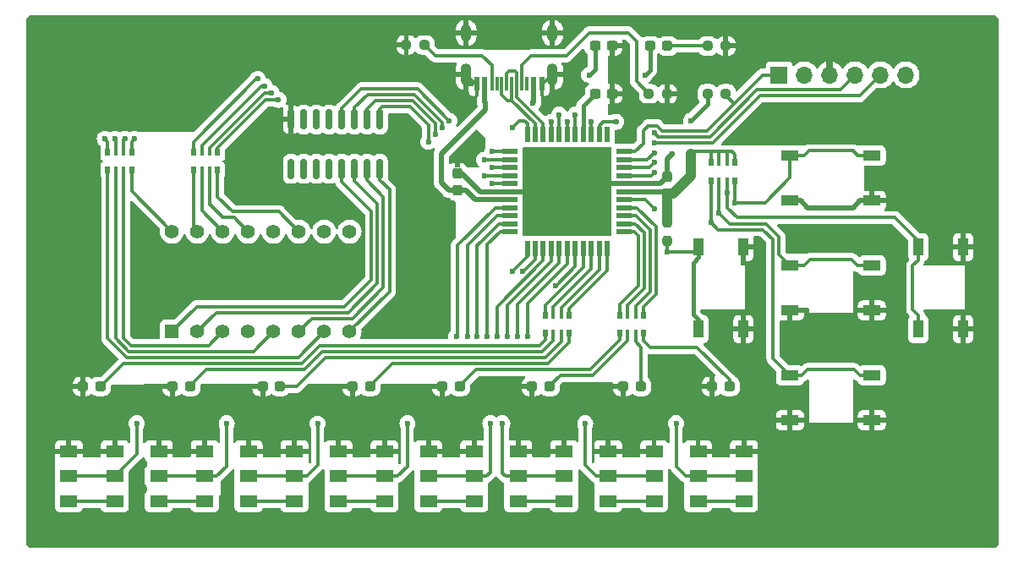
<source format=gtl>
G04 #@! TF.GenerationSoftware,KiCad,Pcbnew,7.0.5*
G04 #@! TF.CreationDate,2023-11-17T20:36:03+09:00*
G04 #@! TF.ProjectId,Sawareru_v4,53617761-7265-4727-955f-76342e6b6963,0.3.0*
G04 #@! TF.SameCoordinates,PX2faf080PY6422c40*
G04 #@! TF.FileFunction,Copper,L1,Top*
G04 #@! TF.FilePolarity,Positive*
%FSLAX46Y46*%
G04 Gerber Fmt 4.6, Leading zero omitted, Abs format (unit mm)*
G04 Created by KiCad (PCBNEW 7.0.5) date 2023-11-17 20:36:03*
%MOMM*%
%LPD*%
G01*
G04 APERTURE LIST*
G04 Aperture macros list*
%AMRoundRect*
0 Rectangle with rounded corners*
0 $1 Rounding radius*
0 $2 $3 $4 $5 $6 $7 $8 $9 X,Y pos of 4 corners*
0 Add a 4 corners polygon primitive as box body*
4,1,4,$2,$3,$4,$5,$6,$7,$8,$9,$2,$3,0*
0 Add four circle primitives for the rounded corners*
1,1,$1+$1,$2,$3*
1,1,$1+$1,$4,$5*
1,1,$1+$1,$6,$7*
1,1,$1+$1,$8,$9*
0 Add four rect primitives between the rounded corners*
20,1,$1+$1,$2,$3,$4,$5,0*
20,1,$1+$1,$4,$5,$6,$7,0*
20,1,$1+$1,$6,$7,$8,$9,0*
20,1,$1+$1,$8,$9,$2,$3,0*%
G04 Aperture macros list end*
G04 #@! TA.AperFunction,SMDPad,CuDef*
%ADD10RoundRect,0.237500X-0.287500X-0.237500X0.287500X-0.237500X0.287500X0.237500X-0.287500X0.237500X0*%
G04 #@! TD*
G04 #@! TA.AperFunction,SMDPad,CuDef*
%ADD11R,0.500000X0.800000*%
G04 #@! TD*
G04 #@! TA.AperFunction,SMDPad,CuDef*
%ADD12R,0.400000X0.800000*%
G04 #@! TD*
G04 #@! TA.AperFunction,SMDPad,CuDef*
%ADD13R,1.800000X1.200000*%
G04 #@! TD*
G04 #@! TA.AperFunction,SMDPad,CuDef*
%ADD14RoundRect,0.237500X0.287500X0.237500X-0.287500X0.237500X-0.287500X-0.237500X0.287500X-0.237500X0*%
G04 #@! TD*
G04 #@! TA.AperFunction,SMDPad,CuDef*
%ADD15RoundRect,0.237500X-0.250000X-0.237500X0.250000X-0.237500X0.250000X0.237500X-0.250000X0.237500X0*%
G04 #@! TD*
G04 #@! TA.AperFunction,SMDPad,CuDef*
%ADD16RoundRect,0.237500X-0.300000X-0.237500X0.300000X-0.237500X0.300000X0.237500X-0.300000X0.237500X0*%
G04 #@! TD*
G04 #@! TA.AperFunction,SMDPad,CuDef*
%ADD17R,0.600000X1.450000*%
G04 #@! TD*
G04 #@! TA.AperFunction,SMDPad,CuDef*
%ADD18R,0.300000X1.450000*%
G04 #@! TD*
G04 #@! TA.AperFunction,ComponentPad*
%ADD19O,1.100000X2.200000*%
G04 #@! TD*
G04 #@! TA.AperFunction,ComponentPad*
%ADD20O,1.100000X1.700000*%
G04 #@! TD*
G04 #@! TA.AperFunction,SMDPad,CuDef*
%ADD21RoundRect,0.237500X0.237500X-0.300000X0.237500X0.300000X-0.237500X0.300000X-0.237500X-0.300000X0*%
G04 #@! TD*
G04 #@! TA.AperFunction,SMDPad,CuDef*
%ADD22RoundRect,0.237500X-0.237500X0.250000X-0.237500X-0.250000X0.237500X-0.250000X0.237500X0.250000X0*%
G04 #@! TD*
G04 #@! TA.AperFunction,SMDPad,CuDef*
%ADD23RoundRect,0.150000X-0.150000X0.825000X-0.150000X-0.825000X0.150000X-0.825000X0.150000X0.825000X0*%
G04 #@! TD*
G04 #@! TA.AperFunction,SMDPad,CuDef*
%ADD24R,1.000000X1.800000*%
G04 #@! TD*
G04 #@! TA.AperFunction,SMDPad,CuDef*
%ADD25R,1.800000X1.000000*%
G04 #@! TD*
G04 #@! TA.AperFunction,SMDPad,CuDef*
%ADD26R,1.500000X0.550000*%
G04 #@! TD*
G04 #@! TA.AperFunction,SMDPad,CuDef*
%ADD27R,0.550000X1.500000*%
G04 #@! TD*
G04 #@! TA.AperFunction,ComponentPad*
%ADD28R,1.400000X1.400000*%
G04 #@! TD*
G04 #@! TA.AperFunction,ComponentPad*
%ADD29C,1.400000*%
G04 #@! TD*
G04 #@! TA.AperFunction,ComponentPad*
%ADD30R,1.700000X1.700000*%
G04 #@! TD*
G04 #@! TA.AperFunction,ComponentPad*
%ADD31O,1.700000X1.700000*%
G04 #@! TD*
G04 #@! TA.AperFunction,SMDPad,CuDef*
%ADD32RoundRect,0.237500X0.250000X0.237500X-0.250000X0.237500X-0.250000X-0.237500X0.250000X-0.237500X0*%
G04 #@! TD*
G04 #@! TA.AperFunction,ViaPad*
%ADD33C,0.600000*%
G04 #@! TD*
G04 #@! TA.AperFunction,Conductor*
%ADD34C,0.500000*%
G04 #@! TD*
G04 #@! TA.AperFunction,Conductor*
%ADD35C,0.300000*%
G04 #@! TD*
G04 #@! TA.AperFunction,Conductor*
%ADD36C,0.400000*%
G04 #@! TD*
G04 #@! TA.AperFunction,Conductor*
%ADD37C,1.000000*%
G04 #@! TD*
G04 #@! TA.AperFunction,Conductor*
%ADD38C,0.700000*%
G04 #@! TD*
G04 #@! TA.AperFunction,Conductor*
%ADD39C,0.350000*%
G04 #@! TD*
G04 APERTURE END LIST*
D10*
X24500000Y17000000D03*
X26250000Y17000000D03*
D11*
X69400000Y37600000D03*
D12*
X70200000Y37600000D03*
X71000000Y37600000D03*
D11*
X71800000Y37600000D03*
X71800000Y39400000D03*
D12*
X71000000Y39400000D03*
X70200000Y39400000D03*
D11*
X69400000Y39400000D03*
D13*
X5100000Y5500000D03*
X9700000Y5500000D03*
X5100000Y8000000D03*
X9700000Y8000000D03*
X5100000Y10500000D03*
X9700000Y10500000D03*
X23100000Y5500000D03*
X27700000Y5500000D03*
X23100000Y8000000D03*
X27700000Y8000000D03*
X23100000Y10500000D03*
X27700000Y10500000D03*
X32100000Y5500000D03*
X36700000Y5500000D03*
X32100000Y8000000D03*
X36700000Y8000000D03*
X32100000Y10500000D03*
X36700000Y10500000D03*
X41100000Y5500000D03*
X45700000Y5500000D03*
X41100000Y8000000D03*
X45700000Y8000000D03*
X41100000Y10500000D03*
X45700000Y10500000D03*
D11*
X17600000Y38650000D03*
D12*
X18400000Y38650000D03*
X19200000Y38650000D03*
D11*
X20000000Y38650000D03*
X20000000Y40450000D03*
D12*
X19200000Y40450000D03*
X18400000Y40450000D03*
D11*
X17600000Y40450000D03*
D10*
X42500000Y17000000D03*
X44250000Y17000000D03*
D14*
X65050000Y51100000D03*
X63300000Y51100000D03*
D15*
X69062500Y51100000D03*
X70887500Y51100000D03*
D16*
X57800000Y46300000D03*
X59525000Y46300000D03*
D17*
X52450000Y47305000D03*
X51650000Y47305000D03*
D18*
X50450000Y47305000D03*
X49450000Y47305000D03*
X48950000Y47305000D03*
X47950000Y47305000D03*
D17*
X46750000Y47305000D03*
X45950000Y47305000D03*
X45950000Y47305000D03*
X46750000Y47305000D03*
D18*
X47450000Y47305000D03*
X48450000Y47305000D03*
X49950000Y47305000D03*
X50950000Y47305000D03*
D17*
X51650000Y47305000D03*
X52450000Y47305000D03*
D19*
X53520000Y48220000D03*
D20*
X53520000Y52400000D03*
D19*
X44880000Y48220000D03*
D20*
X44880000Y52400000D03*
D21*
X65000000Y36275000D03*
X65000000Y38000000D03*
D22*
X65000000Y33412500D03*
X65000000Y31587500D03*
D13*
X14100000Y5500000D03*
X18700000Y5500000D03*
X14100000Y8000000D03*
X18700000Y8000000D03*
X14100000Y10500000D03*
X18700000Y10500000D03*
D23*
X36245000Y43725000D03*
X34975000Y43725000D03*
X33705000Y43725000D03*
X32435000Y43725000D03*
X31165000Y43725000D03*
X29895000Y43725000D03*
X28625000Y43725000D03*
X27355000Y43725000D03*
X27355000Y38775000D03*
X28625000Y38775000D03*
X29895000Y38775000D03*
X31165000Y38775000D03*
X32435000Y38775000D03*
X33705000Y38775000D03*
X34975000Y38775000D03*
X36245000Y38775000D03*
D24*
X68150000Y22750000D03*
X68150000Y30950000D03*
X72650000Y22750000D03*
X72650000Y30950000D03*
D25*
X77300000Y18100000D03*
X85500000Y18100000D03*
X77300000Y13600000D03*
X85500000Y13600000D03*
D13*
X59100000Y5500000D03*
X63700000Y5500000D03*
X59100000Y8000000D03*
X63700000Y8000000D03*
X59100000Y10500000D03*
X63700000Y10500000D03*
D11*
X9000000Y38650000D03*
D12*
X9800000Y38650000D03*
X10600000Y38650000D03*
D11*
X11400000Y38650000D03*
X11400000Y40450000D03*
D12*
X10600000Y40450000D03*
X9800000Y40450000D03*
D11*
X9000000Y40450000D03*
D10*
X15500000Y17000000D03*
X17250000Y17000000D03*
D25*
X77300000Y40100000D03*
X85500000Y40100000D03*
X77300000Y35600000D03*
X85500000Y35600000D03*
D26*
X49300000Y40500000D03*
X49300000Y39700000D03*
X49300000Y38900000D03*
X49300000Y38100000D03*
X49300000Y37300000D03*
X49300000Y36500000D03*
X49300000Y35700000D03*
X49300000Y34900000D03*
X49300000Y34100000D03*
X49300000Y33300000D03*
X49300000Y32500000D03*
D27*
X51000000Y30800000D03*
X51800000Y30800000D03*
X52600000Y30800000D03*
X53400000Y30800000D03*
X54200000Y30800000D03*
X55000000Y30800000D03*
X55800000Y30800000D03*
X56600000Y30800000D03*
X57400000Y30800000D03*
X58200000Y30800000D03*
X59000000Y30800000D03*
D26*
X60700000Y32500000D03*
X60700000Y33300000D03*
X60700000Y34100000D03*
X60700000Y34900000D03*
X60700000Y35700000D03*
X60700000Y36500000D03*
X60700000Y37300000D03*
X60700000Y38100000D03*
X60700000Y38900000D03*
X60700000Y39700000D03*
X60700000Y40500000D03*
D27*
X59000000Y42200000D03*
X58200000Y42200000D03*
X57400000Y42200000D03*
X56600000Y42200000D03*
X55800000Y42200000D03*
X55000000Y42200000D03*
X54200000Y42200000D03*
X53400000Y42200000D03*
X52600000Y42200000D03*
X51800000Y42200000D03*
X51000000Y42200000D03*
D28*
X15420000Y22500000D03*
D29*
X17960000Y22500000D03*
X20500000Y22500000D03*
X23040000Y22500000D03*
X25580000Y22500000D03*
X28120000Y22500000D03*
X30660000Y22500000D03*
X33200000Y22500000D03*
X33200000Y32500000D03*
X30660000Y32500000D03*
X28120000Y32500000D03*
X25580000Y32500000D03*
X23040000Y32500000D03*
X20500000Y32500000D03*
X17960000Y32500000D03*
X15420000Y32500000D03*
D30*
X76225000Y48200000D03*
D31*
X78765000Y48200000D03*
X81305000Y48200000D03*
X83845000Y48200000D03*
X86385000Y48200000D03*
X88925000Y48200000D03*
D11*
X60250000Y22350000D03*
D12*
X61050000Y22350000D03*
X61850000Y22350000D03*
D11*
X62650000Y22350000D03*
X62650000Y24150000D03*
D12*
X61850000Y24150000D03*
X61050000Y24150000D03*
D11*
X60250000Y24150000D03*
D10*
X60625000Y17000000D03*
X62375000Y17000000D03*
X6500000Y17000000D03*
X8250000Y17000000D03*
D13*
X68100000Y5500000D03*
X72700000Y5500000D03*
X68100000Y8000000D03*
X72700000Y8000000D03*
X68100000Y10500000D03*
X72700000Y10500000D03*
D21*
X44000000Y36637500D03*
X44000000Y38362500D03*
D15*
X69062500Y46300000D03*
X70887500Y46300000D03*
D13*
X50100000Y5500000D03*
X54700000Y5500000D03*
X50100000Y8000000D03*
X54700000Y8000000D03*
X50100000Y10500000D03*
X54700000Y10500000D03*
D15*
X63175000Y46300000D03*
X65000000Y46300000D03*
D10*
X33500000Y17000000D03*
X35250000Y17000000D03*
D16*
X57775000Y51100000D03*
X59500000Y51100000D03*
D10*
X51500000Y17000000D03*
X53250000Y17000000D03*
D25*
X77300000Y29100000D03*
X85500000Y29100000D03*
X77300000Y24600000D03*
X85500000Y24600000D03*
D11*
X52800000Y22300000D03*
D12*
X53600000Y22300000D03*
X54400000Y22300000D03*
D11*
X55200000Y22300000D03*
X55200000Y24100000D03*
D12*
X54400000Y24100000D03*
X53600000Y24100000D03*
D11*
X52800000Y24100000D03*
D32*
X40712500Y51200000D03*
X38887500Y51200000D03*
D10*
X69500000Y17000000D03*
X71250000Y17000000D03*
D24*
X90150000Y22750000D03*
X90150000Y30950000D03*
X94650000Y22750000D03*
X94650000Y30950000D03*
D33*
X51580000Y45400000D03*
X67400000Y43600000D03*
X57200000Y48200000D03*
X67400000Y40300000D03*
X62800000Y48200000D03*
X46780000Y45400000D03*
X72300000Y41800000D03*
X96500000Y2500000D03*
X78300000Y21800000D03*
X65500000Y40300000D03*
X78400000Y31300000D03*
X50000000Y2500000D03*
X12700000Y22500000D03*
X66000000Y19000000D03*
X35500000Y22400000D03*
X51400000Y40100000D03*
X12600000Y32600000D03*
X33200000Y28100000D03*
X74300000Y30000000D03*
X46400000Y15800000D03*
X58600000Y32900000D03*
X96500000Y52500000D03*
X2500000Y2500000D03*
X45700000Y41800000D03*
X2000000Y53000000D03*
X61300000Y44700000D03*
X39700000Y38300000D03*
X51400000Y32900000D03*
X58600000Y40100000D03*
X50300000Y15800000D03*
X8700000Y19700000D03*
X63700000Y42400000D03*
X50500000Y28500000D03*
X63700000Y41400000D03*
X49500000Y28500000D03*
X65000000Y30500000D03*
X53800000Y27100000D03*
X47500000Y40500000D03*
X26100000Y45700000D03*
X25400000Y46400000D03*
X49500000Y42900000D03*
X24700000Y47100000D03*
X53400000Y43500000D03*
X24000000Y47800000D03*
X54200000Y44200000D03*
X55000000Y43500000D03*
X11700000Y41800000D03*
X10700000Y41800000D03*
X55800000Y44200000D03*
X57400000Y43500000D03*
X9700000Y41800000D03*
X8700000Y41800000D03*
X59900000Y43500000D03*
X69400000Y33400000D03*
X63700000Y34800000D03*
X70200000Y34400000D03*
X63700000Y38400000D03*
X63700000Y39400000D03*
X71800000Y35400000D03*
X71000000Y36400000D03*
X63700000Y40400000D03*
X51000000Y22000000D03*
X65900000Y13300000D03*
X56800000Y13300000D03*
X50000000Y22000000D03*
X48500000Y13300000D03*
X49000000Y22000000D03*
X47300000Y13300000D03*
X48000000Y22000000D03*
X47000000Y22000000D03*
X39000000Y13300000D03*
X46000000Y22000000D03*
X30000000Y13250500D03*
X45000000Y22000000D03*
X20900000Y13300000D03*
X43900000Y22000000D03*
X11900000Y13300000D03*
X43200000Y43600000D03*
X46700000Y39700000D03*
X42500000Y42900000D03*
X47500000Y38900000D03*
X46700000Y38100000D03*
X41800000Y42200000D03*
X47500000Y37300000D03*
X41100000Y41500000D03*
D34*
X43162500Y36637500D02*
X44000000Y36637500D01*
D35*
X71800000Y40200000D02*
X71800000Y39400000D01*
X69600000Y40500000D02*
X69400000Y40500000D01*
D36*
X67400000Y43600000D02*
X69062500Y45262500D01*
D35*
X71500000Y40500000D02*
X71800000Y40200000D01*
D34*
X42400000Y40300000D02*
X42400000Y39200000D01*
D35*
X70600000Y40500000D02*
X71000000Y40500000D01*
D36*
X62800000Y48200000D02*
X63300000Y48700000D01*
D37*
X67400000Y38100000D02*
X65575000Y36275000D01*
D35*
X70600000Y40500000D02*
X70200000Y40500000D01*
D34*
X51650000Y47305000D02*
X51650000Y45470000D01*
D37*
X65000000Y36275000D02*
X65000000Y33412500D01*
D34*
X64775000Y36500000D02*
X65000000Y36275000D01*
D36*
X57775000Y51100000D02*
X57775000Y48775000D01*
D34*
X45800000Y35700000D02*
X49300000Y35700000D01*
X46750000Y47305000D02*
X46750000Y45430000D01*
X42400000Y37400000D02*
X43162500Y36637500D01*
D35*
X70200000Y40500000D02*
X69600000Y40500000D01*
X67600000Y40500000D02*
X67400000Y40300000D01*
D34*
X44862500Y36637500D02*
X45800000Y35700000D01*
D35*
X71000000Y40500000D02*
X71000000Y39400000D01*
D34*
X46780000Y44680000D02*
X42400000Y40300000D01*
X46750000Y45430000D02*
X46780000Y45400000D01*
X42400000Y39200000D02*
X42400000Y37400000D01*
X51650000Y45470000D02*
X51580000Y45400000D01*
D35*
X70200000Y40500000D02*
X70200000Y39400000D01*
D37*
X65575000Y36275000D02*
X65000000Y36275000D01*
D36*
X69062500Y45262500D02*
X69062500Y46300000D01*
X63300000Y48700000D02*
X63300000Y51100000D01*
D35*
X71000000Y40500000D02*
X71500000Y40500000D01*
X69400000Y40500000D02*
X69400000Y39400000D01*
D34*
X44000000Y36637500D02*
X44862500Y36637500D01*
D36*
X57775000Y48775000D02*
X57200000Y48200000D01*
D37*
X67400000Y40300000D02*
X67400000Y38100000D01*
D34*
X60700000Y36500000D02*
X64775000Y36500000D01*
X46780000Y45400000D02*
X46780000Y44680000D01*
D35*
X69600000Y40500000D02*
X67600000Y40500000D01*
D34*
X77300000Y35600000D02*
X78400000Y35600000D01*
X49300000Y36500000D02*
X51400000Y36500000D01*
D35*
X52450000Y46150000D02*
X52900000Y45700000D01*
X45950000Y47305000D02*
X45795000Y47305000D01*
X45950000Y47305000D02*
X45950000Y46150000D01*
D38*
X81305000Y48200000D02*
X81305000Y49995000D01*
D34*
X60700000Y37300000D02*
X58600000Y37300000D01*
X83600000Y34900000D02*
X84300000Y35600000D01*
X79100000Y34900000D02*
X83600000Y34900000D01*
D35*
X52605000Y47305000D02*
X53520000Y48220000D01*
D34*
X44437500Y38362500D02*
X46300000Y36500000D01*
X65000000Y39600000D02*
X65000000Y39800000D01*
D35*
X52450000Y47305000D02*
X52605000Y47305000D01*
D34*
X46300000Y36500000D02*
X49300000Y36500000D01*
X65000000Y38000000D02*
X65000000Y39600000D01*
D35*
X45795000Y47305000D02*
X44880000Y48220000D01*
X52450000Y47305000D02*
X52450000Y46150000D01*
D34*
X65000000Y39800000D02*
X65500000Y40300000D01*
X44000000Y38362500D02*
X44437500Y38362500D01*
D35*
X45950000Y46150000D02*
X45600000Y45800000D01*
D34*
X60700000Y37300000D02*
X64300000Y37300000D01*
X84300000Y35600000D02*
X85500000Y35600000D01*
X78400000Y35600000D02*
X79100000Y34900000D01*
X64300000Y37300000D02*
X65000000Y38000000D01*
D36*
X56600000Y45100000D02*
X57800000Y46300000D01*
X56600000Y42200000D02*
X56600000Y45100000D01*
D35*
X49950000Y47305000D02*
X49950000Y45950000D01*
X49950000Y48380000D02*
X49950000Y47305000D01*
X48950000Y48350000D02*
X49200000Y48600000D01*
X49950000Y45950000D02*
X52600000Y43300000D01*
X49730000Y48600000D02*
X49950000Y48380000D01*
X52600000Y43300000D02*
X52600000Y42200000D01*
X49200000Y48600000D02*
X49730000Y48600000D01*
X48950000Y47305000D02*
X48950000Y48350000D01*
X49450000Y45650000D02*
X51800000Y43300000D01*
X49450000Y47305000D02*
X49450000Y45650000D01*
X49030000Y45650000D02*
X48450000Y46230000D01*
X51800000Y42200000D02*
X51800000Y43300000D01*
X48450000Y46230000D02*
X48450000Y47305000D01*
X49450000Y45650000D02*
X49030000Y45650000D01*
X63100000Y43100000D02*
X64000000Y43100000D01*
X62600000Y42600000D02*
X63100000Y43100000D01*
X64500000Y42600000D02*
X69000000Y42600000D01*
X69000000Y42600000D02*
X71700000Y45300000D01*
X74600000Y48200000D02*
X76225000Y48200000D01*
X62600000Y41300000D02*
X62600000Y42600000D01*
X71700000Y45300000D02*
X74600000Y48200000D01*
X61800000Y40500000D02*
X62600000Y41300000D01*
X70900000Y46100000D02*
X71700000Y45300000D01*
X64000000Y43100000D02*
X64500000Y42600000D01*
X60700000Y40500000D02*
X61800000Y40500000D01*
X50600000Y28500000D02*
X50500000Y28500000D01*
X74000000Y46700000D02*
X82345000Y46700000D01*
X51800000Y30800000D02*
X51800000Y29700000D01*
X63700000Y42400000D02*
X64100000Y42000000D01*
X51800000Y29700000D02*
X50600000Y28500000D01*
X69300000Y42000000D02*
X74000000Y46700000D01*
X64100000Y42000000D02*
X69300000Y42000000D01*
X82345000Y46700000D02*
X83845000Y48200000D01*
X63700000Y41400000D02*
X69600000Y41400000D01*
X51000000Y30000000D02*
X49500000Y28500000D01*
X51000000Y30800000D02*
X51000000Y30000000D01*
X69600000Y41400000D02*
X74300000Y46100000D01*
X84285000Y46100000D02*
X86385000Y48200000D01*
X74300000Y46100000D02*
X84285000Y46100000D01*
X65050000Y51100000D02*
X69062500Y51100000D01*
X63300000Y20900000D02*
X62650000Y21550000D01*
X62650000Y21550000D02*
X62650000Y22350000D01*
X71250000Y17000000D02*
X71250000Y17650000D01*
X68000000Y20900000D02*
X63300000Y20900000D01*
X71250000Y17650000D02*
X68000000Y20900000D01*
X62375000Y20925000D02*
X61850000Y21450000D01*
X61850000Y21450000D02*
X61850000Y22350000D01*
X62375000Y17000000D02*
X62375000Y20925000D01*
X57600000Y18100000D02*
X61050000Y21550000D01*
X54300000Y18100000D02*
X57600000Y18100000D01*
X53250000Y17000000D02*
X53250000Y17050000D01*
X61050000Y21550000D02*
X61050000Y22350000D01*
X53250000Y17050000D02*
X54300000Y18100000D01*
X60250000Y21650000D02*
X60250000Y22350000D01*
X44250000Y17000000D02*
X44250000Y17050000D01*
X44250000Y17050000D02*
X45900000Y18700000D01*
X57300000Y18700000D02*
X60250000Y21650000D01*
X45900000Y18700000D02*
X57300000Y18700000D01*
X37500000Y19300000D02*
X53100000Y19300000D01*
X35250000Y17000000D02*
X35250000Y17050000D01*
X55200000Y21400000D02*
X55200000Y22300000D01*
X35250000Y17050000D02*
X37500000Y19300000D01*
X53100000Y19300000D02*
X55200000Y21400000D01*
X52800000Y19900000D02*
X54400000Y21500000D01*
X26250000Y17000000D02*
X27900000Y17000000D01*
X27900000Y17000000D02*
X30800000Y19900000D01*
X54400000Y21500000D02*
X54400000Y22300000D01*
X30800000Y19900000D02*
X52800000Y19900000D01*
X18900000Y18700000D02*
X28700000Y18700000D01*
X52500000Y20500000D02*
X53600000Y21600000D01*
X17250000Y17050000D02*
X18900000Y18700000D01*
X53600000Y21600000D02*
X53600000Y22300000D01*
X17250000Y17000000D02*
X17250000Y17050000D01*
X28700000Y18700000D02*
X30500000Y20500000D01*
X30500000Y20500000D02*
X52500000Y20500000D01*
X28400000Y19300000D02*
X30200000Y21100000D01*
X52800000Y21700000D02*
X52800000Y22300000D01*
X8250000Y17000000D02*
X8300000Y17000000D01*
X8300000Y17000000D02*
X10600000Y19300000D01*
X30200000Y21100000D02*
X52200000Y21100000D01*
X52200000Y21100000D02*
X52800000Y21700000D01*
X10600000Y19300000D02*
X28400000Y19300000D01*
X65000000Y30500000D02*
X67600000Y30500000D01*
D36*
X68150000Y29950000D02*
X67600000Y29400000D01*
X68150000Y23650000D02*
X68150000Y22750000D01*
D35*
X55800000Y30800000D02*
X55800000Y29000000D01*
X55800000Y29000000D02*
X53900000Y27100000D01*
X53900000Y27100000D02*
X53800000Y27100000D01*
D36*
X68150000Y30950000D02*
X68150000Y29950000D01*
D35*
X67600000Y30500000D02*
X68100000Y31000000D01*
X65000000Y30500000D02*
X65000000Y31587500D01*
D36*
X67600000Y29400000D02*
X67600000Y24200000D01*
X67600000Y24200000D02*
X68150000Y23650000D01*
D35*
X63900000Y26200000D02*
X62650000Y24950000D01*
X60700000Y34900000D02*
X62000000Y34900000D01*
X62000000Y34900000D02*
X63900000Y33000000D01*
X63900000Y33000000D02*
X63900000Y26200000D01*
X62650000Y24950000D02*
X62650000Y24150000D01*
X63300000Y32700000D02*
X63300000Y26500000D01*
X63300000Y26500000D02*
X61850000Y25050000D01*
X61900000Y34100000D02*
X63300000Y32700000D01*
X61850000Y25050000D02*
X61850000Y24150000D01*
X60700000Y34100000D02*
X61900000Y34100000D01*
X62700000Y32400000D02*
X62700000Y26800000D01*
X61800000Y33300000D02*
X62700000Y32400000D01*
X61050000Y25150000D02*
X61050000Y24150000D01*
X62700000Y26800000D02*
X61050000Y25150000D01*
X60700000Y33300000D02*
X61800000Y33300000D01*
X62100000Y32100000D02*
X62100000Y27100000D01*
X61700000Y32500000D02*
X62100000Y32100000D01*
X60700000Y32500000D02*
X61700000Y32500000D01*
X62100000Y27100000D02*
X60250000Y25250000D01*
X60250000Y25250000D02*
X60250000Y24150000D01*
X59000000Y30800000D02*
X59000000Y28600000D01*
X55200000Y24800000D02*
X55200000Y24100000D01*
X59000000Y28600000D02*
X55200000Y24800000D01*
X58200000Y30800000D02*
X58200000Y28700000D01*
X58200000Y28700000D02*
X54400000Y24900000D01*
X54400000Y24900000D02*
X54400000Y24100000D01*
X57400000Y28800000D02*
X53600000Y25000000D01*
X57400000Y30800000D02*
X57400000Y28800000D01*
X53600000Y25000000D02*
X53600000Y24100000D01*
X56600000Y28900000D02*
X52800000Y25100000D01*
X56600000Y30800000D02*
X56600000Y28900000D01*
X52800000Y25100000D02*
X52800000Y24100000D01*
X17600000Y32860000D02*
X17960000Y32500000D01*
X17600000Y38650000D02*
X17600000Y32860000D01*
X18400000Y34600000D02*
X20500000Y32500000D01*
X18400000Y38650000D02*
X18400000Y34600000D01*
X19200000Y38650000D02*
X19200000Y35500000D01*
X19200000Y35200000D02*
X20500000Y33900000D01*
X20500000Y33900000D02*
X21640000Y33900000D01*
X19200000Y35500000D02*
X19200000Y35300000D01*
X19200000Y35300000D02*
X20600000Y33900000D01*
X19200000Y35500000D02*
X19200000Y35200000D01*
X21640000Y33900000D02*
X23040000Y32500000D01*
X26120000Y34500000D02*
X28120000Y32500000D01*
X20000000Y36000000D02*
X21500000Y34500000D01*
X20000000Y38650000D02*
X20000000Y36000000D01*
X21500000Y34500000D02*
X26120000Y34500000D01*
X24800000Y45700000D02*
X26100000Y45700000D01*
X20000000Y40900000D02*
X24800000Y45700000D01*
X20000000Y40450000D02*
X20000000Y40900000D01*
X49300000Y40500000D02*
X47500000Y40500000D01*
X50200000Y43600000D02*
X49500000Y42900000D01*
X19200000Y40450000D02*
X19200000Y40900000D01*
X24700000Y46400000D02*
X25400000Y46400000D01*
X51000000Y42200000D02*
X51000000Y43300000D01*
X50700000Y43600000D02*
X50200000Y43600000D01*
X51000000Y43300000D02*
X50700000Y43600000D01*
X19200000Y40900000D02*
X24700000Y46400000D01*
X24350000Y47100000D02*
X24700000Y47100000D01*
X18400000Y41150000D02*
X24350000Y47100000D01*
X53400000Y42200000D02*
X53400000Y43500000D01*
X18400000Y40450000D02*
X18400000Y41150000D01*
X17600000Y41500000D02*
X17600000Y40450000D01*
X17600000Y41500000D02*
X23900000Y47800000D01*
X54200000Y42200000D02*
X54200000Y44200000D01*
X23900000Y47800000D02*
X24000000Y47800000D01*
X9000000Y38650000D02*
X9000000Y21800000D01*
X9000000Y21800000D02*
X10900000Y19900000D01*
X28060000Y19900000D02*
X30660000Y22500000D01*
X10900000Y19900000D02*
X28060000Y19900000D01*
X23580000Y20500000D02*
X25580000Y22500000D01*
X11100000Y20500000D02*
X23580000Y20500000D01*
X9800000Y38650000D02*
X9800000Y21800000D01*
X9800000Y21800000D02*
X11100000Y20500000D01*
X19100000Y21100000D02*
X20500000Y22500000D01*
X10600000Y21800000D02*
X11300000Y21100000D01*
X11300000Y21100000D02*
X19100000Y21100000D01*
X10600000Y38650000D02*
X10600000Y21800000D01*
X11400000Y36520000D02*
X15420000Y32500000D01*
X11400000Y38650000D02*
X11400000Y36520000D01*
X55000000Y42200000D02*
X55000000Y43500000D01*
X11400000Y41500000D02*
X11400000Y40500000D01*
X11700000Y41800000D02*
X11400000Y41500000D01*
X10600000Y41700000D02*
X10600000Y40500000D01*
X10700000Y41800000D02*
X10600000Y41700000D01*
X55800000Y42200000D02*
X55800000Y44200000D01*
X57400000Y42200000D02*
X57400000Y43500000D01*
X9800000Y41700000D02*
X9800000Y40400000D01*
X9700000Y41800000D02*
X9800000Y41700000D01*
X8700000Y41800000D02*
X9000000Y41500000D01*
X58200000Y42200000D02*
X58200000Y43100000D01*
X58600000Y43500000D02*
X59900000Y43500000D01*
X9000000Y41500000D02*
X9000000Y40400000D01*
X58200000Y43100000D02*
X58600000Y43500000D01*
X84300000Y18100000D02*
X85500000Y18100000D01*
X69400000Y33400000D02*
X70100000Y32700000D01*
X70100000Y32700000D02*
X74600000Y32700000D01*
X62800000Y35700000D02*
X63700000Y34800000D01*
X83700000Y18700000D02*
X84300000Y18100000D01*
X74600000Y32700000D02*
X75600000Y31700000D01*
X75600000Y19800000D02*
X77300000Y18100000D01*
X77300000Y18100000D02*
X78500000Y18100000D01*
X69400000Y37600000D02*
X69400000Y33400000D01*
X60700000Y35700000D02*
X62800000Y35700000D01*
X78500000Y18100000D02*
X79100000Y18700000D01*
X75600000Y31700000D02*
X75600000Y19800000D01*
X79100000Y18700000D02*
X83700000Y18700000D01*
X77300000Y29100000D02*
X78700000Y29100000D01*
X63400000Y38100000D02*
X63700000Y38400000D01*
X70200000Y34400000D02*
X71300000Y33300000D01*
X79300000Y29700000D02*
X83500000Y29700000D01*
X76200000Y32000000D02*
X76200000Y30200000D01*
X60700000Y38100000D02*
X63400000Y38100000D01*
X74900000Y33300000D02*
X76200000Y32000000D01*
X78700000Y29100000D02*
X79300000Y29700000D01*
X76200000Y30200000D02*
X77300000Y29100000D01*
X83500000Y29700000D02*
X84100000Y29100000D01*
X71300000Y33300000D02*
X74900000Y33300000D01*
X70200000Y37600000D02*
X70200000Y34400000D01*
X84100000Y29100000D02*
X85500000Y29100000D01*
X84100000Y40100000D02*
X85500000Y40100000D01*
X71800000Y35400000D02*
X74800000Y35400000D01*
X77300000Y37900000D02*
X77300000Y40100000D01*
X79200000Y40600000D02*
X83600000Y40600000D01*
X77300000Y40100000D02*
X78700000Y40100000D01*
X71800000Y37600000D02*
X71800000Y35400000D01*
X78700000Y40100000D02*
X79200000Y40600000D01*
X63200000Y38900000D02*
X63700000Y39400000D01*
X60700000Y38900000D02*
X63200000Y38900000D01*
X74800000Y35400000D02*
X77300000Y37900000D01*
X83600000Y40600000D02*
X84100000Y40100000D01*
X89600000Y24700000D02*
X90150000Y24150000D01*
X90150000Y24150000D02*
X90150000Y22750000D01*
X87800000Y33900000D02*
X90150000Y31550000D01*
X63000000Y39700000D02*
X63700000Y40400000D01*
X90150000Y30950000D02*
X90150000Y29650000D01*
X71000000Y37600000D02*
X71000000Y36400000D01*
X90150000Y29650000D02*
X89600000Y29100000D01*
X89600000Y29100000D02*
X89600000Y24700000D01*
X72000000Y33900000D02*
X87800000Y33900000D01*
X90150000Y31550000D02*
X90150000Y30950000D01*
X71000000Y34900000D02*
X72000000Y33900000D01*
X71000000Y36400000D02*
X71000000Y34900000D01*
X60700000Y39700000D02*
X63000000Y39700000D01*
D39*
X68100000Y5500000D02*
X72700000Y5500000D01*
D35*
X66900000Y8000000D02*
X68100000Y8000000D01*
X55000000Y29300000D02*
X51000000Y25300000D01*
X51000000Y25300000D02*
X51000000Y22000000D01*
X65900000Y9000000D02*
X66900000Y8000000D01*
X68100000Y8000000D02*
X72700000Y8000000D01*
X65900000Y13300000D02*
X65900000Y9000000D01*
X55000000Y30800000D02*
X55000000Y29300000D01*
D39*
X59100000Y5500000D02*
X63700000Y5500000D01*
D35*
X54200000Y29400000D02*
X50000000Y25200000D01*
D39*
X59100000Y8000000D02*
X63700000Y8000000D01*
D35*
X56800000Y13300000D02*
X56800000Y9100000D01*
X54200000Y30800000D02*
X54200000Y29400000D01*
X57900000Y8000000D02*
X59100000Y8000000D01*
X50000000Y25200000D02*
X50000000Y22000000D01*
X56800000Y9100000D02*
X57900000Y8000000D01*
D39*
X50100000Y5500000D02*
X54700000Y5500000D01*
D35*
X53400000Y30800000D02*
X53400000Y29750000D01*
X48800000Y8000000D02*
X50100000Y8000000D01*
X48500000Y8300000D02*
X48800000Y8000000D01*
X49000000Y25100000D02*
X49000000Y22000000D01*
X53400000Y29500000D02*
X49000000Y25100000D01*
D39*
X50100000Y8000000D02*
X54700000Y8000000D01*
D35*
X53400000Y29750000D02*
X53400000Y29500000D01*
X48500000Y13300000D02*
X48500000Y8300000D01*
D39*
X41100000Y5500000D02*
X45700000Y5500000D01*
X41100000Y8000000D02*
X45700000Y8000000D01*
D35*
X48000000Y25000000D02*
X48000000Y22000000D01*
X52600000Y29600000D02*
X48000000Y25000000D01*
X52600000Y30800000D02*
X52600000Y29600000D01*
X47300000Y13300000D02*
X47300000Y8400000D01*
X46900000Y8000000D02*
X45700000Y8000000D01*
X47300000Y8400000D02*
X46900000Y8000000D01*
D39*
X32100000Y5500000D02*
X36700000Y5500000D01*
D35*
X47000000Y31200000D02*
X47000000Y22000000D01*
X49300000Y32500000D02*
X48300000Y32500000D01*
X48300000Y32500000D02*
X47000000Y31200000D01*
X39000000Y9000000D02*
X38000000Y8000000D01*
D39*
X32100000Y8000000D02*
X36700000Y8000000D01*
D35*
X39000000Y13300000D02*
X39000000Y9000000D01*
X38000000Y8000000D02*
X36700000Y8000000D01*
D39*
X23100000Y5500000D02*
X27700000Y5500000D01*
D35*
X46400000Y31500000D02*
X46000000Y31100000D01*
D39*
X23100000Y8000000D02*
X27700000Y8000000D01*
D35*
X49300000Y33300000D02*
X48200000Y33300000D01*
X46000000Y31100000D02*
X46000000Y22000000D01*
X28900000Y8000000D02*
X27700000Y8000000D01*
X48200000Y33300000D02*
X46400000Y31500000D01*
X30000000Y9100000D02*
X28900000Y8000000D01*
X30000000Y13250500D02*
X30000000Y9100000D01*
D39*
X14100000Y5500000D02*
X18700000Y5500000D01*
D35*
X48000000Y34100000D02*
X45000000Y31100000D01*
X20900000Y13300000D02*
X20900000Y9000000D01*
X49300000Y34100000D02*
X48000000Y34100000D01*
X19900000Y8000000D02*
X18700000Y8000000D01*
X45000000Y31100000D02*
X45000000Y22000000D01*
X20900000Y9000000D02*
X19900000Y8000000D01*
D39*
X14100000Y8000000D02*
X18700000Y8000000D01*
X5100000Y5500000D02*
X9700000Y5500000D01*
D35*
X44000000Y31100000D02*
X44000000Y22100000D01*
X49300000Y34900000D02*
X47800000Y34900000D01*
X44000000Y22100000D02*
X43900000Y22000000D01*
X11900000Y10200000D02*
X11900000Y13300000D01*
X9700000Y8000000D02*
X11900000Y10200000D01*
D39*
X5100000Y8000000D02*
X9700000Y8000000D01*
D35*
X47800000Y34900000D02*
X44000000Y31100000D01*
X32435000Y44835000D02*
X32435000Y43725000D01*
X40000000Y46800000D02*
X43200000Y43600000D01*
X34400000Y46800000D02*
X40000000Y46800000D01*
X49300000Y39700000D02*
X46700000Y39700000D01*
X34400000Y46800000D02*
X32435000Y44835000D01*
X33705000Y44905000D02*
X33705000Y43725000D01*
X49300000Y38900000D02*
X47500000Y38900000D01*
X39700000Y46200000D02*
X42500000Y43400000D01*
X42500000Y43400000D02*
X42500000Y42900000D01*
X35000000Y46200000D02*
X33705000Y44905000D01*
X35000000Y46200000D02*
X39700000Y46200000D01*
X35800000Y45600000D02*
X39500000Y45600000D01*
X34975000Y44775000D02*
X34975000Y43725000D01*
X49300000Y38100000D02*
X46700000Y38100000D01*
X35800000Y45600000D02*
X34975000Y44775000D01*
X39500000Y45600000D02*
X41800000Y43300000D01*
X41800000Y43300000D02*
X41800000Y42200000D01*
X39300000Y45000000D02*
X41100000Y43200000D01*
X36245000Y44745000D02*
X36245000Y43725000D01*
X41100000Y41500000D02*
X41100000Y43200000D01*
X36500000Y45000000D02*
X36245000Y44745000D01*
X38400000Y45000000D02*
X36500000Y45000000D01*
X38400000Y45000000D02*
X39300000Y45000000D01*
X49300000Y37300000D02*
X47500000Y37300000D01*
X32700000Y25000000D02*
X35400000Y27700000D01*
X15420000Y22500000D02*
X17920000Y25000000D01*
X35400000Y27700000D02*
X35400000Y34500000D01*
X17920000Y25000000D02*
X32700000Y25000000D01*
X35400000Y34500000D02*
X32435000Y37465000D01*
X32435000Y37465000D02*
X32435000Y38775000D01*
X33100000Y24400000D02*
X36000000Y27300000D01*
X36000000Y27400000D02*
X36000000Y35300000D01*
X33705000Y37595000D02*
X33705000Y38775000D01*
X33000000Y24400000D02*
X33100000Y24400000D01*
X36000000Y35300000D02*
X33705000Y37595000D01*
X17960000Y22500000D02*
X19860000Y24400000D01*
X19860000Y24400000D02*
X33000000Y24400000D01*
X29420000Y23800000D02*
X28120000Y22500000D01*
X36600000Y26900000D02*
X33500000Y23800000D01*
X33500000Y23800000D02*
X29420000Y23800000D01*
X34975000Y38775000D02*
X34975000Y37625000D01*
X34975000Y37625000D02*
X36600000Y36000000D01*
X36600000Y36000000D02*
X36600000Y26900000D01*
X37200000Y36700000D02*
X37200000Y26500000D01*
X37200000Y26500000D02*
X33200000Y22500000D01*
X36245000Y38775000D02*
X36245000Y37655000D01*
X36245000Y37655000D02*
X37200000Y36700000D01*
X61950000Y51550000D02*
X61950000Y47525000D01*
X51400000Y50100000D02*
X54900000Y50100000D01*
X50450000Y49150000D02*
X51400000Y50100000D01*
X50450000Y47305000D02*
X50450000Y49150000D01*
X61100000Y52400000D02*
X61950000Y51550000D01*
X61950000Y47525000D02*
X63175000Y46300000D01*
X54900000Y50100000D02*
X57200000Y52400000D01*
X57200000Y52400000D02*
X61100000Y52400000D01*
X46500000Y50100000D02*
X41812500Y50100000D01*
X47450000Y49150000D02*
X46500000Y50100000D01*
X41812500Y50100000D02*
X40712500Y51200000D01*
X47450000Y47305000D02*
X47450000Y49150000D01*
G04 #@! TA.AperFunction,Conductor*
G36*
X51417514Y40955911D02*
G01*
X51417517Y40955909D01*
X51477127Y40949500D01*
X52122872Y40949501D01*
X52182483Y40955909D01*
X52182486Y40955911D01*
X52186744Y40956368D01*
X52213254Y40956368D01*
X52217514Y40955911D01*
X52217517Y40955909D01*
X52277127Y40949500D01*
X52922872Y40949501D01*
X52982483Y40955909D01*
X52982486Y40955911D01*
X52986744Y40956368D01*
X53013254Y40956368D01*
X53017514Y40955911D01*
X53017517Y40955909D01*
X53077127Y40949500D01*
X53722872Y40949501D01*
X53782483Y40955909D01*
X53782486Y40955911D01*
X53786744Y40956368D01*
X53813254Y40956368D01*
X53817514Y40955911D01*
X53817517Y40955909D01*
X53877127Y40949500D01*
X54522872Y40949501D01*
X54582483Y40955909D01*
X54582486Y40955911D01*
X54586744Y40956368D01*
X54613254Y40956368D01*
X54617514Y40955911D01*
X54617517Y40955909D01*
X54677127Y40949500D01*
X55322872Y40949501D01*
X55382483Y40955909D01*
X55382486Y40955911D01*
X55386744Y40956368D01*
X55413254Y40956368D01*
X55417514Y40955911D01*
X55417517Y40955909D01*
X55477127Y40949500D01*
X56122872Y40949501D01*
X56182483Y40955909D01*
X56182486Y40955911D01*
X56186744Y40956368D01*
X56213254Y40956368D01*
X56217514Y40955911D01*
X56217517Y40955909D01*
X56277127Y40949500D01*
X56922872Y40949501D01*
X56982483Y40955909D01*
X56982486Y40955911D01*
X56986744Y40956368D01*
X57013254Y40956368D01*
X57017514Y40955911D01*
X57017517Y40955909D01*
X57077127Y40949500D01*
X57722872Y40949501D01*
X57782483Y40955909D01*
X57782486Y40955911D01*
X57786744Y40956368D01*
X57813254Y40956368D01*
X57817514Y40955911D01*
X57817517Y40955909D01*
X57877127Y40949500D01*
X58522872Y40949501D01*
X58582483Y40955909D01*
X58582486Y40955911D01*
X58586744Y40956368D01*
X58613254Y40956368D01*
X58617514Y40955911D01*
X58617517Y40955909D01*
X58677127Y40949500D01*
X59322872Y40949501D01*
X59325500Y40949501D01*
X59392539Y40929817D01*
X59438294Y40877013D01*
X59449500Y40825501D01*
X59449500Y40177130D01*
X59449501Y40177121D01*
X59456367Y40113249D01*
X59456367Y40086743D01*
X59455909Y40082484D01*
X59455909Y40082483D01*
X59449500Y40022873D01*
X59449500Y40022871D01*
X59449500Y40022867D01*
X59449500Y39377130D01*
X59449501Y39377121D01*
X59456367Y39313249D01*
X59456367Y39286743D01*
X59455909Y39282484D01*
X59455909Y39282483D01*
X59449500Y39222873D01*
X59449500Y39222871D01*
X59449500Y39222867D01*
X59449500Y38577130D01*
X59449501Y38577121D01*
X59456367Y38513249D01*
X59456367Y38486743D01*
X59455909Y38482484D01*
X59455909Y38482483D01*
X59449500Y38422873D01*
X59449500Y38422871D01*
X59449500Y38422867D01*
X59449500Y37777130D01*
X59449501Y37777124D01*
X59456619Y37710908D01*
X59456619Y37684401D01*
X59450000Y37622831D01*
X59450000Y37550000D01*
X59468591Y37550000D01*
X59535630Y37530315D01*
X59567855Y37500314D01*
X59592454Y37467454D01*
X59592455Y37467454D01*
X59592456Y37467452D01*
X59683540Y37399266D01*
X59725411Y37343332D01*
X59730395Y37273641D01*
X59696909Y37212318D01*
X59683540Y37200734D01*
X59592456Y37132549D01*
X59592453Y37132546D01*
X59592454Y37132546D01*
X59567856Y37099688D01*
X59511924Y37057818D01*
X59468591Y37050000D01*
X59450000Y37050000D01*
X59450000Y36977156D01*
X59456619Y36915602D01*
X59456620Y36889091D01*
X59455909Y36882486D01*
X59455909Y36882483D01*
X59449500Y36822873D01*
X59449500Y36822866D01*
X59449500Y36822865D01*
X59449500Y36177130D01*
X59449501Y36177121D01*
X59456367Y36113249D01*
X59456367Y36086743D01*
X59455909Y36082484D01*
X59455909Y36082483D01*
X59449500Y36022873D01*
X59449500Y36022871D01*
X59449500Y36022867D01*
X59449500Y35377130D01*
X59449501Y35377121D01*
X59456367Y35313249D01*
X59456367Y35286743D01*
X59455909Y35282484D01*
X59455909Y35282483D01*
X59449500Y35222873D01*
X59449500Y35222871D01*
X59449500Y35222867D01*
X59449500Y34577130D01*
X59449501Y34577121D01*
X59456367Y34513249D01*
X59456367Y34486743D01*
X59455909Y34482484D01*
X59455909Y34482483D01*
X59449500Y34422873D01*
X59449500Y34422871D01*
X59449500Y34422867D01*
X59449500Y33777130D01*
X59449501Y33777121D01*
X59456367Y33713249D01*
X59456367Y33686743D01*
X59455909Y33682484D01*
X59455909Y33682483D01*
X59449500Y33622873D01*
X59449500Y33622871D01*
X59449500Y33622867D01*
X59449500Y32977130D01*
X59449501Y32977121D01*
X59456367Y32913249D01*
X59456367Y32886743D01*
X59455909Y32882484D01*
X59455909Y32882483D01*
X59449500Y32822873D01*
X59449500Y32822871D01*
X59449500Y32822867D01*
X59449500Y32174500D01*
X59429815Y32107461D01*
X59377011Y32061706D01*
X59325500Y32050500D01*
X58677129Y32050500D01*
X58677120Y32050499D01*
X58613248Y32043633D01*
X58586742Y32043633D01*
X58582483Y32044091D01*
X58522873Y32050500D01*
X58522864Y32050500D01*
X57877129Y32050500D01*
X57877120Y32050499D01*
X57813248Y32043633D01*
X57786742Y32043633D01*
X57782483Y32044091D01*
X57722873Y32050500D01*
X57722864Y32050500D01*
X57077129Y32050500D01*
X57077120Y32050499D01*
X57013248Y32043633D01*
X56986742Y32043633D01*
X56982483Y32044091D01*
X56922873Y32050500D01*
X56922864Y32050500D01*
X56277129Y32050500D01*
X56277120Y32050499D01*
X56213248Y32043633D01*
X56186742Y32043633D01*
X56182483Y32044091D01*
X56122873Y32050500D01*
X56122864Y32050500D01*
X55477129Y32050500D01*
X55477120Y32050499D01*
X55413248Y32043633D01*
X55386742Y32043633D01*
X55382483Y32044091D01*
X55322873Y32050500D01*
X55322864Y32050500D01*
X54677129Y32050500D01*
X54677120Y32050499D01*
X54613248Y32043633D01*
X54586742Y32043633D01*
X54582483Y32044091D01*
X54522873Y32050500D01*
X54522864Y32050500D01*
X53877129Y32050500D01*
X53877120Y32050499D01*
X53813248Y32043633D01*
X53786742Y32043633D01*
X53782483Y32044091D01*
X53722873Y32050500D01*
X53722864Y32050500D01*
X53077129Y32050500D01*
X53077120Y32050499D01*
X53013248Y32043633D01*
X52986742Y32043633D01*
X52982483Y32044091D01*
X52922873Y32050500D01*
X52922864Y32050500D01*
X52277129Y32050500D01*
X52277120Y32050499D01*
X52213248Y32043633D01*
X52186742Y32043633D01*
X52182483Y32044091D01*
X52122873Y32050500D01*
X52122864Y32050500D01*
X51477129Y32050500D01*
X51477120Y32050499D01*
X51413248Y32043633D01*
X51386742Y32043633D01*
X51382483Y32044091D01*
X51322873Y32050500D01*
X51322866Y32050500D01*
X50674499Y32050500D01*
X50607460Y32070185D01*
X50561705Y32122989D01*
X50550499Y32174500D01*
X50550499Y32177118D01*
X50550500Y32177127D01*
X50550499Y32822872D01*
X50544091Y32882483D01*
X50544089Y32882487D01*
X50543632Y32886745D01*
X50543632Y32913255D01*
X50544089Y32917514D01*
X50544091Y32917517D01*
X50550500Y32977127D01*
X50550499Y33622872D01*
X50544091Y33682483D01*
X50544089Y33682487D01*
X50543632Y33686745D01*
X50543632Y33713255D01*
X50544089Y33717514D01*
X50544091Y33717517D01*
X50550500Y33777127D01*
X50550499Y34422872D01*
X50544091Y34482483D01*
X50544089Y34482487D01*
X50543632Y34486745D01*
X50543632Y34513255D01*
X50544089Y34517514D01*
X50544091Y34517517D01*
X50550500Y34577127D01*
X50550499Y35222872D01*
X50544091Y35282483D01*
X50544089Y35282487D01*
X50543632Y35286745D01*
X50543632Y35313255D01*
X50544089Y35317514D01*
X50544091Y35317517D01*
X50550500Y35377127D01*
X50550499Y36022872D01*
X50544091Y36082483D01*
X50544090Y36082484D01*
X50543380Y36089096D01*
X50543381Y36115607D01*
X50549999Y36177158D01*
X50550000Y36177173D01*
X50550000Y36250000D01*
X50531409Y36250000D01*
X50464370Y36269685D01*
X50432144Y36299687D01*
X50407546Y36332546D01*
X50316457Y36400735D01*
X50274588Y36456667D01*
X50269604Y36526359D01*
X50303089Y36587682D01*
X50316452Y36599262D01*
X50407546Y36667454D01*
X50432143Y36700313D01*
X50488076Y36742182D01*
X50531409Y36750000D01*
X50550000Y36750000D01*
X50550000Y36822828D01*
X50549999Y36822840D01*
X50543380Y36884396D01*
X50543380Y36910910D01*
X50544090Y36917515D01*
X50544091Y36917517D01*
X50550500Y36977127D01*
X50550499Y37622872D01*
X50544091Y37682483D01*
X50544089Y37682487D01*
X50543632Y37686745D01*
X50543632Y37713255D01*
X50544089Y37717514D01*
X50544091Y37717517D01*
X50550500Y37777127D01*
X50550499Y38422872D01*
X50544091Y38482483D01*
X50544089Y38482487D01*
X50543632Y38486745D01*
X50543632Y38513255D01*
X50544089Y38517514D01*
X50544091Y38517517D01*
X50550500Y38577127D01*
X50550499Y39222872D01*
X50544091Y39282483D01*
X50544089Y39282487D01*
X50543632Y39286745D01*
X50543632Y39313255D01*
X50544089Y39317514D01*
X50544091Y39317517D01*
X50550500Y39377127D01*
X50550499Y40022872D01*
X50544091Y40082483D01*
X50544089Y40082487D01*
X50543632Y40086745D01*
X50543632Y40113255D01*
X50544089Y40117514D01*
X50544091Y40117517D01*
X50550500Y40177127D01*
X50550499Y40822872D01*
X50550499Y40822873D01*
X50550499Y40825501D01*
X50570183Y40892540D01*
X50622987Y40938295D01*
X50674499Y40949501D01*
X50677118Y40949501D01*
X50677127Y40949500D01*
X51322872Y40949501D01*
X51382483Y40955909D01*
X51382486Y40955911D01*
X51386744Y40956368D01*
X51413254Y40956368D01*
X51417514Y40955911D01*
G37*
G04 #@! TD.AperFunction*
G04 #@! TA.AperFunction,Conductor*
G36*
X45974017Y42710137D02*
G01*
X46018364Y42681636D01*
X46763681Y41936319D01*
X46797166Y41874996D01*
X46800000Y41848638D01*
X46800000Y40976975D01*
X46805789Y40966373D01*
X46800805Y40896681D01*
X46789619Y40874046D01*
X46774210Y40849523D01*
X46714630Y40679250D01*
X46706069Y40603267D01*
X46679002Y40538853D01*
X46621407Y40499298D01*
X46596733Y40493931D01*
X46520750Y40485370D01*
X46350478Y40425790D01*
X46197737Y40329816D01*
X46070184Y40202263D01*
X45974211Y40049524D01*
X45914631Y39879255D01*
X45914630Y39879250D01*
X45894435Y39700004D01*
X45894435Y39699997D01*
X45914630Y39520751D01*
X45914631Y39520746D01*
X45974211Y39350477D01*
X46070184Y39197738D01*
X46156241Y39111681D01*
X46189726Y39050358D01*
X46184742Y38980666D01*
X46142870Y38924733D01*
X46077406Y38900316D01*
X46068560Y38900000D01*
X45025030Y38900000D01*
X44957991Y38919685D01*
X44912646Y38971598D01*
X44910448Y38976312D01*
X44819947Y39123035D01*
X44819944Y39123039D01*
X44698038Y39244945D01*
X44698034Y39244948D01*
X44551311Y39335449D01*
X44551300Y39335454D01*
X44387652Y39389681D01*
X44286654Y39400000D01*
X44250000Y39400000D01*
X44250000Y39024000D01*
X44230315Y38956961D01*
X44177511Y38911206D01*
X44126000Y38900000D01*
X43874000Y38900000D01*
X43806961Y38919685D01*
X43761206Y38972489D01*
X43750000Y39024000D01*
X43750000Y39400000D01*
X43713361Y39400000D01*
X43713343Y39399999D01*
X43612347Y39389681D01*
X43448699Y39335454D01*
X43448694Y39335452D01*
X43339597Y39268159D01*
X43272204Y39249719D01*
X43205541Y39270642D01*
X43160771Y39324283D01*
X43150500Y39373698D01*
X43150500Y39937772D01*
X43170185Y40004811D01*
X43186814Y40025448D01*
X45843002Y42681637D01*
X45904325Y42715121D01*
X45974017Y42710137D01*
G37*
G04 #@! TD.AperFunction*
G04 #@! TA.AperFunction,Conductor*
G36*
X56664612Y50842154D02*
G01*
X56720545Y50800282D01*
X56744636Y50738576D01*
X56747054Y50714908D01*
X56747326Y50712247D01*
X56801592Y50548484D01*
X56890736Y50403958D01*
X56892161Y50401649D01*
X57014149Y50279661D01*
X57014152Y50279659D01*
X57015602Y50278764D01*
X57016386Y50277892D01*
X57019817Y50275179D01*
X57019353Y50274593D01*
X57062323Y50226813D01*
X57074499Y50173229D01*
X57074499Y49116520D01*
X57054814Y49049481D01*
X57038180Y49028839D01*
X57000709Y48991368D01*
X56953984Y48962008D01*
X56850476Y48925789D01*
X56850475Y48925788D01*
X56697737Y48829816D01*
X56570184Y48702263D01*
X56474211Y48549524D01*
X56414631Y48379255D01*
X56414630Y48379250D01*
X56394435Y48200004D01*
X56394435Y48199997D01*
X56414630Y48020751D01*
X56414631Y48020746D01*
X56474211Y47850477D01*
X56545931Y47736336D01*
X56570184Y47697738D01*
X56697738Y47570184D01*
X56774152Y47522170D01*
X56837268Y47482511D01*
X56850478Y47474211D01*
X57020745Y47414632D01*
X57082841Y47407636D01*
X57147252Y47380571D01*
X57186808Y47322976D01*
X57188947Y47253139D01*
X57152989Y47193233D01*
X57134053Y47178878D01*
X57039153Y47120343D01*
X57039149Y47120340D01*
X56917161Y46998352D01*
X56826593Y46851519D01*
X56826591Y46851514D01*
X56824214Y46844341D01*
X56772326Y46687753D01*
X56772326Y46687752D01*
X56772325Y46687752D01*
X56762000Y46586685D01*
X56762000Y46304021D01*
X56742315Y46236982D01*
X56725681Y46216340D01*
X56120966Y45611625D01*
X56118240Y45609058D01*
X56071818Y45567932D01*
X56036586Y45516891D01*
X56034368Y45513876D01*
X55996124Y45465061D01*
X55996119Y45465052D01*
X55991960Y45455812D01*
X55980942Y45436277D01*
X55975187Y45427939D01*
X55975183Y45427933D01*
X55975182Y45427930D01*
X55975180Y45427926D01*
X55975179Y45427923D01*
X55953189Y45369945D01*
X55951757Y45366487D01*
X55926305Y45309932D01*
X55924477Y45299958D01*
X55918453Y45278347D01*
X55914860Y45268873D01*
X55914859Y45268872D01*
X55907384Y45207315D01*
X55906821Y45203614D01*
X55895642Y45142610D01*
X55895641Y45142597D01*
X55896118Y45134715D01*
X55880514Y45066610D01*
X55830566Y45017753D01*
X55786228Y45004014D01*
X55620749Y44985370D01*
X55620745Y44985369D01*
X55450476Y44925789D01*
X55297737Y44829816D01*
X55170184Y44702263D01*
X55104994Y44598513D01*
X55052659Y44552222D01*
X54983605Y44541574D01*
X54919757Y44569949D01*
X54895006Y44598513D01*
X54829815Y44702263D01*
X54702262Y44829816D01*
X54549523Y44925789D01*
X54379254Y44985369D01*
X54379249Y44985370D01*
X54200004Y45005565D01*
X54199996Y45005565D01*
X54020750Y44985370D01*
X54020745Y44985369D01*
X53850476Y44925789D01*
X53697737Y44829816D01*
X53570184Y44702263D01*
X53474210Y44549522D01*
X53414123Y44377800D01*
X53373401Y44321024D01*
X53310965Y44295534D01*
X53220749Y44285370D01*
X53220745Y44285369D01*
X53050476Y44225789D01*
X52897737Y44129816D01*
X52881615Y44113693D01*
X52820292Y44080208D01*
X52750600Y44085192D01*
X52706253Y44113693D01*
X52153693Y44666253D01*
X52120208Y44727576D01*
X52125192Y44797268D01*
X52153693Y44841615D01*
X52160706Y44848628D01*
X52209816Y44897738D01*
X52305789Y45050478D01*
X52365368Y45220745D01*
X52365654Y45223293D01*
X52366545Y45228882D01*
X52367255Y45232325D01*
X52367257Y45232327D01*
X52382629Y45306779D01*
X52382979Y45308358D01*
X52400500Y45382279D01*
X52400500Y45382288D01*
X52401338Y45389452D01*
X52401398Y45389445D01*
X52402164Y45396945D01*
X52402105Y45396950D01*
X52402734Y45404147D01*
X52402042Y45427930D01*
X52400524Y45480085D01*
X52400500Y45481766D01*
X52400500Y45976001D01*
X52420185Y46043040D01*
X52472989Y46088794D01*
X52524500Y46100000D01*
X52628638Y46100000D01*
X52695677Y46080315D01*
X52696068Y46080000D01*
X52797828Y46080000D01*
X52797844Y46080001D01*
X52857372Y46086402D01*
X52857379Y46086404D01*
X52992086Y46136646D01*
X52992093Y46136650D01*
X53107187Y46222810D01*
X53107190Y46222813D01*
X53193350Y46337907D01*
X53193354Y46337914D01*
X53243596Y46472621D01*
X53243598Y46472628D01*
X53249999Y46532156D01*
X53250000Y46532173D01*
X53250000Y46571342D01*
X53269685Y46638381D01*
X53270000Y46638718D01*
X53270000Y47503890D01*
X53294457Y47464390D01*
X53383962Y47396799D01*
X53491840Y47366105D01*
X53603521Y47376454D01*
X53703922Y47426448D01*
X53769999Y47498931D01*
X53770000Y46648590D01*
X53923766Y46695234D01*
X54106166Y46792729D01*
X54106173Y46792733D01*
X54266055Y46923945D01*
X54397267Y47083827D01*
X54397271Y47083834D01*
X54494766Y47266234D01*
X54554808Y47464166D01*
X54570000Y47618416D01*
X54570000Y47970000D01*
X53820000Y47970000D01*
X53820000Y48470000D01*
X54570000Y48470000D01*
X54570000Y48821585D01*
X54554808Y48975835D01*
X54494766Y49173767D01*
X54444907Y49267047D01*
X54430665Y49335450D01*
X54455665Y49400694D01*
X54511970Y49442064D01*
X54554265Y49449500D01*
X54814495Y49449500D01*
X54830505Y49447733D01*
X54830528Y49447974D01*
X54838294Y49447240D01*
X54838295Y49447241D01*
X54838296Y49447240D01*
X54845271Y49447460D01*
X54909235Y49449469D01*
X54911183Y49449500D01*
X54940925Y49449500D01*
X54948190Y49450419D01*
X54954016Y49450878D01*
X55002569Y49452403D01*
X55022956Y49458327D01*
X55041996Y49462269D01*
X55063058Y49464929D01*
X55108235Y49482817D01*
X55113735Y49484700D01*
X55160398Y49498256D01*
X55178665Y49509061D01*
X55196136Y49517620D01*
X55215871Y49525432D01*
X55255177Y49553990D01*
X55260043Y49557187D01*
X55301865Y49581919D01*
X55316870Y49596925D01*
X55331668Y49609564D01*
X55348837Y49622037D01*
X55379809Y49659478D01*
X55383723Y49663779D01*
X56533599Y50813655D01*
X56594920Y50847138D01*
X56664612Y50842154D01*
G37*
G04 #@! TD.AperFunction*
G04 #@! TA.AperFunction,Conductor*
G36*
X97815677Y54180315D02*
G01*
X97836319Y54163681D01*
X98163682Y53836318D01*
X98197166Y53774997D01*
X98200000Y53748639D01*
X98200000Y1251362D01*
X98180315Y1184323D01*
X98163681Y1163681D01*
X97836319Y836319D01*
X97774996Y802834D01*
X97748638Y800000D01*
X1251362Y800000D01*
X1184323Y819685D01*
X1163681Y836319D01*
X836319Y1163681D01*
X802834Y1225004D01*
X800000Y1251362D01*
X800000Y4852130D01*
X3699500Y4852130D01*
X3699501Y4852124D01*
X3705908Y4792517D01*
X3756202Y4657672D01*
X3756206Y4657665D01*
X3842452Y4542456D01*
X3842455Y4542453D01*
X3957664Y4456207D01*
X3957671Y4456203D01*
X4092517Y4405909D01*
X4092516Y4405909D01*
X4099444Y4405165D01*
X4152127Y4399500D01*
X6047872Y4399501D01*
X6107483Y4405909D01*
X6242331Y4456204D01*
X6357546Y4542454D01*
X6443796Y4657669D01*
X6456559Y4691889D01*
X6475934Y4743834D01*
X6517806Y4799767D01*
X6583270Y4824184D01*
X6592116Y4824500D01*
X8207885Y4824500D01*
X8274924Y4804815D01*
X8320679Y4752011D01*
X8324067Y4743833D01*
X8356202Y4657672D01*
X8356206Y4657665D01*
X8442452Y4542456D01*
X8442455Y4542453D01*
X8557664Y4456207D01*
X8557671Y4456203D01*
X8692517Y4405909D01*
X8692516Y4405909D01*
X8699444Y4405165D01*
X8752127Y4399500D01*
X10647872Y4399501D01*
X10707483Y4405909D01*
X10842331Y4456204D01*
X10957546Y4542454D01*
X11043796Y4657669D01*
X11094091Y4792517D01*
X11100500Y4852127D01*
X11100499Y6147872D01*
X11100355Y6149215D01*
X11100000Y6155845D01*
X11100000Y7344155D01*
X11100356Y7350789D01*
X11100499Y7352120D01*
X11100500Y7352127D01*
X11100499Y8429194D01*
X11120183Y8496232D01*
X11136813Y8516869D01*
X12299513Y9679569D01*
X12312079Y9689635D01*
X12311925Y9689822D01*
X12317933Y9694795D01*
X12317940Y9694798D01*
X12366532Y9746544D01*
X12367856Y9747912D01*
X12388911Y9768965D01*
X12393401Y9774755D01*
X12397183Y9779185D01*
X12430448Y9814607D01*
X12440674Y9833211D01*
X12451347Y9849459D01*
X12464363Y9866237D01*
X12465083Y9867902D01*
X12465995Y9868998D01*
X12468333Y9872951D01*
X12468970Y9872575D01*
X12509766Y9921611D01*
X12576397Y9942638D01*
X12643818Y9924304D01*
X12690624Y9872429D01*
X12702176Y9831921D01*
X12706401Y9792627D01*
X12706403Y9792621D01*
X12756645Y9657914D01*
X12756649Y9657907D01*
X12842808Y9542814D01*
X12850310Y9537198D01*
X12892181Y9481264D01*
X12899999Y9437931D01*
X12899999Y9062694D01*
X12880314Y8995655D01*
X12850314Y8963430D01*
X12842452Y8957545D01*
X12756206Y8842336D01*
X12756202Y8842329D01*
X12705908Y8707483D01*
X12699501Y8647884D01*
X12699500Y8647865D01*
X12699500Y7352130D01*
X12699501Y7352124D01*
X12705908Y7292517D01*
X12756202Y7157672D01*
X12756206Y7157665D01*
X12842451Y7042458D01*
X12842454Y7042454D01*
X12850311Y7036573D01*
X12892180Y6980641D01*
X12899999Y6937307D01*
X12899999Y6562694D01*
X12880314Y6495655D01*
X12850314Y6463430D01*
X12842452Y6457545D01*
X12756206Y6342336D01*
X12756202Y6342329D01*
X12705908Y6207483D01*
X12699501Y6147884D01*
X12699500Y6147865D01*
X12699500Y4852130D01*
X12699501Y4852124D01*
X12705908Y4792517D01*
X12756202Y4657672D01*
X12756206Y4657665D01*
X12842452Y4542456D01*
X12842455Y4542453D01*
X12957664Y4456207D01*
X12957671Y4456203D01*
X13092517Y4405909D01*
X13092516Y4405909D01*
X13099444Y4405165D01*
X13152127Y4399500D01*
X15047872Y4399501D01*
X15107483Y4405909D01*
X15242331Y4456204D01*
X15357546Y4542454D01*
X15443796Y4657669D01*
X15456559Y4691889D01*
X15475934Y4743834D01*
X15517806Y4799767D01*
X15583270Y4824184D01*
X15592116Y4824500D01*
X17207885Y4824500D01*
X17274924Y4804815D01*
X17320679Y4752011D01*
X17324067Y4743833D01*
X17356202Y4657672D01*
X17356206Y4657665D01*
X17442452Y4542456D01*
X17442455Y4542453D01*
X17557664Y4456207D01*
X17557671Y4456203D01*
X17692517Y4405909D01*
X17692516Y4405909D01*
X17699444Y4405165D01*
X17752127Y4399500D01*
X19647872Y4399501D01*
X19707483Y4405909D01*
X19842331Y4456204D01*
X19957546Y4542454D01*
X20043796Y4657669D01*
X20094091Y4792517D01*
X20100500Y4852127D01*
X20100499Y5976001D01*
X20120184Y6043039D01*
X20172987Y6088794D01*
X20224499Y6100000D01*
X20300000Y6100000D01*
X20300000Y7423374D01*
X20319685Y7490413D01*
X20343824Y7515973D01*
X20343147Y7516694D01*
X20348828Y7522031D01*
X20348837Y7522037D01*
X20379809Y7559478D01*
X20383723Y7563779D01*
X21299513Y8479569D01*
X21312079Y8489635D01*
X21311925Y8489822D01*
X21317933Y8494795D01*
X21317940Y8494798D01*
X21366532Y8546544D01*
X21367856Y8547912D01*
X21388912Y8568966D01*
X21393402Y8574756D01*
X21397184Y8579186D01*
X21430448Y8614607D01*
X21440674Y8633211D01*
X21451347Y8649459D01*
X21464363Y8666237D01*
X21464366Y8666245D01*
X21468333Y8672951D01*
X21471070Y8671332D01*
X21506348Y8713762D01*
X21572972Y8734809D01*
X21640399Y8716495D01*
X21687221Y8664635D01*
X21699500Y8610835D01*
X21699500Y7352137D01*
X21699501Y7352120D01*
X21699644Y7350798D01*
X21700000Y7344165D01*
X21700000Y6155854D01*
X21699645Y6149223D01*
X21699500Y6147878D01*
X21699500Y4852130D01*
X21699501Y4852124D01*
X21705908Y4792517D01*
X21756202Y4657672D01*
X21756206Y4657665D01*
X21842452Y4542456D01*
X21842455Y4542453D01*
X21957664Y4456207D01*
X21957671Y4456203D01*
X22092517Y4405909D01*
X22092516Y4405909D01*
X22099444Y4405165D01*
X22152127Y4399500D01*
X24047872Y4399501D01*
X24107483Y4405909D01*
X24242331Y4456204D01*
X24357546Y4542454D01*
X24443796Y4657669D01*
X24456559Y4691889D01*
X24475934Y4743834D01*
X24517806Y4799767D01*
X24583270Y4824184D01*
X24592116Y4824500D01*
X26207885Y4824500D01*
X26274924Y4804815D01*
X26320679Y4752011D01*
X26324067Y4743833D01*
X26356202Y4657672D01*
X26356206Y4657665D01*
X26442452Y4542456D01*
X26442455Y4542453D01*
X26557664Y4456207D01*
X26557671Y4456203D01*
X26692517Y4405909D01*
X26692516Y4405909D01*
X26699444Y4405165D01*
X26752127Y4399500D01*
X28647872Y4399501D01*
X28707483Y4405909D01*
X28842331Y4456204D01*
X28957546Y4542454D01*
X29043796Y4657669D01*
X29094091Y4792517D01*
X29100500Y4852127D01*
X29100499Y6147872D01*
X29100355Y6149215D01*
X29100000Y6155845D01*
X29100000Y7291809D01*
X29119685Y7358848D01*
X29160875Y7398538D01*
X29178660Y7409057D01*
X29196136Y7417620D01*
X29215871Y7425432D01*
X29255177Y7453990D01*
X29260043Y7457187D01*
X29301865Y7481919D01*
X29316870Y7496925D01*
X29331668Y7509564D01*
X29348837Y7522037D01*
X29379809Y7559478D01*
X29383723Y7563779D01*
X30399513Y8579569D01*
X30412079Y8589635D01*
X30411925Y8589822D01*
X30417941Y8594799D01*
X30434179Y8612091D01*
X30466553Y8646568D01*
X30467887Y8647942D01*
X30476795Y8656850D01*
X30487821Y8667876D01*
X30549142Y8701359D01*
X30618834Y8696375D01*
X30674767Y8654503D01*
X30699184Y8589039D01*
X30699500Y8580193D01*
X30699500Y7352137D01*
X30699501Y7352120D01*
X30699644Y7350798D01*
X30700000Y7344165D01*
X30700000Y6155854D01*
X30699645Y6149223D01*
X30699500Y6147878D01*
X30699500Y4852130D01*
X30699501Y4852124D01*
X30705908Y4792517D01*
X30756202Y4657672D01*
X30756206Y4657665D01*
X30842452Y4542456D01*
X30842455Y4542453D01*
X30957664Y4456207D01*
X30957671Y4456203D01*
X31092517Y4405909D01*
X31092516Y4405909D01*
X31099444Y4405165D01*
X31152127Y4399500D01*
X33047872Y4399501D01*
X33107483Y4405909D01*
X33242331Y4456204D01*
X33357546Y4542454D01*
X33443796Y4657669D01*
X33456559Y4691889D01*
X33475934Y4743834D01*
X33517806Y4799767D01*
X33583270Y4824184D01*
X33592116Y4824500D01*
X35207885Y4824500D01*
X35274924Y4804815D01*
X35320679Y4752011D01*
X35324067Y4743833D01*
X35356202Y4657672D01*
X35356206Y4657665D01*
X35442452Y4542456D01*
X35442455Y4542453D01*
X35557664Y4456207D01*
X35557671Y4456203D01*
X35692517Y4405909D01*
X35692516Y4405909D01*
X35699444Y4405165D01*
X35752127Y4399500D01*
X37647872Y4399501D01*
X37707483Y4405909D01*
X37842331Y4456204D01*
X37957546Y4542454D01*
X38043796Y4657669D01*
X38094091Y4792517D01*
X38100500Y4852127D01*
X38100499Y6147872D01*
X38100355Y6149215D01*
X38100000Y6155845D01*
X38100000Y7255693D01*
X38119685Y7322732D01*
X38172489Y7368487D01*
X38178335Y7370979D01*
X38208229Y7382815D01*
X38213741Y7384702D01*
X38260398Y7398256D01*
X38278665Y7409061D01*
X38296136Y7417620D01*
X38315871Y7425432D01*
X38355177Y7453990D01*
X38360043Y7457187D01*
X38401865Y7481919D01*
X38416870Y7496925D01*
X38431668Y7509564D01*
X38448837Y7522037D01*
X38479809Y7559478D01*
X38483723Y7563779D01*
X39399513Y8479569D01*
X39412079Y8489635D01*
X39411925Y8489822D01*
X39417941Y8494799D01*
X39440044Y8518337D01*
X39466553Y8546568D01*
X39467887Y8547942D01*
X39474448Y8554503D01*
X39487821Y8567876D01*
X39549142Y8601359D01*
X39618834Y8596375D01*
X39674767Y8554503D01*
X39699184Y8489039D01*
X39699500Y8480193D01*
X39699500Y7352137D01*
X39699501Y7352120D01*
X39699644Y7350798D01*
X39700000Y7344165D01*
X39700000Y6155854D01*
X39699645Y6149223D01*
X39699500Y6147878D01*
X39699500Y4852130D01*
X39699501Y4852124D01*
X39705908Y4792517D01*
X39756202Y4657672D01*
X39756206Y4657665D01*
X39842452Y4542456D01*
X39842455Y4542453D01*
X39957664Y4456207D01*
X39957671Y4456203D01*
X40092517Y4405909D01*
X40092516Y4405909D01*
X40099444Y4405165D01*
X40152127Y4399500D01*
X42047872Y4399501D01*
X42107483Y4405909D01*
X42242331Y4456204D01*
X42357546Y4542454D01*
X42443796Y4657669D01*
X42456559Y4691889D01*
X42475934Y4743834D01*
X42517806Y4799767D01*
X42583270Y4824184D01*
X42592116Y4824500D01*
X44207885Y4824500D01*
X44274924Y4804815D01*
X44320679Y4752011D01*
X44324067Y4743833D01*
X44356202Y4657672D01*
X44356206Y4657665D01*
X44442452Y4542456D01*
X44442455Y4542453D01*
X44557664Y4456207D01*
X44557671Y4456203D01*
X44692517Y4405909D01*
X44692516Y4405909D01*
X44699444Y4405165D01*
X44752127Y4399500D01*
X46647872Y4399501D01*
X46707483Y4405909D01*
X46842331Y4456204D01*
X46957546Y4542454D01*
X47043796Y4657669D01*
X47094091Y4792517D01*
X47100500Y4852127D01*
X47100499Y6147872D01*
X47100355Y6149215D01*
X47100000Y6155845D01*
X47100000Y7291809D01*
X47119685Y7358848D01*
X47160875Y7398538D01*
X47178660Y7409057D01*
X47196136Y7417620D01*
X47215871Y7425432D01*
X47255177Y7453990D01*
X47260043Y7457187D01*
X47301865Y7481919D01*
X47316870Y7496925D01*
X47331668Y7509564D01*
X47348837Y7522037D01*
X47379809Y7559478D01*
X47383723Y7563779D01*
X47699513Y7879569D01*
X47712079Y7889635D01*
X47711925Y7889822D01*
X47717933Y7894795D01*
X47717940Y7894798D01*
X47766528Y7946541D01*
X47767873Y7947928D01*
X47770816Y7950872D01*
X47832128Y7984367D01*
X47901821Y7979398D01*
X47957764Y7937539D01*
X47965244Y7926330D01*
X47981919Y7898135D01*
X47981923Y7898131D01*
X47996925Y7883129D01*
X48009563Y7868331D01*
X48022033Y7851167D01*
X48022036Y7851164D01*
X48022037Y7851163D01*
X48059476Y7820191D01*
X48063776Y7816278D01*
X48279564Y7600490D01*
X48289635Y7587920D01*
X48289822Y7588074D01*
X48294795Y7582063D01*
X48346542Y7533469D01*
X48347909Y7532145D01*
X48368965Y7511089D01*
X48368968Y7511087D01*
X48374757Y7506595D01*
X48379197Y7502803D01*
X48402611Y7480817D01*
X48414607Y7469552D01*
X48414609Y7469551D01*
X48414612Y7469549D01*
X48433207Y7459326D01*
X48449468Y7448644D01*
X48466232Y7435641D01*
X48466236Y7435638D01*
X48494577Y7423374D01*
X48510811Y7416349D01*
X48516050Y7413783D01*
X48558632Y7390373D01*
X48579204Y7385092D01*
X48597594Y7378795D01*
X48617074Y7370365D01*
X48617075Y7370365D01*
X48624238Y7367265D01*
X48622970Y7364338D01*
X48669458Y7334667D01*
X48698682Y7271202D01*
X48700000Y7253171D01*
X48700000Y6155854D01*
X48699645Y6149223D01*
X48699500Y6147878D01*
X48699500Y4852130D01*
X48699501Y4852124D01*
X48705908Y4792517D01*
X48756202Y4657672D01*
X48756206Y4657665D01*
X48842452Y4542456D01*
X48842455Y4542453D01*
X48957664Y4456207D01*
X48957671Y4456203D01*
X49092517Y4405909D01*
X49092516Y4405909D01*
X49099444Y4405165D01*
X49152127Y4399500D01*
X51047872Y4399501D01*
X51107483Y4405909D01*
X51242331Y4456204D01*
X51357546Y4542454D01*
X51443796Y4657669D01*
X51456559Y4691889D01*
X51475934Y4743834D01*
X51517806Y4799767D01*
X51583270Y4824184D01*
X51592116Y4824500D01*
X53207885Y4824500D01*
X53274924Y4804815D01*
X53320679Y4752011D01*
X53324067Y4743833D01*
X53356202Y4657672D01*
X53356206Y4657665D01*
X53442452Y4542456D01*
X53442455Y4542453D01*
X53557664Y4456207D01*
X53557671Y4456203D01*
X53692517Y4405909D01*
X53692516Y4405909D01*
X53699444Y4405165D01*
X53752127Y4399500D01*
X55647872Y4399501D01*
X55707483Y4405909D01*
X55842331Y4456204D01*
X55957546Y4542454D01*
X56043796Y4657669D01*
X56094091Y4792517D01*
X56100500Y4852127D01*
X56100499Y6147872D01*
X56100355Y6149215D01*
X56100000Y6155845D01*
X56100000Y7344155D01*
X56100356Y7350789D01*
X56100499Y7352120D01*
X56100500Y7352127D01*
X56100499Y8574452D01*
X56120184Y8641490D01*
X56172987Y8687245D01*
X56242146Y8697189D01*
X56305702Y8668164D01*
X56316367Y8656542D01*
X56316696Y8656850D01*
X56322036Y8651164D01*
X56322037Y8651163D01*
X56359476Y8620191D01*
X56363776Y8616278D01*
X56879351Y8100703D01*
X57379564Y7600490D01*
X57389635Y7587920D01*
X57389822Y7588074D01*
X57394795Y7582063D01*
X57446542Y7533469D01*
X57447909Y7532145D01*
X57468965Y7511089D01*
X57468968Y7511087D01*
X57474757Y7506595D01*
X57479197Y7502803D01*
X57502611Y7480817D01*
X57514607Y7469552D01*
X57514609Y7469551D01*
X57514612Y7469549D01*
X57533207Y7459326D01*
X57549468Y7448644D01*
X57566232Y7435641D01*
X57566236Y7435638D01*
X57589821Y7425432D01*
X57610812Y7416348D01*
X57616059Y7413778D01*
X57635737Y7402960D01*
X57685000Y7353417D01*
X57700000Y7294298D01*
X57700000Y6155854D01*
X57699645Y6149223D01*
X57699500Y6147878D01*
X57699500Y4852130D01*
X57699501Y4852124D01*
X57705908Y4792517D01*
X57756202Y4657672D01*
X57756206Y4657665D01*
X57842452Y4542456D01*
X57842455Y4542453D01*
X57957664Y4456207D01*
X57957671Y4456203D01*
X58092517Y4405909D01*
X58092516Y4405909D01*
X58099444Y4405165D01*
X58152127Y4399500D01*
X60047872Y4399501D01*
X60107483Y4405909D01*
X60242331Y4456204D01*
X60357546Y4542454D01*
X60443796Y4657669D01*
X60456559Y4691889D01*
X60475934Y4743834D01*
X60517806Y4799767D01*
X60583270Y4824184D01*
X60592116Y4824500D01*
X62207885Y4824500D01*
X62274924Y4804815D01*
X62320679Y4752011D01*
X62324067Y4743833D01*
X62356202Y4657672D01*
X62356206Y4657665D01*
X62442452Y4542456D01*
X62442455Y4542453D01*
X62557664Y4456207D01*
X62557671Y4456203D01*
X62692517Y4405909D01*
X62692516Y4405909D01*
X62699444Y4405165D01*
X62752127Y4399500D01*
X64647872Y4399501D01*
X64707483Y4405909D01*
X64842331Y4456204D01*
X64957546Y4542454D01*
X65043796Y4657669D01*
X65094091Y4792517D01*
X65100500Y4852127D01*
X65100499Y6147872D01*
X65100355Y6149215D01*
X65100000Y6155845D01*
X65100000Y7344155D01*
X65100356Y7350789D01*
X65100499Y7352120D01*
X65100500Y7352127D01*
X65100499Y8612092D01*
X65120184Y8679130D01*
X65172987Y8724885D01*
X65242146Y8734829D01*
X65305702Y8705804D01*
X65324819Y8684974D01*
X65325430Y8684132D01*
X65325432Y8684129D01*
X65338431Y8666237D01*
X65353984Y8644829D01*
X65357191Y8639946D01*
X65381919Y8598135D01*
X65381923Y8598131D01*
X65396925Y8583129D01*
X65409563Y8568331D01*
X65422033Y8551167D01*
X65422036Y8551164D01*
X65422037Y8551163D01*
X65459476Y8520191D01*
X65463776Y8516278D01*
X65938297Y8041757D01*
X66379564Y7600490D01*
X66389635Y7587920D01*
X66389822Y7588074D01*
X66394795Y7582063D01*
X66446542Y7533469D01*
X66447909Y7532145D01*
X66463360Y7516694D01*
X66468967Y7511087D01*
X66474758Y7506595D01*
X66479198Y7502802D01*
X66492392Y7490413D01*
X66514607Y7469552D01*
X66533198Y7459332D01*
X66549463Y7448648D01*
X66566233Y7435640D01*
X66566237Y7435637D01*
X66610827Y7416342D01*
X66616059Y7413778D01*
X66635741Y7402958D01*
X66685004Y7353410D01*
X66700000Y7294298D01*
X66700000Y6155854D01*
X66699645Y6149223D01*
X66699500Y6147878D01*
X66699500Y4852130D01*
X66699501Y4852124D01*
X66705908Y4792517D01*
X66756202Y4657672D01*
X66756206Y4657665D01*
X66842452Y4542456D01*
X66842455Y4542453D01*
X66957664Y4456207D01*
X66957671Y4456203D01*
X67092517Y4405909D01*
X67092516Y4405909D01*
X67099444Y4405165D01*
X67152127Y4399500D01*
X69047872Y4399501D01*
X69107483Y4405909D01*
X69242331Y4456204D01*
X69357546Y4542454D01*
X69443796Y4657669D01*
X69456559Y4691889D01*
X69475934Y4743834D01*
X69517806Y4799767D01*
X69583270Y4824184D01*
X69592116Y4824500D01*
X71207885Y4824500D01*
X71274924Y4804815D01*
X71320679Y4752011D01*
X71324067Y4743833D01*
X71356202Y4657672D01*
X71356206Y4657665D01*
X71442452Y4542456D01*
X71442455Y4542453D01*
X71557664Y4456207D01*
X71557671Y4456203D01*
X71692517Y4405909D01*
X71692516Y4405909D01*
X71699444Y4405165D01*
X71752127Y4399500D01*
X73647872Y4399501D01*
X73707483Y4405909D01*
X73842331Y4456204D01*
X73957546Y4542454D01*
X74043796Y4657669D01*
X74094091Y4792517D01*
X74100500Y4852127D01*
X74100499Y6147872D01*
X74100355Y6149215D01*
X74100000Y6155845D01*
X74100000Y7344155D01*
X74100356Y7350789D01*
X74100499Y7352120D01*
X74100500Y7352127D01*
X74100499Y8647872D01*
X74100498Y8647884D01*
X74100355Y8649215D01*
X74100000Y8655845D01*
X74100000Y10250000D01*
X71300000Y10250000D01*
X71300000Y10024000D01*
X71280315Y9956961D01*
X71227511Y9911206D01*
X71176000Y9900000D01*
X69624000Y9900000D01*
X69556961Y9919685D01*
X69511206Y9972489D01*
X69500000Y10024000D01*
X69500000Y10250000D01*
X67974000Y10250000D01*
X67906961Y10269685D01*
X67861206Y10322489D01*
X67850000Y10374000D01*
X67850000Y11600000D01*
X68350000Y11600000D01*
X68350000Y10750000D01*
X69500000Y10750000D01*
X71300000Y10750000D01*
X72450000Y10750000D01*
X72450000Y11600000D01*
X72950000Y11600000D01*
X72950000Y10750000D01*
X74100000Y10750000D01*
X74100000Y11147828D01*
X74099999Y11147845D01*
X74093598Y11207373D01*
X74093596Y11207380D01*
X74043354Y11342087D01*
X74043350Y11342094D01*
X73957190Y11457188D01*
X73957187Y11457191D01*
X73842093Y11543351D01*
X73842086Y11543355D01*
X73707379Y11593597D01*
X73707372Y11593599D01*
X73647844Y11600000D01*
X72950000Y11600000D01*
X72450000Y11600000D01*
X71752155Y11600000D01*
X71692627Y11593599D01*
X71692620Y11593597D01*
X71557913Y11543355D01*
X71557906Y11543351D01*
X71442812Y11457191D01*
X71442809Y11457188D01*
X71356649Y11342094D01*
X71356645Y11342087D01*
X71306403Y11207380D01*
X71306401Y11207373D01*
X71300000Y11147845D01*
X71300000Y10750000D01*
X69500000Y10750000D01*
X69500000Y11147828D01*
X69499999Y11147845D01*
X69493598Y11207373D01*
X69493596Y11207380D01*
X69443354Y11342087D01*
X69443350Y11342094D01*
X69357190Y11457188D01*
X69357187Y11457191D01*
X69242093Y11543351D01*
X69242086Y11543355D01*
X69107379Y11593597D01*
X69107372Y11593599D01*
X69047844Y11600000D01*
X68350000Y11600000D01*
X67850000Y11600000D01*
X67152155Y11600000D01*
X67092627Y11593599D01*
X67092620Y11593597D01*
X66957913Y11543355D01*
X66957906Y11543351D01*
X66842813Y11457192D01*
X66773765Y11364957D01*
X66717830Y11323087D01*
X66648138Y11318104D01*
X66586816Y11351591D01*
X66553332Y11412914D01*
X66550500Y11439261D01*
X66550500Y12794933D01*
X66569507Y12860906D01*
X66625788Y12950476D01*
X66640538Y12992628D01*
X66685368Y13120745D01*
X66685369Y13120751D01*
X66705565Y13299997D01*
X66705565Y13300004D01*
X66699932Y13350000D01*
X75900000Y13350000D01*
X75900000Y13052156D01*
X75906401Y12992628D01*
X75906403Y12992621D01*
X75956645Y12857914D01*
X75956649Y12857907D01*
X76042809Y12742813D01*
X76042812Y12742810D01*
X76157906Y12656650D01*
X76157913Y12656646D01*
X76292620Y12606404D01*
X76292627Y12606402D01*
X76352155Y12600001D01*
X76352172Y12600000D01*
X77050000Y12600000D01*
X77050000Y13350000D01*
X77550000Y13350000D01*
X77550000Y12600000D01*
X78247828Y12600000D01*
X78247844Y12600001D01*
X78307372Y12606402D01*
X78307379Y12606404D01*
X78442086Y12656646D01*
X78442093Y12656650D01*
X78557187Y12742810D01*
X78557190Y12742813D01*
X78643350Y12857907D01*
X78643354Y12857914D01*
X78693596Y12992621D01*
X78693598Y12992628D01*
X78699999Y13052156D01*
X78700000Y13052173D01*
X78700000Y13350000D01*
X84100000Y13350000D01*
X84100000Y13052156D01*
X84106401Y12992628D01*
X84106403Y12992621D01*
X84156645Y12857914D01*
X84156649Y12857907D01*
X84242809Y12742813D01*
X84242812Y12742810D01*
X84357906Y12656650D01*
X84357913Y12656646D01*
X84492620Y12606404D01*
X84492627Y12606402D01*
X84552155Y12600001D01*
X84552172Y12600000D01*
X85250000Y12600000D01*
X85250000Y13350000D01*
X85750000Y13350000D01*
X85750000Y12600000D01*
X86447828Y12600000D01*
X86447844Y12600001D01*
X86507372Y12606402D01*
X86507379Y12606404D01*
X86642086Y12656646D01*
X86642093Y12656650D01*
X86757187Y12742810D01*
X86757190Y12742813D01*
X86843350Y12857907D01*
X86843354Y12857914D01*
X86893596Y12992621D01*
X86893598Y12992628D01*
X86899999Y13052156D01*
X86900000Y13052173D01*
X86900000Y13350000D01*
X85750000Y13350000D01*
X85250000Y13350000D01*
X84100000Y13350000D01*
X78700000Y13350000D01*
X77550000Y13350000D01*
X77050000Y13350000D01*
X75900000Y13350000D01*
X66699932Y13350000D01*
X66685369Y13479250D01*
X66685368Y13479255D01*
X66625788Y13649524D01*
X66529815Y13802263D01*
X66482078Y13850000D01*
X75900000Y13850000D01*
X77050000Y13850000D01*
X77050000Y14600000D01*
X77550000Y14600000D01*
X77550000Y13850000D01*
X78699999Y13850000D01*
X78700000Y14147828D01*
X78699999Y14147845D01*
X78693598Y14207373D01*
X78693596Y14207380D01*
X78643354Y14342087D01*
X78643350Y14342094D01*
X78557190Y14457188D01*
X78557187Y14457191D01*
X78442093Y14543351D01*
X78442086Y14543355D01*
X78307379Y14593597D01*
X78307372Y14593599D01*
X78247844Y14600000D01*
X77550000Y14600000D01*
X77050000Y14600000D01*
X76352155Y14600000D01*
X76292627Y14593599D01*
X76292620Y14593597D01*
X76157913Y14543355D01*
X76157906Y14543351D01*
X76042812Y14457191D01*
X76042809Y14457188D01*
X75956649Y14342094D01*
X75956645Y14342087D01*
X75906403Y14207380D01*
X75906401Y14207373D01*
X75900000Y14147845D01*
X75900000Y13850000D01*
X66482078Y13850000D01*
X66402262Y13929816D01*
X66249523Y14025789D01*
X66079254Y14085369D01*
X66079249Y14085370D01*
X65900004Y14105565D01*
X65899996Y14105565D01*
X65720750Y14085370D01*
X65720745Y14085369D01*
X65550476Y14025789D01*
X65397737Y13929816D01*
X65270184Y13802263D01*
X65174211Y13649524D01*
X65114631Y13479255D01*
X65114630Y13479250D01*
X65094435Y13300004D01*
X65094435Y13299997D01*
X65114630Y13120751D01*
X65114631Y13120746D01*
X65174211Y12950476D01*
X65230493Y12860906D01*
X65249500Y12794933D01*
X65249499Y11439270D01*
X65229814Y11372230D01*
X65177010Y11326476D01*
X65107852Y11316532D01*
X65044296Y11345557D01*
X65026232Y11364959D01*
X64957186Y11457191D01*
X64842093Y11543351D01*
X64842086Y11543355D01*
X64707379Y11593597D01*
X64707372Y11593599D01*
X64647844Y11600000D01*
X63950000Y11600000D01*
X63950000Y10374000D01*
X63930315Y10306961D01*
X63877511Y10261206D01*
X63826000Y10250000D01*
X62300000Y10250000D01*
X62300000Y10024000D01*
X62280315Y9956961D01*
X62227511Y9911206D01*
X62176000Y9900000D01*
X60624000Y9900000D01*
X60556961Y9919685D01*
X60511206Y9972489D01*
X60500000Y10024000D01*
X60500000Y10250000D01*
X57700000Y10250000D01*
X57700000Y9419308D01*
X57680315Y9352269D01*
X57627511Y9306514D01*
X57558353Y9296570D01*
X57494797Y9325595D01*
X57488348Y9331598D01*
X57488290Y9331656D01*
X57486845Y9333101D01*
X57453342Y9394410D01*
X57450500Y9420799D01*
X57450500Y10750000D01*
X57700000Y10750000D01*
X58850000Y10750000D01*
X58850000Y11600000D01*
X59350000Y11600000D01*
X59350000Y10750000D01*
X60500000Y10750000D01*
X62300000Y10750000D01*
X63450000Y10750000D01*
X63450000Y11600000D01*
X62752155Y11600000D01*
X62692627Y11593599D01*
X62692620Y11593597D01*
X62557913Y11543355D01*
X62557906Y11543351D01*
X62442812Y11457191D01*
X62442809Y11457188D01*
X62356649Y11342094D01*
X62356645Y11342087D01*
X62306403Y11207380D01*
X62306401Y11207373D01*
X62300000Y11147845D01*
X62300000Y10750000D01*
X60500000Y10750000D01*
X60500000Y11147828D01*
X60499999Y11147845D01*
X60493598Y11207373D01*
X60493596Y11207380D01*
X60443354Y11342087D01*
X60443350Y11342094D01*
X60357190Y11457188D01*
X60357187Y11457191D01*
X60242093Y11543351D01*
X60242086Y11543355D01*
X60107379Y11593597D01*
X60107372Y11593599D01*
X60047844Y11600000D01*
X59350000Y11600000D01*
X58850000Y11600000D01*
X58152155Y11600000D01*
X58092627Y11593599D01*
X58092620Y11593597D01*
X57957913Y11543355D01*
X57957906Y11543351D01*
X57842812Y11457191D01*
X57842809Y11457188D01*
X57756649Y11342094D01*
X57756645Y11342087D01*
X57706403Y11207380D01*
X57706401Y11207373D01*
X57700000Y11147845D01*
X57700000Y10750000D01*
X57450500Y10750000D01*
X57450500Y12794933D01*
X57469507Y12860906D01*
X57525788Y12950476D01*
X57540538Y12992628D01*
X57585368Y13120745D01*
X57585369Y13120751D01*
X57605565Y13299997D01*
X57605565Y13300004D01*
X57585369Y13479250D01*
X57585368Y13479255D01*
X57525788Y13649524D01*
X57429815Y13802263D01*
X57302262Y13929816D01*
X57149523Y14025789D01*
X56979254Y14085369D01*
X56979249Y14085370D01*
X56800004Y14105565D01*
X56799996Y14105565D01*
X56620750Y14085370D01*
X56620745Y14085369D01*
X56450476Y14025789D01*
X56297737Y13929816D01*
X56170184Y13802263D01*
X56074211Y13649524D01*
X56014631Y13479255D01*
X56014630Y13479250D01*
X55994435Y13300004D01*
X55994435Y13299997D01*
X56014630Y13120751D01*
X56014631Y13120746D01*
X56074211Y12950476D01*
X56130493Y12860906D01*
X56149500Y12794933D01*
X56149500Y11560947D01*
X56129815Y11493908D01*
X56077011Y11448153D01*
X56007853Y11438209D01*
X55951189Y11461681D01*
X55842093Y11543351D01*
X55842086Y11543355D01*
X55707379Y11593597D01*
X55707372Y11593599D01*
X55647844Y11600000D01*
X54950000Y11600000D01*
X54950000Y10374000D01*
X54930315Y10306961D01*
X54877511Y10261206D01*
X54826000Y10250000D01*
X53300000Y10250000D01*
X53300000Y10024000D01*
X53280315Y9956961D01*
X53227511Y9911206D01*
X53176000Y9900000D01*
X51624000Y9900000D01*
X51556961Y9919685D01*
X51511206Y9972489D01*
X51500000Y10024000D01*
X51500000Y10250000D01*
X49974000Y10250000D01*
X49906961Y10269685D01*
X49861206Y10322489D01*
X49850000Y10374000D01*
X49850000Y11600000D01*
X50350000Y11600000D01*
X50350000Y10750000D01*
X51500000Y10750000D01*
X53300000Y10750000D01*
X54450000Y10750000D01*
X54450000Y11600000D01*
X53752155Y11600000D01*
X53692627Y11593599D01*
X53692620Y11593597D01*
X53557913Y11543355D01*
X53557906Y11543351D01*
X53442812Y11457191D01*
X53442809Y11457188D01*
X53356649Y11342094D01*
X53356645Y11342087D01*
X53306403Y11207380D01*
X53306401Y11207373D01*
X53300000Y11147845D01*
X53300000Y10750000D01*
X51500000Y10750000D01*
X51500000Y11147828D01*
X51499999Y11147845D01*
X51493598Y11207373D01*
X51493596Y11207380D01*
X51443354Y11342087D01*
X51443350Y11342094D01*
X51357190Y11457188D01*
X51357187Y11457191D01*
X51242093Y11543351D01*
X51242086Y11543355D01*
X51107379Y11593597D01*
X51107372Y11593599D01*
X51047844Y11600000D01*
X50350000Y11600000D01*
X49850000Y11600000D01*
X49274500Y11600000D01*
X49207461Y11619685D01*
X49161706Y11672489D01*
X49150500Y11724000D01*
X49150500Y12794933D01*
X49169507Y12860906D01*
X49225788Y12950476D01*
X49240538Y12992628D01*
X49285368Y13120745D01*
X49285369Y13120751D01*
X49305565Y13299997D01*
X49305565Y13300004D01*
X49285369Y13479250D01*
X49285368Y13479255D01*
X49225788Y13649524D01*
X49129815Y13802263D01*
X49002262Y13929816D01*
X48849523Y14025789D01*
X48679254Y14085369D01*
X48679249Y14085370D01*
X48500004Y14105565D01*
X48499996Y14105565D01*
X48320750Y14085370D01*
X48320745Y14085369D01*
X48150476Y14025789D01*
X47997734Y13929814D01*
X47997731Y13929811D01*
X47987674Y13919755D01*
X47926349Y13886274D01*
X47856658Y13891263D01*
X47812318Y13919761D01*
X47802265Y13929814D01*
X47649523Y14025789D01*
X47479254Y14085369D01*
X47479249Y14085370D01*
X47300004Y14105565D01*
X47299996Y14105565D01*
X47120750Y14085370D01*
X47120745Y14085369D01*
X46950476Y14025789D01*
X46797737Y13929816D01*
X46670184Y13802263D01*
X46574211Y13649524D01*
X46514631Y13479255D01*
X46514630Y13479250D01*
X46494435Y13300004D01*
X46494435Y13299997D01*
X46514630Y13120751D01*
X46514631Y13120746D01*
X46574211Y12950476D01*
X46630493Y12860906D01*
X46649500Y12794933D01*
X46649500Y11724000D01*
X46629815Y11656961D01*
X46577011Y11611206D01*
X46525500Y11600000D01*
X45950000Y11600000D01*
X45950000Y10374000D01*
X45930315Y10306961D01*
X45877511Y10261206D01*
X45826000Y10250000D01*
X44300000Y10250000D01*
X44300000Y10024000D01*
X44280315Y9956961D01*
X44227511Y9911206D01*
X44176000Y9900000D01*
X42624000Y9900000D01*
X42556961Y9919685D01*
X42511206Y9972489D01*
X42500000Y10024000D01*
X42500000Y10250000D01*
X40974000Y10250000D01*
X40906961Y10269685D01*
X40861206Y10322489D01*
X40850000Y10374000D01*
X40850000Y11600000D01*
X41350000Y11600000D01*
X41350000Y10750000D01*
X42500000Y10750000D01*
X44300000Y10750000D01*
X45450000Y10750000D01*
X45450000Y11600000D01*
X44752155Y11600000D01*
X44692627Y11593599D01*
X44692620Y11593597D01*
X44557913Y11543355D01*
X44557906Y11543351D01*
X44442812Y11457191D01*
X44442809Y11457188D01*
X44356649Y11342094D01*
X44356645Y11342087D01*
X44306403Y11207380D01*
X44306401Y11207373D01*
X44300000Y11147845D01*
X44300000Y10750000D01*
X42500000Y10750000D01*
X42500000Y11147828D01*
X42499999Y11147845D01*
X42493598Y11207373D01*
X42493596Y11207380D01*
X42443354Y11342087D01*
X42443350Y11342094D01*
X42357190Y11457188D01*
X42357187Y11457191D01*
X42242093Y11543351D01*
X42242086Y11543355D01*
X42107379Y11593597D01*
X42107372Y11593599D01*
X42047844Y11600000D01*
X41350000Y11600000D01*
X40850000Y11600000D01*
X40152155Y11600000D01*
X40092627Y11593599D01*
X40092620Y11593597D01*
X39957913Y11543355D01*
X39957906Y11543351D01*
X39848811Y11461681D01*
X39783347Y11437263D01*
X39715074Y11452114D01*
X39665668Y11501519D01*
X39650500Y11560947D01*
X39650500Y12794933D01*
X39669507Y12860906D01*
X39725788Y12950476D01*
X39740538Y12992628D01*
X39785368Y13120745D01*
X39785369Y13120751D01*
X39805565Y13299997D01*
X39805565Y13300004D01*
X39785369Y13479250D01*
X39785368Y13479255D01*
X39725788Y13649524D01*
X39629815Y13802263D01*
X39502262Y13929816D01*
X39349523Y14025789D01*
X39179254Y14085369D01*
X39179249Y14085370D01*
X39000004Y14105565D01*
X38999996Y14105565D01*
X38820750Y14085370D01*
X38820745Y14085369D01*
X38650476Y14025789D01*
X38497737Y13929816D01*
X38370184Y13802263D01*
X38274211Y13649524D01*
X38214631Y13479255D01*
X38214630Y13479250D01*
X38194435Y13300004D01*
X38194435Y13299997D01*
X38214630Y13120751D01*
X38214631Y13120746D01*
X38274211Y12950476D01*
X38330493Y12860906D01*
X38349500Y12794933D01*
X38349500Y9320809D01*
X38329815Y9253770D01*
X38313181Y9233128D01*
X38311680Y9231627D01*
X38250357Y9198142D01*
X38180665Y9203126D01*
X38124732Y9244998D01*
X38100315Y9310462D01*
X38100000Y9319281D01*
X38100000Y9900000D01*
X38100000Y10250000D01*
X35300000Y10250000D01*
X35300000Y10024000D01*
X35280315Y9956961D01*
X35227511Y9911206D01*
X35176000Y9900000D01*
X33624000Y9900000D01*
X33556961Y9919685D01*
X33511206Y9972489D01*
X33500000Y10024000D01*
X33500000Y10250000D01*
X31974000Y10250000D01*
X31906961Y10269685D01*
X31861206Y10322489D01*
X31850000Y10374000D01*
X31850000Y11600000D01*
X32350000Y11600000D01*
X32350000Y10750000D01*
X33500000Y10750000D01*
X35300000Y10750000D01*
X36450000Y10750000D01*
X36450000Y11600000D01*
X36950000Y11600000D01*
X36950000Y10750000D01*
X38100000Y10750000D01*
X38100000Y11147828D01*
X38099999Y11147845D01*
X38093598Y11207373D01*
X38093596Y11207380D01*
X38043354Y11342087D01*
X38043350Y11342094D01*
X37957190Y11457188D01*
X37957187Y11457191D01*
X37842093Y11543351D01*
X37842086Y11543355D01*
X37707379Y11593597D01*
X37707372Y11593599D01*
X37647844Y11600000D01*
X36950000Y11600000D01*
X36450000Y11600000D01*
X35752155Y11600000D01*
X35692627Y11593599D01*
X35692620Y11593597D01*
X35557913Y11543355D01*
X35557906Y11543351D01*
X35442812Y11457191D01*
X35442809Y11457188D01*
X35356649Y11342094D01*
X35356645Y11342087D01*
X35306403Y11207380D01*
X35306401Y11207373D01*
X35300000Y11147845D01*
X35300000Y10750000D01*
X33500000Y10750000D01*
X33500000Y11147828D01*
X33499999Y11147845D01*
X33493598Y11207373D01*
X33493596Y11207380D01*
X33443354Y11342087D01*
X33443350Y11342094D01*
X33357190Y11457188D01*
X33357187Y11457191D01*
X33242093Y11543351D01*
X33242086Y11543355D01*
X33107379Y11593597D01*
X33107372Y11593599D01*
X33047844Y11600000D01*
X32350000Y11600000D01*
X31850000Y11600000D01*
X31152155Y11600000D01*
X31092627Y11593599D01*
X31092620Y11593597D01*
X30957913Y11543355D01*
X30957906Y11543351D01*
X30848811Y11461681D01*
X30783347Y11437263D01*
X30715074Y11452114D01*
X30665668Y11501519D01*
X30650500Y11560947D01*
X30650500Y12745433D01*
X30669507Y12811406D01*
X30725788Y12900976D01*
X30743109Y12950476D01*
X30785368Y13071245D01*
X30785369Y13071251D01*
X30805565Y13250497D01*
X30805565Y13250504D01*
X30785369Y13429750D01*
X30785368Y13429755D01*
X30725788Y13600024D01*
X30629815Y13752763D01*
X30502262Y13880316D01*
X30349523Y13976289D01*
X30179254Y14035869D01*
X30179249Y14035870D01*
X30000004Y14056065D01*
X29999996Y14056065D01*
X29820750Y14035870D01*
X29820745Y14035869D01*
X29650476Y13976289D01*
X29497737Y13880316D01*
X29370184Y13752763D01*
X29274211Y13600024D01*
X29214631Y13429755D01*
X29214630Y13429750D01*
X29194435Y13250504D01*
X29194435Y13250497D01*
X29214630Y13071251D01*
X29214631Y13071246D01*
X29274211Y12900976D01*
X29330493Y12811406D01*
X29349500Y12745433D01*
X29349500Y9420809D01*
X29329815Y9353770D01*
X29313210Y9333157D01*
X29311710Y9331656D01*
X29250398Y9298151D01*
X29180705Y9303112D01*
X29124758Y9344964D01*
X29100319Y9410421D01*
X29100000Y9419308D01*
X29100000Y10250000D01*
X26300000Y10250000D01*
X26300000Y10024000D01*
X26280315Y9956961D01*
X26227511Y9911206D01*
X26176000Y9900000D01*
X24624000Y9900000D01*
X24556961Y9919685D01*
X24511206Y9972489D01*
X24500000Y10024000D01*
X24500000Y10250000D01*
X22974000Y10250000D01*
X22906961Y10269685D01*
X22861206Y10322489D01*
X22850000Y10374000D01*
X22850000Y11600000D01*
X23350000Y11600000D01*
X23350000Y10750000D01*
X24500000Y10750000D01*
X26300000Y10750000D01*
X27450000Y10750000D01*
X27450000Y11600000D01*
X27950000Y11600000D01*
X27950000Y10750000D01*
X29100000Y10750000D01*
X29100000Y11147828D01*
X29099999Y11147845D01*
X29093598Y11207373D01*
X29093596Y11207380D01*
X29043354Y11342087D01*
X29043350Y11342094D01*
X28957190Y11457188D01*
X28957187Y11457191D01*
X28842093Y11543351D01*
X28842086Y11543355D01*
X28707379Y11593597D01*
X28707372Y11593599D01*
X28647844Y11600000D01*
X27950000Y11600000D01*
X27450000Y11600000D01*
X26752155Y11600000D01*
X26692627Y11593599D01*
X26692620Y11593597D01*
X26557913Y11543355D01*
X26557906Y11543351D01*
X26442812Y11457191D01*
X26442809Y11457188D01*
X26356649Y11342094D01*
X26356645Y11342087D01*
X26306403Y11207380D01*
X26306401Y11207373D01*
X26300000Y11147845D01*
X26300000Y10750000D01*
X24500000Y10750000D01*
X24500000Y11147828D01*
X24499999Y11147845D01*
X24493598Y11207373D01*
X24493596Y11207380D01*
X24443354Y11342087D01*
X24443350Y11342094D01*
X24357190Y11457188D01*
X24357187Y11457191D01*
X24242093Y11543351D01*
X24242086Y11543355D01*
X24107379Y11593597D01*
X24107372Y11593599D01*
X24047844Y11600000D01*
X23350000Y11600000D01*
X22850000Y11600000D01*
X22152155Y11600000D01*
X22092627Y11593599D01*
X22092620Y11593597D01*
X21957913Y11543355D01*
X21957906Y11543351D01*
X21842812Y11457191D01*
X21773766Y11364958D01*
X21717832Y11323088D01*
X21648140Y11318104D01*
X21586817Y11351590D01*
X21553333Y11412914D01*
X21550500Y11439270D01*
X21550500Y12794933D01*
X21569507Y12860906D01*
X21625788Y12950476D01*
X21640538Y12992628D01*
X21685368Y13120745D01*
X21685369Y13120751D01*
X21705565Y13299997D01*
X21705565Y13300004D01*
X21685369Y13479250D01*
X21685368Y13479255D01*
X21625788Y13649524D01*
X21529815Y13802263D01*
X21402262Y13929816D01*
X21249523Y14025789D01*
X21079254Y14085369D01*
X21079249Y14085370D01*
X20900004Y14105565D01*
X20899996Y14105565D01*
X20720750Y14085370D01*
X20720745Y14085369D01*
X20550476Y14025789D01*
X20397737Y13929816D01*
X20270184Y13802263D01*
X20174211Y13649524D01*
X20114631Y13479255D01*
X20114630Y13479250D01*
X20094435Y13300004D01*
X20094435Y13299997D01*
X20114630Y13120751D01*
X20114631Y13120746D01*
X20174211Y12950476D01*
X20230493Y12860906D01*
X20249500Y12794933D01*
X20249500Y11439270D01*
X20229815Y11372231D01*
X20177011Y11326476D01*
X20107853Y11316532D01*
X20044297Y11345557D01*
X20026234Y11364958D01*
X19957187Y11457191D01*
X19842093Y11543351D01*
X19842086Y11543355D01*
X19707379Y11593597D01*
X19707372Y11593599D01*
X19647844Y11600000D01*
X18950000Y11600000D01*
X18950000Y10374000D01*
X18930315Y10306961D01*
X18877511Y10261206D01*
X18826000Y10250000D01*
X17300000Y10250000D01*
X17300000Y10024000D01*
X17280315Y9956961D01*
X17227511Y9911206D01*
X17176000Y9900000D01*
X15624000Y9900000D01*
X15556961Y9919685D01*
X15511206Y9972489D01*
X15500000Y10024000D01*
X15500000Y10250000D01*
X13974000Y10250000D01*
X13906961Y10269685D01*
X13861206Y10322489D01*
X13850000Y10374000D01*
X13850000Y11600000D01*
X14350000Y11600000D01*
X14350000Y10750000D01*
X15500000Y10750000D01*
X17300000Y10750000D01*
X18450000Y10750000D01*
X18450000Y11600000D01*
X17752155Y11600000D01*
X17692627Y11593599D01*
X17692620Y11593597D01*
X17557913Y11543355D01*
X17557906Y11543351D01*
X17442812Y11457191D01*
X17442809Y11457188D01*
X17356649Y11342094D01*
X17356645Y11342087D01*
X17306403Y11207380D01*
X17306401Y11207373D01*
X17300000Y11147845D01*
X17300000Y10750000D01*
X15500000Y10750000D01*
X15500000Y11147828D01*
X15499999Y11147845D01*
X15493598Y11207373D01*
X15493596Y11207380D01*
X15443354Y11342087D01*
X15443350Y11342094D01*
X15357190Y11457188D01*
X15357187Y11457191D01*
X15242093Y11543351D01*
X15242086Y11543355D01*
X15107379Y11593597D01*
X15107372Y11593599D01*
X15047844Y11600000D01*
X14350000Y11600000D01*
X13850000Y11600000D01*
X13152155Y11600000D01*
X13092627Y11593599D01*
X13092620Y11593597D01*
X12957913Y11543355D01*
X12957906Y11543351D01*
X12842812Y11457191D01*
X12773766Y11364958D01*
X12717832Y11323088D01*
X12648140Y11318104D01*
X12586817Y11351590D01*
X12553333Y11412914D01*
X12550500Y11439270D01*
X12550500Y12794933D01*
X12569507Y12860906D01*
X12625788Y12950476D01*
X12640538Y12992628D01*
X12685368Y13120745D01*
X12685369Y13120751D01*
X12705565Y13299997D01*
X12705565Y13300004D01*
X12685369Y13479250D01*
X12685368Y13479255D01*
X12625788Y13649524D01*
X12529815Y13802263D01*
X12402262Y13929816D01*
X12249523Y14025789D01*
X12079254Y14085369D01*
X12079249Y14085370D01*
X11900004Y14105565D01*
X11899996Y14105565D01*
X11720750Y14085370D01*
X11720745Y14085369D01*
X11550476Y14025789D01*
X11397737Y13929816D01*
X11270184Y13802263D01*
X11174211Y13649524D01*
X11114631Y13479255D01*
X11114630Y13479250D01*
X11094435Y13300004D01*
X11094435Y13299997D01*
X11114630Y13120751D01*
X11114631Y13120746D01*
X11174211Y12950476D01*
X11230493Y12860906D01*
X11249500Y12794933D01*
X11249500Y11439270D01*
X11229815Y11372231D01*
X11177011Y11326476D01*
X11107853Y11316532D01*
X11044297Y11345557D01*
X11026234Y11364958D01*
X10957187Y11457191D01*
X10842093Y11543351D01*
X10842086Y11543355D01*
X10707379Y11593597D01*
X10707372Y11593599D01*
X10647844Y11600000D01*
X9950000Y11600000D01*
X9950000Y10374000D01*
X9930315Y10306961D01*
X9877511Y10261206D01*
X9826000Y10250000D01*
X8300000Y10250000D01*
X8300000Y10024000D01*
X8280315Y9956961D01*
X8227511Y9911206D01*
X8176000Y9900000D01*
X6624000Y9900000D01*
X6556961Y9919685D01*
X6511206Y9972489D01*
X6500000Y10024000D01*
X6500000Y10250000D01*
X3700000Y10250000D01*
X3700000Y8655854D01*
X3699645Y8649223D01*
X3699500Y8647878D01*
X3699500Y7352137D01*
X3699501Y7352120D01*
X3699644Y7350798D01*
X3700000Y7344165D01*
X3700000Y6155854D01*
X3699645Y6149223D01*
X3699500Y6147878D01*
X3699500Y4852130D01*
X800000Y4852130D01*
X800000Y10750000D01*
X3700000Y10750000D01*
X4850000Y10750000D01*
X4850000Y11600000D01*
X5350000Y11600000D01*
X5350000Y10750000D01*
X6500000Y10750000D01*
X8300000Y10750000D01*
X9450000Y10750000D01*
X9450000Y11600000D01*
X8752155Y11600000D01*
X8692627Y11593599D01*
X8692620Y11593597D01*
X8557913Y11543355D01*
X8557906Y11543351D01*
X8442812Y11457191D01*
X8442809Y11457188D01*
X8356649Y11342094D01*
X8356645Y11342087D01*
X8306403Y11207380D01*
X8306401Y11207373D01*
X8300000Y11147845D01*
X8300000Y10750000D01*
X6500000Y10750000D01*
X6500000Y11147828D01*
X6499999Y11147845D01*
X6493598Y11207373D01*
X6493596Y11207380D01*
X6443354Y11342087D01*
X6443350Y11342094D01*
X6357190Y11457188D01*
X6357187Y11457191D01*
X6242093Y11543351D01*
X6242086Y11543355D01*
X6107379Y11593597D01*
X6107372Y11593599D01*
X6047844Y11600000D01*
X5350000Y11600000D01*
X4850000Y11600000D01*
X4152155Y11600000D01*
X4092627Y11593599D01*
X4092620Y11593597D01*
X3957913Y11543355D01*
X3957906Y11543351D01*
X3842812Y11457191D01*
X3842809Y11457188D01*
X3756649Y11342094D01*
X3756645Y11342087D01*
X3706403Y11207380D01*
X3706401Y11207373D01*
X3700000Y11147845D01*
X3700000Y10750000D01*
X800000Y10750000D01*
X800000Y16750000D01*
X5475001Y16750000D01*
X5475001Y16713346D01*
X5485319Y16612348D01*
X5539546Y16448700D01*
X5539551Y16448689D01*
X5630052Y16301966D01*
X5630055Y16301962D01*
X5751961Y16180056D01*
X5751965Y16180053D01*
X5898688Y16089552D01*
X5898699Y16089547D01*
X6062347Y16035320D01*
X6163351Y16025001D01*
X6750000Y16025001D01*
X6836640Y16025001D01*
X6836654Y16025002D01*
X6937652Y16035320D01*
X7101300Y16089547D01*
X7101311Y16089552D01*
X7248034Y16180053D01*
X7248037Y16180055D01*
X7286964Y16218982D01*
X7348287Y16252468D01*
X7417978Y16247484D01*
X7462326Y16218984D01*
X7501650Y16179660D01*
X7648484Y16089092D01*
X7812247Y16034826D01*
X7913323Y16024500D01*
X8586676Y16024501D01*
X8586684Y16024502D01*
X8586687Y16024502D01*
X8642030Y16030156D01*
X8687753Y16034826D01*
X8851516Y16089092D01*
X8998350Y16179660D01*
X9120340Y16301650D01*
X9210908Y16448484D01*
X9265174Y16612247D01*
X9275500Y16713323D01*
X9275500Y16750000D01*
X14475001Y16750000D01*
X14475001Y16713346D01*
X14485319Y16612348D01*
X14539546Y16448700D01*
X14539551Y16448689D01*
X14630052Y16301966D01*
X14630055Y16301962D01*
X14751961Y16180056D01*
X14751965Y16180053D01*
X14898688Y16089552D01*
X14898699Y16089547D01*
X15062347Y16035320D01*
X15163351Y16025001D01*
X15250000Y16025002D01*
X15250000Y16750000D01*
X14475001Y16750000D01*
X9275500Y16750000D01*
X9275499Y17004194D01*
X9295183Y17071232D01*
X9311813Y17091869D01*
X9384944Y17165000D01*
X9446265Y17198483D01*
X9472273Y17201317D01*
X15625658Y17218456D01*
X15692749Y17198959D01*
X15738650Y17146282D01*
X15750000Y17094457D01*
X15750000Y16025001D01*
X15836640Y16025001D01*
X15836654Y16025002D01*
X15937652Y16035320D01*
X16101300Y16089547D01*
X16101311Y16089552D01*
X16248034Y16180053D01*
X16248037Y16180055D01*
X16286964Y16218982D01*
X16348287Y16252468D01*
X16417978Y16247484D01*
X16462326Y16218984D01*
X16501650Y16179660D01*
X16648484Y16089092D01*
X16812247Y16034826D01*
X16913323Y16024500D01*
X17586676Y16024501D01*
X17586684Y16024502D01*
X17586687Y16024502D01*
X17642030Y16030156D01*
X17687753Y16034826D01*
X17851516Y16089092D01*
X17998350Y16179660D01*
X18120340Y16301650D01*
X18210908Y16448484D01*
X18265174Y16612247D01*
X18275500Y16713323D01*
X18275500Y16750000D01*
X23475001Y16750000D01*
X23475001Y16713346D01*
X23485319Y16612348D01*
X23539546Y16448700D01*
X23539551Y16448689D01*
X23630052Y16301966D01*
X23630055Y16301962D01*
X23751961Y16180056D01*
X23751965Y16180053D01*
X23898688Y16089552D01*
X23898699Y16089547D01*
X24062347Y16035320D01*
X24163351Y16025001D01*
X24250000Y16025002D01*
X24250000Y16750000D01*
X23475001Y16750000D01*
X18275500Y16750000D01*
X18275499Y17102184D01*
X18295183Y17169222D01*
X18347987Y17214977D01*
X18399149Y17226183D01*
X24625657Y17243526D01*
X24692748Y17224029D01*
X24738649Y17171352D01*
X24749999Y17119527D01*
X24749999Y16025002D01*
X24750000Y16025001D01*
X24836640Y16025001D01*
X24836654Y16025002D01*
X24937652Y16035320D01*
X25101300Y16089547D01*
X25101311Y16089552D01*
X25248034Y16180053D01*
X25248037Y16180055D01*
X25286964Y16218982D01*
X25348287Y16252468D01*
X25417978Y16247484D01*
X25462326Y16218984D01*
X25501650Y16179660D01*
X25648484Y16089092D01*
X25812247Y16034826D01*
X25913323Y16024500D01*
X26586676Y16024501D01*
X26586684Y16024502D01*
X26586687Y16024502D01*
X26642030Y16030156D01*
X26687753Y16034826D01*
X26851516Y16089092D01*
X26998350Y16179660D01*
X27120340Y16301650D01*
X27120341Y16301653D01*
X27120344Y16301655D01*
X27120945Y16302414D01*
X27121489Y16302800D01*
X27125447Y16306757D01*
X27126123Y16306081D01*
X27177968Y16342789D01*
X27218208Y16349500D01*
X27814495Y16349500D01*
X27830505Y16347733D01*
X27830528Y16347974D01*
X27838294Y16347240D01*
X27838295Y16347241D01*
X27838296Y16347240D01*
X27845271Y16347460D01*
X27909235Y16349469D01*
X27911183Y16349500D01*
X27940925Y16349500D01*
X27948190Y16350419D01*
X27954016Y16350878D01*
X28002569Y16352403D01*
X28022956Y16358327D01*
X28041996Y16362269D01*
X28063058Y16364929D01*
X28108235Y16382817D01*
X28113735Y16384700D01*
X28160398Y16398256D01*
X28178665Y16409061D01*
X28196136Y16417620D01*
X28215871Y16425432D01*
X28255177Y16453990D01*
X28260043Y16457187D01*
X28301865Y16481919D01*
X28316870Y16496925D01*
X28331668Y16509564D01*
X28348837Y16522037D01*
X28379809Y16559478D01*
X28383723Y16563779D01*
X28569944Y16750000D01*
X32475001Y16750000D01*
X32475001Y16713346D01*
X32485319Y16612348D01*
X32539546Y16448700D01*
X32539551Y16448689D01*
X32630052Y16301966D01*
X32630055Y16301962D01*
X32751961Y16180056D01*
X32751965Y16180053D01*
X32898688Y16089552D01*
X32898699Y16089547D01*
X33062347Y16035320D01*
X33163351Y16025001D01*
X33250000Y16025002D01*
X33250000Y16750000D01*
X32475001Y16750000D01*
X28569944Y16750000D01*
X29039692Y17219748D01*
X29101013Y17253231D01*
X29127021Y17256065D01*
X32408090Y17265205D01*
X32460409Y17250000D01*
X33626000Y17250000D01*
X33693039Y17230315D01*
X33738794Y17177511D01*
X33750000Y17126000D01*
X33750000Y16025001D01*
X33836640Y16025001D01*
X33836654Y16025002D01*
X33937652Y16035320D01*
X34101300Y16089547D01*
X34101311Y16089552D01*
X34248034Y16180053D01*
X34248037Y16180055D01*
X34286964Y16218982D01*
X34348287Y16252468D01*
X34417978Y16247484D01*
X34462326Y16218984D01*
X34501650Y16179660D01*
X34648484Y16089092D01*
X34812247Y16034826D01*
X34913323Y16024500D01*
X35586676Y16024501D01*
X35586684Y16024502D01*
X35586687Y16024502D01*
X35642030Y16030156D01*
X35687753Y16034826D01*
X35851516Y16089092D01*
X35998350Y16179660D01*
X36120340Y16301650D01*
X36210908Y16448484D01*
X36265174Y16612247D01*
X36275500Y16713323D01*
X36275500Y16750000D01*
X41475001Y16750000D01*
X41475001Y16713346D01*
X41485319Y16612348D01*
X41539546Y16448700D01*
X41539551Y16448689D01*
X41630052Y16301966D01*
X41630055Y16301962D01*
X41751961Y16180056D01*
X41751965Y16180053D01*
X41898688Y16089552D01*
X41898699Y16089547D01*
X42062347Y16035320D01*
X42163351Y16025001D01*
X42250000Y16025002D01*
X42250000Y16750000D01*
X41475001Y16750000D01*
X36275500Y16750000D01*
X36275499Y17104194D01*
X36295183Y17171232D01*
X36311813Y17191869D01*
X36360083Y17240139D01*
X36421404Y17273622D01*
X36447412Y17276456D01*
X41383090Y17290205D01*
X41450182Y17270707D01*
X41471114Y17253886D01*
X41475000Y17250000D01*
X42626000Y17250000D01*
X42693039Y17230315D01*
X42738794Y17177511D01*
X42750000Y17126000D01*
X42750000Y16025001D01*
X42836640Y16025001D01*
X42836654Y16025002D01*
X42937652Y16035320D01*
X43101300Y16089547D01*
X43101311Y16089552D01*
X43248034Y16180053D01*
X43248037Y16180055D01*
X43286964Y16218982D01*
X43348287Y16252468D01*
X43417978Y16247484D01*
X43462326Y16218984D01*
X43501650Y16179660D01*
X43648484Y16089092D01*
X43812247Y16034826D01*
X43913323Y16024500D01*
X44586676Y16024501D01*
X44586684Y16024502D01*
X44586687Y16024502D01*
X44642030Y16030156D01*
X44687753Y16034826D01*
X44851516Y16089092D01*
X44998350Y16179660D01*
X45120340Y16301650D01*
X45210908Y16448484D01*
X45265174Y16612247D01*
X45275500Y16713323D01*
X45275500Y16750000D01*
X50475001Y16750000D01*
X50475001Y16713346D01*
X50485319Y16612348D01*
X50539546Y16448700D01*
X50539551Y16448689D01*
X50630052Y16301966D01*
X50630055Y16301962D01*
X50751961Y16180056D01*
X50751965Y16180053D01*
X50898688Y16089552D01*
X50898699Y16089547D01*
X51062347Y16035320D01*
X51163351Y16025001D01*
X51250000Y16025002D01*
X51250000Y16750000D01*
X50475001Y16750000D01*
X45275500Y16750000D01*
X45275499Y17104194D01*
X45295183Y17171232D01*
X45311813Y17191869D01*
X46133126Y18013181D01*
X46194450Y18046666D01*
X46220808Y18049500D01*
X50686892Y18049500D01*
X50753931Y18029815D01*
X50799686Y17977011D01*
X50809630Y17907853D01*
X50780605Y17844297D01*
X50757472Y17824625D01*
X50757629Y17824426D01*
X50752065Y17820027D01*
X50751987Y17819960D01*
X50751960Y17819944D01*
X50630055Y17698039D01*
X50630052Y17698035D01*
X50539551Y17551312D01*
X50539546Y17551301D01*
X50485319Y17387653D01*
X50475000Y17286655D01*
X50475000Y17250000D01*
X51626000Y17250000D01*
X51693039Y17230315D01*
X51738794Y17177511D01*
X51750000Y17126000D01*
X51750000Y16025001D01*
X51836640Y16025001D01*
X51836654Y16025002D01*
X51937652Y16035320D01*
X52101300Y16089547D01*
X52101311Y16089552D01*
X52248034Y16180053D01*
X52248037Y16180055D01*
X52286964Y16218982D01*
X52348287Y16252468D01*
X52417978Y16247484D01*
X52462326Y16218983D01*
X52501650Y16179660D01*
X52648484Y16089092D01*
X52812247Y16034826D01*
X52913323Y16024500D01*
X53586676Y16024501D01*
X53586684Y16024502D01*
X53586687Y16024502D01*
X53642030Y16030156D01*
X53687753Y16034826D01*
X53851516Y16089092D01*
X53998350Y16179660D01*
X54120340Y16301650D01*
X54210908Y16448484D01*
X54265174Y16612247D01*
X54275500Y16713323D01*
X54275500Y16750000D01*
X59600001Y16750000D01*
X59600001Y16713346D01*
X59610319Y16612348D01*
X59664546Y16448700D01*
X59664551Y16448689D01*
X59755052Y16301966D01*
X59755055Y16301962D01*
X59876961Y16180056D01*
X59876965Y16180053D01*
X60023688Y16089552D01*
X60023699Y16089547D01*
X60187347Y16035320D01*
X60288351Y16025001D01*
X60374999Y16025002D01*
X60375000Y16750000D01*
X59600001Y16750000D01*
X54275500Y16750000D01*
X54275499Y17104193D01*
X54295183Y17171231D01*
X54311818Y17191873D01*
X54533127Y17413181D01*
X54594450Y17446666D01*
X54620808Y17449500D01*
X57514495Y17449500D01*
X57530505Y17447733D01*
X57530528Y17447974D01*
X57538294Y17447240D01*
X57538295Y17447241D01*
X57538296Y17447240D01*
X57545271Y17447460D01*
X57609235Y17449469D01*
X57611183Y17449500D01*
X57640916Y17449500D01*
X57640925Y17449500D01*
X57641005Y17449511D01*
X57648780Y17450000D01*
X57650000Y17450000D01*
X59479375Y17450000D01*
X59546414Y17430315D01*
X59592169Y17377511D01*
X59602733Y17313396D01*
X59600000Y17286652D01*
X59600000Y17250000D01*
X60751000Y17250000D01*
X60818039Y17230315D01*
X60863794Y17177511D01*
X60875000Y17126000D01*
X60875000Y16025001D01*
X60961640Y16025001D01*
X60961654Y16025002D01*
X61062652Y16035320D01*
X61226300Y16089547D01*
X61226311Y16089552D01*
X61373034Y16180053D01*
X61373037Y16180055D01*
X61411964Y16218982D01*
X61473287Y16252468D01*
X61542978Y16247484D01*
X61587326Y16218983D01*
X61626650Y16179660D01*
X61773484Y16089092D01*
X61937247Y16034826D01*
X62038323Y16024500D01*
X62711676Y16024501D01*
X62711684Y16024502D01*
X62711687Y16024502D01*
X62767030Y16030156D01*
X62812753Y16034826D01*
X62976516Y16089092D01*
X63123350Y16179660D01*
X63245340Y16301650D01*
X63335908Y16448484D01*
X63390174Y16612247D01*
X63400500Y16713323D01*
X63400500Y16750000D01*
X68475001Y16750000D01*
X68475001Y16713346D01*
X68485319Y16612348D01*
X68539546Y16448700D01*
X68539551Y16448689D01*
X68630052Y16301966D01*
X68630055Y16301962D01*
X68751961Y16180056D01*
X68751965Y16180053D01*
X68898688Y16089552D01*
X68898699Y16089547D01*
X69062347Y16035320D01*
X69163351Y16025001D01*
X69250000Y16025002D01*
X69250000Y16750000D01*
X68475001Y16750000D01*
X63400500Y16750000D01*
X63400499Y17250000D01*
X68475000Y17250000D01*
X69250000Y17250000D01*
X69250000Y17975000D01*
X69249999Y17975001D01*
X69163360Y17975000D01*
X69163343Y17974999D01*
X69062347Y17964681D01*
X68898699Y17910454D01*
X68898688Y17910449D01*
X68751965Y17819948D01*
X68751961Y17819945D01*
X68630055Y17698039D01*
X68630052Y17698035D01*
X68539551Y17551312D01*
X68539546Y17551301D01*
X68485319Y17387653D01*
X68475000Y17286655D01*
X68475000Y17250000D01*
X63400499Y17250000D01*
X63400499Y17286676D01*
X63399614Y17295336D01*
X63390174Y17387753D01*
X63381748Y17413181D01*
X63335908Y17551516D01*
X63245340Y17698350D01*
X63123350Y17820340D01*
X63123349Y17820341D01*
X63084402Y17844364D01*
X63037678Y17896313D01*
X63025500Y17949902D01*
X63025500Y20139021D01*
X63045185Y20206060D01*
X63097989Y20251815D01*
X63167147Y20261759D01*
X63180332Y20259127D01*
X63217823Y20249500D01*
X63239045Y20249500D01*
X63258442Y20247974D01*
X63279405Y20244653D01*
X63324104Y20248879D01*
X63327770Y20249225D01*
X63333608Y20249500D01*
X67679192Y20249500D01*
X67746231Y20229815D01*
X67766873Y20213181D01*
X69793373Y18186681D01*
X69826858Y18125358D01*
X69821874Y18055666D01*
X69780002Y17999733D01*
X69771598Y17996599D01*
X69750000Y17975000D01*
X69750000Y16025001D01*
X69836640Y16025001D01*
X69836654Y16025002D01*
X69937652Y16035320D01*
X70101300Y16089547D01*
X70101311Y16089552D01*
X70248034Y16180053D01*
X70248037Y16180055D01*
X70286964Y16218982D01*
X70348287Y16252468D01*
X70417978Y16247484D01*
X70462326Y16218983D01*
X70501650Y16179660D01*
X70648484Y16089092D01*
X70812247Y16034826D01*
X70913323Y16024500D01*
X71586676Y16024501D01*
X71586684Y16024502D01*
X71586687Y16024502D01*
X71642030Y16030156D01*
X71687753Y16034826D01*
X71851516Y16089092D01*
X71998350Y16179660D01*
X72120340Y16301650D01*
X72210908Y16448484D01*
X72265174Y16612247D01*
X72275500Y16713323D01*
X72275499Y17286676D01*
X72274614Y17295336D01*
X72265174Y17387753D01*
X72256748Y17413181D01*
X72210908Y17551516D01*
X72120340Y17698350D01*
X71998350Y17820340D01*
X71998346Y17820343D01*
X71879692Y17893530D01*
X71832967Y17945478D01*
X71829496Y17953423D01*
X71824568Y17965871D01*
X71796014Y18005173D01*
X71792811Y18010049D01*
X71781121Y18029815D01*
X71768081Y18051865D01*
X71768079Y18051867D01*
X71768078Y18051869D01*
X71753075Y18066871D01*
X71740435Y18081670D01*
X71727961Y18098840D01*
X71690528Y18129806D01*
X71686206Y18133740D01*
X68675789Y21144157D01*
X68642304Y21205480D01*
X68647288Y21275172D01*
X68689160Y21331105D01*
X68750218Y21355128D01*
X68757483Y21355909D01*
X68820476Y21379404D01*
X68892331Y21406204D01*
X69007546Y21492454D01*
X69093796Y21607669D01*
X69144091Y21742517D01*
X69150500Y21802127D01*
X69150499Y22500000D01*
X71650000Y22500000D01*
X71650000Y21802156D01*
X71656401Y21742628D01*
X71656403Y21742621D01*
X71706645Y21607914D01*
X71706649Y21607907D01*
X71792809Y21492813D01*
X71792812Y21492810D01*
X71907906Y21406650D01*
X71907913Y21406646D01*
X72042620Y21356404D01*
X72042627Y21356402D01*
X72102155Y21350001D01*
X72102172Y21350000D01*
X72400000Y21350000D01*
X72400000Y21350001D01*
X72899999Y21350001D01*
X72900000Y21350000D01*
X73197828Y21350000D01*
X73197844Y21350001D01*
X73257372Y21356402D01*
X73257379Y21356404D01*
X73392086Y21406646D01*
X73392093Y21406650D01*
X73507187Y21492810D01*
X73507190Y21492813D01*
X73593350Y21607907D01*
X73593354Y21607914D01*
X73643596Y21742621D01*
X73643598Y21742628D01*
X73649999Y21802156D01*
X73650000Y21802173D01*
X73650000Y22500000D01*
X72900000Y22500000D01*
X72899999Y21350001D01*
X72400000Y21350001D01*
X72400000Y22500000D01*
X71650000Y22500000D01*
X69150499Y22500000D01*
X69150499Y23000000D01*
X71650000Y23000000D01*
X72400000Y23000000D01*
X72400000Y23000001D01*
X72899999Y23000001D01*
X72900000Y23000000D01*
X73650000Y23000000D01*
X73650000Y23697828D01*
X73649999Y23697845D01*
X73643598Y23757373D01*
X73643596Y23757380D01*
X73593354Y23892087D01*
X73593350Y23892094D01*
X73507190Y24007188D01*
X73507187Y24007191D01*
X73392093Y24093351D01*
X73392086Y24093355D01*
X73257379Y24143597D01*
X73257372Y24143599D01*
X73197844Y24150000D01*
X72900000Y24150000D01*
X72899999Y23000001D01*
X72400000Y23000001D01*
X72400000Y24150000D01*
X72102155Y24150000D01*
X72042627Y24143599D01*
X72042620Y24143597D01*
X71907913Y24093355D01*
X71907906Y24093351D01*
X71792812Y24007191D01*
X71792809Y24007188D01*
X71706649Y23892094D01*
X71706645Y23892087D01*
X71656403Y23757380D01*
X71656401Y23757373D01*
X71650000Y23697845D01*
X71650000Y23000000D01*
X69150499Y23000000D01*
X69150499Y23697872D01*
X69144091Y23757483D01*
X69142223Y23762491D01*
X69093797Y23892329D01*
X69093793Y23892336D01*
X69007547Y24007545D01*
X69007544Y24007548D01*
X68892335Y24093794D01*
X68892328Y24093798D01*
X68757482Y24144092D01*
X68757483Y24144092D01*
X68697883Y24150499D01*
X68697881Y24150500D01*
X68697873Y24150500D01*
X68697865Y24150500D01*
X68691519Y24150500D01*
X68624480Y24170185D01*
X68603838Y24186819D01*
X68336818Y24453839D01*
X68303333Y24515162D01*
X68300499Y24541520D01*
X68300499Y24576000D01*
X68320184Y24643039D01*
X68372988Y24688794D01*
X68424499Y24700000D01*
X72800000Y24700000D01*
X72800000Y29100000D01*
X72519709Y29100000D01*
X72452670Y29119685D01*
X72406915Y29172489D01*
X72395713Y29222984D01*
X72393515Y29491134D01*
X72400000Y29513908D01*
X72400000Y29550001D01*
X72899999Y29550001D01*
X72900000Y29550000D01*
X73197828Y29550000D01*
X73197844Y29550001D01*
X73257372Y29556402D01*
X73257379Y29556404D01*
X73392086Y29606646D01*
X73392093Y29606650D01*
X73507187Y29692810D01*
X73507190Y29692813D01*
X73593350Y29807907D01*
X73593354Y29807914D01*
X73643596Y29942621D01*
X73643598Y29942628D01*
X73649999Y30002156D01*
X73650000Y30002173D01*
X73650000Y30700000D01*
X72900000Y30700000D01*
X72899999Y29550001D01*
X72400000Y29550001D01*
X72400000Y31076000D01*
X72419685Y31143039D01*
X72472489Y31188794D01*
X72524000Y31200000D01*
X73650000Y31200000D01*
X73650000Y31897828D01*
X73649999Y31897829D01*
X73648450Y31912245D01*
X73660856Y31981004D01*
X73708466Y32032142D01*
X73771740Y32049500D01*
X74279192Y32049500D01*
X74346231Y32029815D01*
X74366872Y32013182D01*
X74913181Y31466872D01*
X74946665Y31405551D01*
X74949499Y31379193D01*
X74949499Y19885506D01*
X74947733Y19869495D01*
X74947974Y19869472D01*
X74947239Y19861706D01*
X74949469Y19790765D01*
X74949500Y19788817D01*
X74949500Y19759080D01*
X74949501Y19759060D01*
X74950418Y19751794D01*
X74950876Y19745976D01*
X74952402Y19697433D01*
X74952403Y19697430D01*
X74958323Y19677052D01*
X74962268Y19658004D01*
X74964928Y19636946D01*
X74964931Y19636936D01*
X74982813Y19591770D01*
X74984705Y19586242D01*
X74998254Y19539605D01*
X74998255Y19539603D01*
X75009060Y19521334D01*
X75017617Y19503866D01*
X75023226Y19489700D01*
X75025432Y19484128D01*
X75053983Y19444830D01*
X75057188Y19439951D01*
X75081919Y19398135D01*
X75081923Y19398131D01*
X75096925Y19383129D01*
X75109563Y19368331D01*
X75122033Y19351167D01*
X75122036Y19351164D01*
X75122037Y19351163D01*
X75159476Y19320191D01*
X75163776Y19316278D01*
X75522506Y18957548D01*
X75863181Y18616873D01*
X75896666Y18555550D01*
X75899500Y18529192D01*
X75899500Y17552130D01*
X75899501Y17552124D01*
X75905908Y17492517D01*
X75956202Y17357672D01*
X75956206Y17357665D01*
X76042452Y17242456D01*
X76042455Y17242453D01*
X76157664Y17156207D01*
X76157671Y17156203D01*
X76292517Y17105909D01*
X76292516Y17105909D01*
X76299444Y17105165D01*
X76352127Y17099500D01*
X78247872Y17099501D01*
X78307483Y17105909D01*
X78442331Y17156204D01*
X78557546Y17242454D01*
X78643796Y17357669D01*
X78655017Y17387753D01*
X78666665Y17418984D01*
X78708535Y17474918D01*
X78748254Y17494729D01*
X78760398Y17498256D01*
X78778665Y17509061D01*
X78796136Y17517620D01*
X78815871Y17525432D01*
X78855177Y17553990D01*
X78860043Y17557187D01*
X78901865Y17581919D01*
X78916870Y17596925D01*
X78931668Y17609564D01*
X78948837Y17622037D01*
X78979815Y17659485D01*
X78983726Y17663782D01*
X78988338Y17668394D01*
X79049666Y17701864D01*
X79119357Y17696866D01*
X79175282Y17654984D01*
X79199686Y17589514D01*
X79200000Y17580693D01*
X79200000Y13400000D01*
X83600000Y13400000D01*
X83600000Y13850000D01*
X84100000Y13850000D01*
X85250000Y13850000D01*
X85250000Y14600000D01*
X85750000Y14600000D01*
X85750000Y13850000D01*
X86900000Y13850000D01*
X86900000Y14147828D01*
X86899999Y14147845D01*
X86893598Y14207373D01*
X86893596Y14207380D01*
X86843354Y14342087D01*
X86843350Y14342094D01*
X86757190Y14457188D01*
X86757187Y14457191D01*
X86642093Y14543351D01*
X86642086Y14543355D01*
X86507379Y14593597D01*
X86507372Y14593599D01*
X86447844Y14600000D01*
X85750000Y14600000D01*
X85250000Y14600000D01*
X84552155Y14600000D01*
X84492627Y14593599D01*
X84492620Y14593597D01*
X84357913Y14543355D01*
X84357906Y14543351D01*
X84242812Y14457191D01*
X84242809Y14457188D01*
X84156649Y14342094D01*
X84156645Y14342087D01*
X84106403Y14207380D01*
X84106401Y14207373D01*
X84100000Y14147845D01*
X84100000Y13850000D01*
X83600000Y13850000D01*
X83600000Y17578441D01*
X83619685Y17645480D01*
X83672489Y17691235D01*
X83741647Y17701179D01*
X83805203Y17672154D01*
X83808869Y17668846D01*
X83814239Y17663804D01*
X83846542Y17633469D01*
X83847909Y17632145D01*
X83868965Y17611089D01*
X83868968Y17611087D01*
X83874757Y17606595D01*
X83879197Y17602803D01*
X83902743Y17580693D01*
X83914607Y17569552D01*
X83914609Y17569551D01*
X83933205Y17559328D01*
X83949470Y17548643D01*
X83966232Y17535640D01*
X83966235Y17535639D01*
X83966236Y17535638D01*
X84010823Y17516344D01*
X84016062Y17513777D01*
X84058632Y17490373D01*
X84063770Y17488339D01*
X84118856Y17445358D01*
X84134305Y17416381D01*
X84156204Y17357667D01*
X84156205Y17357666D01*
X84242452Y17242456D01*
X84242455Y17242453D01*
X84357664Y17156207D01*
X84357671Y17156203D01*
X84492517Y17105909D01*
X84492516Y17105909D01*
X84499444Y17105165D01*
X84552127Y17099500D01*
X86447872Y17099501D01*
X86507483Y17105909D01*
X86642331Y17156204D01*
X86757546Y17242454D01*
X86843796Y17357669D01*
X86894091Y17492517D01*
X86900500Y17552127D01*
X86900499Y18647872D01*
X86894091Y18707483D01*
X86843796Y18842331D01*
X86843795Y18842332D01*
X86843793Y18842336D01*
X86757547Y18957545D01*
X86757544Y18957548D01*
X86642335Y19043794D01*
X86642328Y19043798D01*
X86507482Y19094092D01*
X86507483Y19094092D01*
X86447883Y19100499D01*
X86447881Y19100500D01*
X86447873Y19100500D01*
X86447864Y19100500D01*
X84552129Y19100500D01*
X84552123Y19100499D01*
X84492515Y19094091D01*
X84372958Y19049500D01*
X84303267Y19044516D01*
X84241945Y19078001D01*
X84220434Y19099512D01*
X84210361Y19112086D01*
X84210174Y19111930D01*
X84205198Y19117945D01*
X84172382Y19148760D01*
X84153432Y19166555D01*
X84152058Y19167888D01*
X84131035Y19188911D01*
X84125240Y19193406D01*
X84120798Y19197201D01*
X84085396Y19230446D01*
X84085388Y19230452D01*
X84066792Y19240675D01*
X84050531Y19251356D01*
X84033763Y19264363D01*
X84010180Y19274568D01*
X83989178Y19283657D01*
X83983956Y19286214D01*
X83941368Y19309627D01*
X83941365Y19309628D01*
X83920801Y19314908D01*
X83902396Y19321210D01*
X83882927Y19329635D01*
X83882921Y19329637D01*
X83834951Y19337234D01*
X83829236Y19338418D01*
X83812772Y19342645D01*
X83782180Y19350500D01*
X83782177Y19350500D01*
X83760955Y19350500D01*
X83741555Y19352027D01*
X83720596Y19355347D01*
X83720595Y19355347D01*
X83699301Y19353334D01*
X83672230Y19350775D01*
X83666392Y19350500D01*
X79185504Y19350500D01*
X79169493Y19352268D01*
X79169471Y19352026D01*
X79161704Y19352761D01*
X79090764Y19350531D01*
X79088816Y19350500D01*
X79059075Y19350500D01*
X79059071Y19350500D01*
X79059061Y19350499D01*
X79051793Y19349581D01*
X79045976Y19349124D01*
X78997436Y19347598D01*
X78997425Y19347596D01*
X78977049Y19341677D01*
X78958008Y19337734D01*
X78936953Y19335074D01*
X78936937Y19335070D01*
X78891776Y19317190D01*
X78886250Y19315298D01*
X78839602Y19301745D01*
X78821332Y19290940D01*
X78803863Y19282382D01*
X78784128Y19274568D01*
X78784126Y19274567D01*
X78744839Y19246023D01*
X78739956Y19242816D01*
X78698132Y19218081D01*
X78683126Y19203074D01*
X78668336Y19190442D01*
X78651167Y19177968D01*
X78651165Y19177966D01*
X78620194Y19140530D01*
X78616262Y19136209D01*
X78558053Y19078001D01*
X78496730Y19044516D01*
X78427039Y19049500D01*
X78307482Y19094092D01*
X78307483Y19094092D01*
X78247883Y19100499D01*
X78247881Y19100500D01*
X78247873Y19100500D01*
X78247865Y19100500D01*
X77270808Y19100500D01*
X77203769Y19120185D01*
X77183127Y19136819D01*
X76286819Y20033127D01*
X76253334Y20094450D01*
X76250500Y20120808D01*
X76250500Y23476000D01*
X76270185Y23543039D01*
X76322989Y23588794D01*
X76374500Y23600000D01*
X77050000Y23600000D01*
X77050000Y24350000D01*
X77550000Y24350000D01*
X77550000Y23600000D01*
X78247828Y23600000D01*
X78247844Y23600001D01*
X78307372Y23606402D01*
X78307379Y23606404D01*
X78442086Y23656646D01*
X78442093Y23656650D01*
X78557187Y23742810D01*
X78557190Y23742813D01*
X78643350Y23857907D01*
X78643354Y23857914D01*
X78693596Y23992621D01*
X78693598Y23992628D01*
X78699999Y24052156D01*
X78700000Y24052173D01*
X78700000Y24350000D01*
X84100000Y24350000D01*
X84100000Y24052156D01*
X84106401Y23992628D01*
X84106403Y23992621D01*
X84156645Y23857914D01*
X84156649Y23857907D01*
X84242809Y23742813D01*
X84242812Y23742810D01*
X84357906Y23656650D01*
X84357913Y23656646D01*
X84492620Y23606404D01*
X84492627Y23606402D01*
X84552155Y23600001D01*
X84552172Y23600000D01*
X85250000Y23600000D01*
X85250000Y24350000D01*
X85750000Y24350000D01*
X85750000Y23600000D01*
X86447828Y23600000D01*
X86447844Y23600001D01*
X86507372Y23606402D01*
X86507379Y23606404D01*
X86642086Y23656646D01*
X86642093Y23656650D01*
X86757187Y23742810D01*
X86757190Y23742813D01*
X86843350Y23857907D01*
X86843354Y23857914D01*
X86893596Y23992621D01*
X86893598Y23992628D01*
X86899999Y24052156D01*
X86900000Y24052173D01*
X86900000Y24350000D01*
X85750000Y24350000D01*
X85250000Y24350000D01*
X84100000Y24350000D01*
X78700000Y24350000D01*
X77550000Y24350000D01*
X77050000Y24350000D01*
X77050000Y24726000D01*
X77069685Y24793039D01*
X77122489Y24838794D01*
X77174000Y24850000D01*
X78700000Y24850000D01*
X78713681Y24863681D01*
X78775004Y24897166D01*
X78801362Y24900000D01*
X79076000Y24900000D01*
X79143039Y24880315D01*
X79188794Y24827511D01*
X79200000Y24776000D01*
X79200000Y24400000D01*
X83600000Y24400000D01*
X83600000Y24850000D01*
X84100000Y24850000D01*
X85250000Y24850000D01*
X85250000Y25600000D01*
X85750000Y25600000D01*
X85750000Y24850000D01*
X86900000Y24850000D01*
X86900000Y25147828D01*
X86899999Y25147845D01*
X86893598Y25207373D01*
X86893596Y25207380D01*
X86843354Y25342087D01*
X86843350Y25342094D01*
X86757190Y25457188D01*
X86757187Y25457191D01*
X86642093Y25543351D01*
X86642086Y25543355D01*
X86507379Y25593597D01*
X86507372Y25593599D01*
X86447844Y25600000D01*
X85750000Y25600000D01*
X85250000Y25600000D01*
X84552155Y25600000D01*
X84492627Y25593599D01*
X84492620Y25593597D01*
X84357913Y25543355D01*
X84357906Y25543351D01*
X84242812Y25457191D01*
X84242809Y25457188D01*
X84156649Y25342094D01*
X84156645Y25342087D01*
X84106403Y25207380D01*
X84106401Y25207373D01*
X84100000Y25147845D01*
X84100000Y24850000D01*
X83600000Y24850000D01*
X83600000Y28418803D01*
X83619685Y28485842D01*
X83672489Y28531597D01*
X83741647Y28541541D01*
X83773245Y28532605D01*
X83810811Y28516349D01*
X83816059Y28513779D01*
X83858632Y28490373D01*
X83874340Y28486341D01*
X83879186Y28485096D01*
X83897598Y28478793D01*
X83917073Y28470365D01*
X83965071Y28462763D01*
X83970740Y28461589D01*
X84017823Y28449500D01*
X84035858Y28449500D01*
X84102897Y28429815D01*
X84148652Y28377011D01*
X84152041Y28368831D01*
X84156203Y28357670D01*
X84156206Y28357665D01*
X84242452Y28242456D01*
X84242455Y28242453D01*
X84357664Y28156207D01*
X84357671Y28156203D01*
X84492517Y28105909D01*
X84492516Y28105909D01*
X84499444Y28105165D01*
X84552127Y28099500D01*
X86447872Y28099501D01*
X86507483Y28105909D01*
X86642331Y28156204D01*
X86757546Y28242454D01*
X86843796Y28357669D01*
X86894091Y28492517D01*
X86900500Y28552127D01*
X86900499Y29647872D01*
X86894091Y29707483D01*
X86856635Y29807907D01*
X86843797Y29842329D01*
X86843793Y29842336D01*
X86757547Y29957545D01*
X86757544Y29957548D01*
X86642335Y30043794D01*
X86642328Y30043798D01*
X86507482Y30094092D01*
X86507483Y30094092D01*
X86447883Y30100499D01*
X86447881Y30100500D01*
X86447873Y30100500D01*
X86447864Y30100500D01*
X84552129Y30100500D01*
X84552123Y30100499D01*
X84492516Y30094092D01*
X84357671Y30043798D01*
X84357668Y30043796D01*
X84282687Y29987665D01*
X84217222Y29963248D01*
X84148949Y29978100D01*
X84120695Y29999251D01*
X84020434Y30099512D01*
X84010361Y30112086D01*
X84010174Y30111930D01*
X84005198Y30117945D01*
X83972382Y30148760D01*
X83953432Y30166555D01*
X83952058Y30167888D01*
X83931035Y30188911D01*
X83925240Y30193406D01*
X83920798Y30197201D01*
X83885396Y30230446D01*
X83885388Y30230452D01*
X83866792Y30240675D01*
X83850531Y30251356D01*
X83833763Y30264363D01*
X83810295Y30274518D01*
X83789178Y30283657D01*
X83783956Y30286214D01*
X83741368Y30309627D01*
X83741365Y30309628D01*
X83720801Y30314908D01*
X83702396Y30321210D01*
X83682927Y30329635D01*
X83682921Y30329637D01*
X83634951Y30337234D01*
X83629236Y30338418D01*
X83612772Y30342645D01*
X83582180Y30350500D01*
X83582177Y30350500D01*
X83560955Y30350500D01*
X83541555Y30352027D01*
X83520596Y30355347D01*
X83520595Y30355347D01*
X83496786Y30353097D01*
X83472230Y30350775D01*
X83466392Y30350500D01*
X79385504Y30350500D01*
X79369493Y30352268D01*
X79369471Y30352026D01*
X79361704Y30352761D01*
X79290764Y30350531D01*
X79288816Y30350500D01*
X79259075Y30350500D01*
X79259071Y30350500D01*
X79259061Y30350499D01*
X79251793Y30349581D01*
X79245976Y30349124D01*
X79197436Y30347598D01*
X79197425Y30347596D01*
X79177049Y30341677D01*
X79158008Y30337734D01*
X79136953Y30335074D01*
X79136937Y30335070D01*
X79091776Y30317190D01*
X79086250Y30315298D01*
X79050547Y30304925D01*
X79015949Y30300000D01*
X77071308Y30300000D01*
X77004269Y30319685D01*
X76983632Y30336314D01*
X76886817Y30433130D01*
X76853334Y30494452D01*
X76850500Y30520809D01*
X76850500Y31914497D01*
X76852268Y31930509D01*
X76852026Y31930531D01*
X76852760Y31938295D01*
X76850531Y32009251D01*
X76850500Y32011198D01*
X76850500Y32040922D01*
X76850500Y32040925D01*
X76849579Y32048208D01*
X76849123Y32054013D01*
X76847598Y32102569D01*
X76841676Y32122950D01*
X76837731Y32142005D01*
X76835072Y32163051D01*
X76835071Y32163052D01*
X76835071Y32163058D01*
X76817189Y32208221D01*
X76815300Y32213741D01*
X76813044Y32221506D01*
X76801745Y32260398D01*
X76801142Y32261417D01*
X76790936Y32278676D01*
X76782378Y32296145D01*
X76774568Y32315871D01*
X76746006Y32355182D01*
X76742818Y32360036D01*
X76718081Y32401865D01*
X76703074Y32416872D01*
X76690435Y32431670D01*
X76677961Y32448840D01*
X76640528Y32479806D01*
X76636206Y32483740D01*
X76082127Y33037819D01*
X76048642Y33099142D01*
X76053626Y33168834D01*
X76095498Y33224767D01*
X76160962Y33249184D01*
X76169808Y33249500D01*
X87479192Y33249500D01*
X87546231Y33229815D01*
X87566873Y33213181D01*
X89113181Y31666873D01*
X89146666Y31605550D01*
X89149500Y31579192D01*
X89149500Y30002130D01*
X89149501Y30002124D01*
X89155908Y29942517D01*
X89206202Y29807672D01*
X89206204Y29807669D01*
X89219523Y29789877D01*
X89243940Y29724412D01*
X89229088Y29656139D01*
X89207937Y29627885D01*
X89200485Y29620433D01*
X89187914Y29610361D01*
X89188069Y29610174D01*
X89182059Y29605203D01*
X89133472Y29553462D01*
X89132117Y29552063D01*
X89111095Y29531043D01*
X89111088Y29531035D01*
X89106592Y29525239D01*
X89102804Y29520805D01*
X89069551Y29485393D01*
X89059322Y29466787D01*
X89048646Y29450536D01*
X89035640Y29433768D01*
X89035636Y29433762D01*
X89016348Y29389189D01*
X89013777Y29383942D01*
X88990372Y29341370D01*
X88990372Y29341369D01*
X88985091Y29320801D01*
X88978791Y29302399D01*
X88970364Y29282927D01*
X88962766Y29234953D01*
X88961581Y29229230D01*
X88949500Y29182182D01*
X88949500Y29160956D01*
X88947973Y29141556D01*
X88944653Y29120597D01*
X88949225Y29072233D01*
X88949500Y29066394D01*
X88949500Y24785506D01*
X88947732Y24769495D01*
X88947974Y24769472D01*
X88947239Y24761706D01*
X88949469Y24690765D01*
X88949500Y24688817D01*
X88949500Y24659080D01*
X88949501Y24659060D01*
X88950418Y24651794D01*
X88950876Y24645976D01*
X88952402Y24597433D01*
X88952403Y24597430D01*
X88958323Y24577052D01*
X88962268Y24558004D01*
X88964928Y24536946D01*
X88964931Y24536936D01*
X88982813Y24491770D01*
X88984705Y24486242D01*
X88998254Y24439605D01*
X88998255Y24439603D01*
X89009060Y24421334D01*
X89017617Y24403866D01*
X89023226Y24389700D01*
X89025432Y24384128D01*
X89053983Y24344830D01*
X89057191Y24339947D01*
X89073020Y24313181D01*
X89081919Y24298135D01*
X89081923Y24298131D01*
X89096925Y24283129D01*
X89109563Y24268331D01*
X89122033Y24251167D01*
X89122036Y24251164D01*
X89122037Y24251163D01*
X89159476Y24220191D01*
X89163776Y24216278D01*
X89209869Y24170185D01*
X89250749Y24129305D01*
X89284234Y24067982D01*
X89279250Y23998290D01*
X89262335Y23967313D01*
X89206204Y23892332D01*
X89206202Y23892329D01*
X89155908Y23757483D01*
X89149501Y23697884D01*
X89149501Y23697877D01*
X89149500Y23697865D01*
X89149500Y21802130D01*
X89149501Y21802124D01*
X89155908Y21742517D01*
X89206202Y21607672D01*
X89206206Y21607665D01*
X89292452Y21492456D01*
X89292455Y21492453D01*
X89407664Y21406207D01*
X89407671Y21406203D01*
X89542517Y21355909D01*
X89542516Y21355909D01*
X89549444Y21355165D01*
X89602127Y21349500D01*
X90697872Y21349501D01*
X90757483Y21355909D01*
X90892331Y21406204D01*
X91007546Y21492454D01*
X91093796Y21607669D01*
X91144091Y21742517D01*
X91150500Y21802127D01*
X91150499Y22500000D01*
X93650000Y22500000D01*
X93650000Y21802156D01*
X93656401Y21742628D01*
X93656403Y21742621D01*
X93706645Y21607914D01*
X93706649Y21607907D01*
X93792809Y21492813D01*
X93792812Y21492810D01*
X93907906Y21406650D01*
X93907913Y21406646D01*
X94042620Y21356404D01*
X94042627Y21356402D01*
X94102155Y21350001D01*
X94102172Y21350000D01*
X94400000Y21350000D01*
X94400000Y22500000D01*
X94900000Y22500000D01*
X94900000Y21350000D01*
X95197828Y21350000D01*
X95197844Y21350001D01*
X95257372Y21356402D01*
X95257379Y21356404D01*
X95392086Y21406646D01*
X95392093Y21406650D01*
X95507187Y21492810D01*
X95507190Y21492813D01*
X95593350Y21607907D01*
X95593354Y21607914D01*
X95643596Y21742621D01*
X95643598Y21742628D01*
X95649999Y21802156D01*
X95650000Y21802173D01*
X95650000Y22500000D01*
X94900000Y22500000D01*
X94400000Y22500000D01*
X93650000Y22500000D01*
X91150499Y22500000D01*
X91150499Y23000000D01*
X93650000Y23000000D01*
X94400000Y23000000D01*
X94400000Y24150000D01*
X94900000Y24150000D01*
X94900000Y23000000D01*
X95650000Y23000000D01*
X95650000Y23697828D01*
X95649999Y23697845D01*
X95643598Y23757373D01*
X95643596Y23757380D01*
X95593354Y23892087D01*
X95593350Y23892094D01*
X95507190Y24007188D01*
X95507187Y24007191D01*
X95392093Y24093351D01*
X95392086Y24093355D01*
X95257379Y24143597D01*
X95257372Y24143599D01*
X95197844Y24150000D01*
X94900000Y24150000D01*
X94400000Y24150000D01*
X94102155Y24150000D01*
X94042627Y24143599D01*
X94042620Y24143597D01*
X93907913Y24093355D01*
X93907906Y24093351D01*
X93792812Y24007191D01*
X93792809Y24007188D01*
X93706649Y23892094D01*
X93706645Y23892087D01*
X93656403Y23757380D01*
X93656401Y23757373D01*
X93650000Y23697845D01*
X93650000Y23000000D01*
X91150499Y23000000D01*
X91150499Y23697872D01*
X91144091Y23757483D01*
X91142223Y23762491D01*
X91093797Y23892329D01*
X91093793Y23892336D01*
X91007547Y24007545D01*
X91007544Y24007548D01*
X90892335Y24093794D01*
X90892332Y24093795D01*
X90892331Y24093796D01*
X90879508Y24098579D01*
X90823577Y24140451D01*
X90799162Y24205916D01*
X90798907Y24210866D01*
X90797597Y24252570D01*
X90791676Y24272948D01*
X90787731Y24291997D01*
X90785071Y24313058D01*
X90767186Y24358228D01*
X90765297Y24363748D01*
X90751743Y24410401D01*
X90740941Y24428665D01*
X90732379Y24446142D01*
X90731351Y24448738D01*
X90724568Y24465871D01*
X90696027Y24505155D01*
X90692846Y24509994D01*
X90691182Y24512803D01*
X90673951Y24580515D01*
X90696064Y24646793D01*
X90750499Y24690595D01*
X90797869Y24700000D01*
X94800000Y24700000D01*
X94800000Y29100000D01*
X90799747Y29100000D01*
X90732708Y29119685D01*
X90686953Y29172489D01*
X90677009Y29241647D01*
X90701771Y29300004D01*
X90706747Y29306420D01*
X90714362Y29316236D01*
X90733656Y29360825D01*
X90736212Y29366044D01*
X90759627Y29408632D01*
X90764905Y29429194D01*
X90771210Y29447606D01*
X90779636Y29467075D01*
X90784657Y29498777D01*
X90814586Y29561912D01*
X90863795Y29595562D01*
X90892331Y29606204D01*
X91007546Y29692454D01*
X91093796Y29807669D01*
X91144091Y29942517D01*
X91150500Y30002127D01*
X91150499Y30700000D01*
X93650000Y30700000D01*
X93650000Y30002156D01*
X93656401Y29942628D01*
X93656403Y29942621D01*
X93706645Y29807914D01*
X93706649Y29807907D01*
X93792809Y29692813D01*
X93792812Y29692810D01*
X93907906Y29606650D01*
X93907913Y29606646D01*
X94042620Y29556404D01*
X94042627Y29556402D01*
X94102155Y29550001D01*
X94102172Y29550000D01*
X94400000Y29550000D01*
X94400000Y30700000D01*
X94900000Y30700000D01*
X94900000Y29550000D01*
X95197828Y29550000D01*
X95197844Y29550001D01*
X95257372Y29556402D01*
X95257379Y29556404D01*
X95392086Y29606646D01*
X95392093Y29606650D01*
X95507187Y29692810D01*
X95507190Y29692813D01*
X95593350Y29807907D01*
X95593354Y29807914D01*
X95643596Y29942621D01*
X95643598Y29942628D01*
X95649999Y30002156D01*
X95650000Y30002173D01*
X95650000Y30700000D01*
X94900000Y30700000D01*
X94400000Y30700000D01*
X93650000Y30700000D01*
X91150499Y30700000D01*
X91150499Y31200000D01*
X93650000Y31200000D01*
X94400000Y31200000D01*
X94400000Y32350000D01*
X94900000Y32350000D01*
X94900000Y31200000D01*
X95650000Y31200000D01*
X95650000Y31897828D01*
X95649999Y31897845D01*
X95643598Y31957373D01*
X95643596Y31957380D01*
X95593354Y32092087D01*
X95593350Y32092094D01*
X95507190Y32207188D01*
X95507187Y32207191D01*
X95392093Y32293351D01*
X95392086Y32293355D01*
X95257379Y32343597D01*
X95257372Y32343599D01*
X95197844Y32350000D01*
X94900000Y32350000D01*
X94400000Y32350000D01*
X94102155Y32350000D01*
X94042627Y32343599D01*
X94042620Y32343597D01*
X93907913Y32293355D01*
X93907906Y32293351D01*
X93792812Y32207191D01*
X93792809Y32207188D01*
X93706649Y32092094D01*
X93706645Y32092087D01*
X93656403Y31957380D01*
X93656401Y31957373D01*
X93650000Y31897845D01*
X93650000Y31200000D01*
X91150499Y31200000D01*
X91150499Y31897872D01*
X91144091Y31957483D01*
X91135318Y31981004D01*
X91093797Y32092329D01*
X91093793Y32092336D01*
X91007547Y32207545D01*
X91007544Y32207548D01*
X90892335Y32293794D01*
X90892328Y32293798D01*
X90757482Y32344092D01*
X90757483Y32344092D01*
X90697883Y32350499D01*
X90697881Y32350500D01*
X90697873Y32350500D01*
X90697865Y32350500D01*
X90320808Y32350500D01*
X90253769Y32370185D01*
X90233127Y32386819D01*
X88320434Y34299512D01*
X88310361Y34312086D01*
X88310174Y34311930D01*
X88305198Y34317945D01*
X88272382Y34348760D01*
X88253432Y34366555D01*
X88252058Y34367888D01*
X88231035Y34388911D01*
X88225240Y34393406D01*
X88220798Y34397201D01*
X88185396Y34430446D01*
X88185388Y34430452D01*
X88166792Y34440675D01*
X88150531Y34451356D01*
X88133763Y34464363D01*
X88110295Y34474518D01*
X88089178Y34483657D01*
X88083956Y34486214D01*
X88041368Y34509627D01*
X88041365Y34509628D01*
X88020801Y34514908D01*
X88002396Y34521210D01*
X87982927Y34529635D01*
X87982921Y34529637D01*
X87934951Y34537234D01*
X87929236Y34538418D01*
X87912772Y34542645D01*
X87882180Y34550500D01*
X87882177Y34550500D01*
X87860955Y34550500D01*
X87841555Y34552027D01*
X87820596Y34555347D01*
X87820595Y34555347D01*
X87796786Y34553097D01*
X87772230Y34550775D01*
X87766392Y34550500D01*
X86860947Y34550500D01*
X86793908Y34570185D01*
X86748153Y34622989D01*
X86738209Y34692147D01*
X86761681Y34748811D01*
X86843350Y34857907D01*
X86843354Y34857914D01*
X86893596Y34992621D01*
X86893598Y34992628D01*
X86899999Y35052156D01*
X86900000Y35052173D01*
X86900000Y35350000D01*
X85374000Y35350000D01*
X85306961Y35369685D01*
X85261206Y35422489D01*
X85250000Y35474000D01*
X85250000Y36600000D01*
X85750000Y36600000D01*
X85750000Y35850000D01*
X86900000Y35850000D01*
X86900000Y36147828D01*
X86899999Y36147845D01*
X86893598Y36207373D01*
X86893596Y36207380D01*
X86843354Y36342087D01*
X86843350Y36342094D01*
X86757190Y36457188D01*
X86757187Y36457191D01*
X86642093Y36543351D01*
X86642086Y36543355D01*
X86507379Y36593597D01*
X86507372Y36593599D01*
X86447844Y36600000D01*
X85750000Y36600000D01*
X85250000Y36600000D01*
X84824000Y36600000D01*
X84756961Y36619685D01*
X84711206Y36672489D01*
X84700000Y36724000D01*
X84700000Y38975501D01*
X84719685Y39042540D01*
X84772489Y39088295D01*
X84824000Y39099501D01*
X86447871Y39099501D01*
X86447872Y39099501D01*
X86507483Y39105909D01*
X86642331Y39156204D01*
X86757546Y39242454D01*
X86843796Y39357669D01*
X86894091Y39492517D01*
X86900500Y39552127D01*
X86900499Y40647872D01*
X86894091Y40707483D01*
X86878411Y40749522D01*
X86843797Y40842329D01*
X86843793Y40842336D01*
X86757547Y40957545D01*
X86757544Y40957548D01*
X86642335Y41043794D01*
X86642328Y41043798D01*
X86507482Y41094092D01*
X86507483Y41094092D01*
X86447883Y41100499D01*
X86447881Y41100500D01*
X86447873Y41100500D01*
X86447864Y41100500D01*
X84552129Y41100500D01*
X84552117Y41100499D01*
X84550793Y41100356D01*
X84544159Y41100000D01*
X84066913Y41100000D01*
X83999874Y41119685D01*
X83991800Y41125983D01*
X83991711Y41125859D01*
X83985398Y41130445D01*
X83966791Y41140675D01*
X83950532Y41151356D01*
X83933765Y41164361D01*
X83933764Y41164362D01*
X83889178Y41183657D01*
X83883956Y41186214D01*
X83841368Y41209627D01*
X83841365Y41209628D01*
X83820801Y41214908D01*
X83802396Y41221210D01*
X83782927Y41229635D01*
X83782921Y41229637D01*
X83734951Y41237234D01*
X83729236Y41238418D01*
X83712772Y41242645D01*
X83682180Y41250500D01*
X83682177Y41250500D01*
X83660955Y41250500D01*
X83641555Y41252027D01*
X83620596Y41255347D01*
X83620595Y41255347D01*
X83596786Y41253097D01*
X83572230Y41250775D01*
X83566392Y41250500D01*
X79285506Y41250500D01*
X79269495Y41252268D01*
X79269473Y41252026D01*
X79261705Y41252761D01*
X79190750Y41250531D01*
X79188803Y41250500D01*
X79159075Y41250500D01*
X79159071Y41250500D01*
X79159060Y41250499D01*
X79151804Y41249583D01*
X79145986Y41249125D01*
X79097432Y41247599D01*
X79097431Y41247599D01*
X79077041Y41241675D01*
X79057996Y41237731D01*
X79036942Y41235071D01*
X78991774Y41217189D01*
X78986248Y41215297D01*
X78939602Y41201745D01*
X78939595Y41201742D01*
X78921329Y41190939D01*
X78903861Y41182381D01*
X78884126Y41174567D01*
X78844829Y41146018D01*
X78839948Y41142811D01*
X78796762Y41117270D01*
X78733638Y41100000D01*
X78255845Y41100000D01*
X78249213Y41100356D01*
X78247873Y41100500D01*
X78247871Y41100500D01*
X76352129Y41100500D01*
X76352117Y41100499D01*
X76350793Y41100356D01*
X76344159Y41100000D01*
X71789338Y41100000D01*
X71748928Y41107709D01*
X71748923Y41107687D01*
X71748576Y41107777D01*
X71743691Y41108708D01*
X71741373Y41109626D01*
X71720801Y41114908D01*
X71702396Y41121210D01*
X71682927Y41129635D01*
X71682921Y41129637D01*
X71634951Y41137234D01*
X71629236Y41138418D01*
X71612124Y41142811D01*
X71582180Y41150500D01*
X71582177Y41150500D01*
X71560955Y41150500D01*
X71541555Y41152027D01*
X71520596Y41155347D01*
X71520595Y41155347D01*
X71496786Y41153097D01*
X71472230Y41150775D01*
X71466392Y41150500D01*
X71073210Y41150500D01*
X71049978Y41152696D01*
X71041170Y41154376D01*
X71041168Y41154376D01*
X71033747Y41153909D01*
X70981491Y41150622D01*
X70977619Y41150500D01*
X70569808Y41150500D01*
X70502769Y41170185D01*
X70457014Y41222989D01*
X70447070Y41292147D01*
X70476095Y41355703D01*
X70482127Y41362181D01*
X74533126Y45413181D01*
X74594449Y45446666D01*
X74620807Y45449500D01*
X84199495Y45449500D01*
X84215505Y45447733D01*
X84215528Y45447974D01*
X84223294Y45447240D01*
X84223295Y45447241D01*
X84223296Y45447240D01*
X84230271Y45447460D01*
X84294235Y45449469D01*
X84296183Y45449500D01*
X84325925Y45449500D01*
X84333190Y45450419D01*
X84339016Y45450878D01*
X84387569Y45452403D01*
X84407956Y45458327D01*
X84426996Y45462269D01*
X84448058Y45464929D01*
X84493235Y45482817D01*
X84498735Y45484700D01*
X84545398Y45498256D01*
X84563665Y45509061D01*
X84581136Y45517620D01*
X84600871Y45525432D01*
X84640177Y45553990D01*
X84645043Y45557187D01*
X84686865Y45581919D01*
X84701870Y45596925D01*
X84716668Y45609564D01*
X84719505Y45611625D01*
X84733837Y45622037D01*
X84764809Y45659478D01*
X84768723Y45663779D01*
X85957238Y46852294D01*
X86018559Y46885777D01*
X86077006Y46884387D01*
X86149592Y46864937D01*
X86305449Y46851301D01*
X86384999Y46844341D01*
X86385000Y46844341D01*
X86385001Y46844341D01*
X86424234Y46847774D01*
X86620408Y46864937D01*
X86848663Y46926097D01*
X87062830Y47025965D01*
X87256401Y47161505D01*
X87423495Y47328599D01*
X87553424Y47514158D01*
X87608002Y47557783D01*
X87677500Y47564977D01*
X87739855Y47533454D01*
X87756575Y47514158D01*
X87886500Y47328605D01*
X87886505Y47328599D01*
X88053599Y47161505D01*
X88112953Y47119945D01*
X88247165Y47025968D01*
X88247167Y47025967D01*
X88247170Y47025965D01*
X88461337Y46926097D01*
X88689592Y46864937D01*
X88845449Y46851301D01*
X88924999Y46844341D01*
X88925000Y46844341D01*
X88925001Y46844341D01*
X88964234Y46847774D01*
X89160408Y46864937D01*
X89388663Y46926097D01*
X89602830Y47025965D01*
X89796401Y47161505D01*
X89963495Y47328599D01*
X90099035Y47522170D01*
X90198903Y47736337D01*
X90260063Y47964592D01*
X90280659Y48200000D01*
X90260063Y48435408D01*
X90206259Y48636209D01*
X90198905Y48663656D01*
X90198904Y48663657D01*
X90198903Y48663663D01*
X90099035Y48877829D01*
X90093731Y48885405D01*
X89963494Y49071403D01*
X89796402Y49238494D01*
X89796395Y49238499D01*
X89602834Y49374033D01*
X89602830Y49374035D01*
X89596448Y49377011D01*
X89388663Y49473903D01*
X89388659Y49473904D01*
X89388655Y49473906D01*
X89160413Y49535062D01*
X89160403Y49535064D01*
X88925001Y49555659D01*
X88924999Y49555659D01*
X88689596Y49535064D01*
X88689586Y49535062D01*
X88461344Y49473906D01*
X88461335Y49473902D01*
X88247171Y49374036D01*
X88247169Y49374035D01*
X88053597Y49238495D01*
X87886508Y49071406D01*
X87756574Y48885841D01*
X87701997Y48842216D01*
X87632498Y48835024D01*
X87570144Y48866546D01*
X87553424Y48885842D01*
X87538286Y48907461D01*
X87490411Y48975835D01*
X87423494Y49071403D01*
X87256402Y49238494D01*
X87256395Y49238499D01*
X87062834Y49374033D01*
X87062830Y49374035D01*
X87056448Y49377011D01*
X86848663Y49473903D01*
X86848659Y49473904D01*
X86848655Y49473906D01*
X86620413Y49535062D01*
X86620403Y49535064D01*
X86385001Y49555659D01*
X86384999Y49555659D01*
X86149596Y49535064D01*
X86149586Y49535062D01*
X85921344Y49473906D01*
X85921335Y49473902D01*
X85707171Y49374036D01*
X85707169Y49374035D01*
X85513597Y49238495D01*
X85346505Y49071403D01*
X85216575Y48885842D01*
X85161998Y48842217D01*
X85092500Y48835023D01*
X85030145Y48866546D01*
X85013425Y48885842D01*
X84883494Y49071403D01*
X84716402Y49238494D01*
X84716395Y49238499D01*
X84522834Y49374033D01*
X84522830Y49374035D01*
X84516448Y49377011D01*
X84308663Y49473903D01*
X84308659Y49473904D01*
X84308655Y49473906D01*
X84080413Y49535062D01*
X84080403Y49535064D01*
X83845001Y49555659D01*
X83844999Y49555659D01*
X83609596Y49535064D01*
X83609586Y49535062D01*
X83381344Y49473906D01*
X83381335Y49473902D01*
X83167171Y49374036D01*
X83167169Y49374035D01*
X82973597Y49238495D01*
X82806508Y49071406D01*
X82676269Y48885405D01*
X82621692Y48841781D01*
X82552193Y48834588D01*
X82489839Y48866110D01*
X82473119Y48885406D01*
X82343113Y49071074D01*
X82343108Y49071080D01*
X82176082Y49238106D01*
X81982578Y49373601D01*
X81768492Y49473430D01*
X81768486Y49473433D01*
X81554999Y49530636D01*
X81554999Y48635502D01*
X81447315Y48684680D01*
X81340763Y48700000D01*
X81269237Y48700000D01*
X81162685Y48684680D01*
X81054999Y48635502D01*
X81055000Y49530636D01*
X81054999Y49530636D01*
X80841513Y49473433D01*
X80841507Y49473430D01*
X80627422Y49373601D01*
X80627420Y49373600D01*
X80433926Y49238114D01*
X80433920Y49238109D01*
X80266891Y49071080D01*
X80266890Y49071078D01*
X80136880Y48885405D01*
X80082303Y48841781D01*
X80012804Y48834588D01*
X79950450Y48866110D01*
X79933730Y48885406D01*
X79803494Y49071403D01*
X79636402Y49238494D01*
X79636395Y49238499D01*
X79442834Y49374033D01*
X79442830Y49374035D01*
X79436448Y49377011D01*
X79228663Y49473903D01*
X79228659Y49473904D01*
X79228655Y49473906D01*
X79000413Y49535062D01*
X79000403Y49535064D01*
X78765001Y49555659D01*
X78764999Y49555659D01*
X78529596Y49535064D01*
X78529586Y49535062D01*
X78301344Y49473906D01*
X78301335Y49473902D01*
X78087171Y49374036D01*
X78087169Y49374035D01*
X77893600Y49238497D01*
X77771673Y49116570D01*
X77710350Y49083086D01*
X77640658Y49088070D01*
X77584725Y49129942D01*
X77567810Y49160919D01*
X77518797Y49292329D01*
X77518793Y49292336D01*
X77432547Y49407545D01*
X77432544Y49407548D01*
X77317335Y49493794D01*
X77317328Y49493798D01*
X77182482Y49544092D01*
X77182483Y49544092D01*
X77122883Y49550499D01*
X77122881Y49550500D01*
X77122873Y49550500D01*
X77122864Y49550500D01*
X75327129Y49550500D01*
X75327123Y49550499D01*
X75267516Y49544092D01*
X75132671Y49493798D01*
X75132664Y49493794D01*
X75017455Y49407548D01*
X75017452Y49407545D01*
X74931206Y49292336D01*
X74931202Y49292329D01*
X74880908Y49157483D01*
X74874501Y49097884D01*
X74874500Y49097865D01*
X74874500Y48974500D01*
X74854815Y48907461D01*
X74802011Y48861706D01*
X74750500Y48850500D01*
X74685504Y48850500D01*
X74669493Y48852268D01*
X74669471Y48852026D01*
X74661704Y48852761D01*
X74590764Y48850531D01*
X74588816Y48850500D01*
X74559075Y48850500D01*
X74559071Y48850500D01*
X74559061Y48850499D01*
X74551793Y48849581D01*
X74545976Y48849124D01*
X74497435Y48847598D01*
X74497424Y48847596D01*
X74477048Y48841677D01*
X74458008Y48837734D01*
X74436947Y48835073D01*
X74436939Y48835071D01*
X74391775Y48817189D01*
X74386247Y48815297D01*
X74339602Y48801745D01*
X74321332Y48790940D01*
X74303863Y48782382D01*
X74284128Y48774568D01*
X74284126Y48774567D01*
X74244839Y48746023D01*
X74239956Y48742816D01*
X74198132Y48718081D01*
X74183126Y48703074D01*
X74168336Y48690442D01*
X74151167Y48677968D01*
X74151165Y48677966D01*
X74120194Y48640530D01*
X74116262Y48636209D01*
X72077743Y46597691D01*
X72016420Y46564206D01*
X71946728Y46569190D01*
X71890795Y46611062D01*
X71866704Y46672773D01*
X71865174Y46687753D01*
X71862695Y46695234D01*
X71810908Y46851516D01*
X71720340Y46998350D01*
X71598350Y47120340D01*
X71454402Y47209128D01*
X71451518Y47210907D01*
X71451513Y47210909D01*
X71430280Y47217945D01*
X71287753Y47265174D01*
X71287751Y47265175D01*
X71186678Y47275500D01*
X70588330Y47275500D01*
X70588312Y47275499D01*
X70487247Y47265175D01*
X70323484Y47210908D01*
X70323481Y47210907D01*
X70176648Y47120339D01*
X70062681Y47006371D01*
X70001358Y46972886D01*
X69931666Y46977870D01*
X69887319Y47006371D01*
X69773351Y47120339D01*
X69773350Y47120339D01*
X69773350Y47120340D01*
X69629402Y47209128D01*
X69626518Y47210907D01*
X69626513Y47210909D01*
X69605280Y47217945D01*
X69462753Y47265174D01*
X69462751Y47265175D01*
X69361678Y47275500D01*
X68763330Y47275500D01*
X68763312Y47275499D01*
X68662247Y47265175D01*
X68498484Y47210908D01*
X68498481Y47210907D01*
X68351648Y47120339D01*
X68229661Y46998352D01*
X68139093Y46851519D01*
X68139091Y46851514D01*
X68136714Y46844341D01*
X68084826Y46687753D01*
X68084826Y46687752D01*
X68084825Y46687752D01*
X68074500Y46586685D01*
X68074500Y46013331D01*
X68074501Y46013313D01*
X68084825Y45912248D01*
X68095760Y45879250D01*
X68139020Y45748700D01*
X68139092Y45748485D01*
X68139093Y45748482D01*
X68168995Y45700004D01*
X68223507Y45611625D01*
X68229661Y45601649D01*
X68232645Y45598665D01*
X68234038Y45596113D01*
X68234138Y45595987D01*
X68234116Y45595971D01*
X68266130Y45537342D01*
X68261146Y45467650D01*
X68232645Y45423303D01*
X67200709Y44391368D01*
X67153984Y44362008D01*
X67050476Y44325789D01*
X67050475Y44325788D01*
X66897737Y44229816D01*
X66770184Y44102263D01*
X66674211Y43949524D01*
X66614631Y43779255D01*
X66614630Y43779250D01*
X66594435Y43600004D01*
X66594435Y43599997D01*
X66614630Y43420751D01*
X66614632Y43420743D01*
X66616483Y43415454D01*
X66620044Y43345675D01*
X66585315Y43285048D01*
X66523322Y43252821D01*
X66499441Y43250500D01*
X64820808Y43250500D01*
X64753769Y43270185D01*
X64733127Y43286819D01*
X64520434Y43499512D01*
X64510361Y43512086D01*
X64510174Y43511930D01*
X64505198Y43517945D01*
X64472382Y43548760D01*
X64453432Y43566555D01*
X64452058Y43567888D01*
X64431035Y43588911D01*
X64425240Y43593406D01*
X64420798Y43597201D01*
X64385396Y43630446D01*
X64385388Y43630452D01*
X64366792Y43640675D01*
X64350531Y43651356D01*
X64333763Y43664363D01*
X64299360Y43679250D01*
X64289178Y43683657D01*
X64283956Y43686214D01*
X64241368Y43709627D01*
X64241365Y43709628D01*
X64220801Y43714908D01*
X64202396Y43721210D01*
X64182927Y43729635D01*
X64182921Y43729637D01*
X64134951Y43737234D01*
X64129236Y43738418D01*
X64112772Y43742645D01*
X64082180Y43750500D01*
X64082177Y43750500D01*
X64060955Y43750500D01*
X64041555Y43752027D01*
X64020596Y43755347D01*
X64020595Y43755347D01*
X63996786Y43753097D01*
X63972230Y43750775D01*
X63966392Y43750500D01*
X63185506Y43750500D01*
X63169495Y43752268D01*
X63169473Y43752026D01*
X63161705Y43752761D01*
X63090750Y43750531D01*
X63088803Y43750500D01*
X63059075Y43750500D01*
X63059071Y43750500D01*
X63059060Y43750499D01*
X63051804Y43749583D01*
X63045986Y43749125D01*
X62997432Y43747599D01*
X62997431Y43747599D01*
X62977041Y43741675D01*
X62957996Y43737731D01*
X62936942Y43735071D01*
X62891774Y43717189D01*
X62886248Y43715297D01*
X62839602Y43701745D01*
X62839595Y43701742D01*
X62821329Y43690939D01*
X62803861Y43682381D01*
X62784128Y43674568D01*
X62744830Y43646017D01*
X62739953Y43642814D01*
X62726281Y43634728D01*
X62698132Y43618080D01*
X62683126Y43603074D01*
X62668336Y43590442D01*
X62651167Y43577968D01*
X62651165Y43577966D01*
X62620194Y43540530D01*
X62616262Y43536209D01*
X62200483Y43120431D01*
X62187910Y43110357D01*
X62188065Y43110170D01*
X62182058Y43105202D01*
X62133468Y43053458D01*
X62132114Y43052062D01*
X62111090Y43031037D01*
X62111078Y43031023D01*
X62106587Y43025235D01*
X62102801Y43020803D01*
X62069552Y42985394D01*
X62059322Y42966787D01*
X62048646Y42950536D01*
X62035640Y42933768D01*
X62035636Y42933762D01*
X62016348Y42889189D01*
X62013777Y42883942D01*
X61990372Y42841370D01*
X61990372Y42841369D01*
X61985091Y42820801D01*
X61978791Y42802399D01*
X61970364Y42782927D01*
X61962766Y42734953D01*
X61961581Y42729230D01*
X61949500Y42682182D01*
X61949500Y42660956D01*
X61947973Y42641556D01*
X61944653Y42620597D01*
X61949225Y42572233D01*
X61949500Y42566394D01*
X61949500Y41620809D01*
X61929815Y41553770D01*
X61913181Y41533128D01*
X61680522Y41300470D01*
X61619199Y41266985D01*
X61564328Y41267474D01*
X61557483Y41269092D01*
X61497883Y41275499D01*
X61497881Y41275500D01*
X61497873Y41275500D01*
X61497865Y41275500D01*
X59899499Y41275500D01*
X59832460Y41295185D01*
X59786705Y41347989D01*
X59775499Y41399500D01*
X59775499Y41402118D01*
X59775500Y41402127D01*
X59775499Y42570436D01*
X59795184Y42637474D01*
X59847988Y42683229D01*
X59893148Y42693054D01*
X59893081Y42693655D01*
X59898956Y42694318D01*
X59899499Y42694435D01*
X59900004Y42694435D01*
X60079249Y42714631D01*
X60079252Y42714632D01*
X60079255Y42714632D01*
X60249522Y42774211D01*
X60402262Y42870184D01*
X60529816Y42997738D01*
X60625789Y43150478D01*
X60685368Y43320745D01*
X60696635Y43420743D01*
X60705565Y43499997D01*
X60705565Y43500004D01*
X60685369Y43679250D01*
X60685368Y43679255D01*
X60667739Y43729635D01*
X60625789Y43849522D01*
X60529816Y44002262D01*
X60402262Y44129816D01*
X60339096Y44169506D01*
X60249523Y44225789D01*
X60079254Y44285369D01*
X60079249Y44285370D01*
X59900004Y44305565D01*
X59899996Y44305565D01*
X59720750Y44285370D01*
X59720737Y44285367D01*
X59550481Y44225791D01*
X59550477Y44225790D01*
X59460904Y44169506D01*
X59394932Y44150500D01*
X59224000Y44150500D01*
X59156961Y44170185D01*
X59111206Y44222989D01*
X59100000Y44274500D01*
X59100000Y45201001D01*
X59119685Y45268040D01*
X59172489Y45313795D01*
X59223999Y45325001D01*
X59275000Y45325002D01*
X59275000Y46050000D01*
X59775000Y46050000D01*
X59775000Y45325001D01*
X59874140Y45325001D01*
X59874154Y45325002D01*
X59975152Y45335320D01*
X60138800Y45389547D01*
X60138811Y45389552D01*
X60285534Y45480053D01*
X60285538Y45480056D01*
X60407444Y45601962D01*
X60407447Y45601966D01*
X60497948Y45748689D01*
X60497953Y45748700D01*
X60552180Y45912348D01*
X60562499Y46013346D01*
X60562500Y46013359D01*
X60562500Y46050000D01*
X59775000Y46050000D01*
X59275000Y46050000D01*
X59275000Y46550001D01*
X59774999Y46550001D01*
X59775000Y46550000D01*
X60562499Y46550000D01*
X60562499Y46586640D01*
X60562498Y46586655D01*
X60552180Y46687653D01*
X60497953Y46851301D01*
X60497948Y46851312D01*
X60407447Y46998035D01*
X60407444Y46998039D01*
X60285538Y47119945D01*
X60285534Y47119948D01*
X60138811Y47210449D01*
X60138800Y47210454D01*
X59975152Y47264681D01*
X59874154Y47275000D01*
X59775000Y47275000D01*
X59774999Y46550001D01*
X59275000Y46550001D01*
X59275000Y47275001D01*
X59224001Y47275000D01*
X59156962Y47294684D01*
X59111206Y47347487D01*
X59100000Y47399000D01*
X59100000Y50001001D01*
X59119685Y50068040D01*
X59172489Y50113795D01*
X59223998Y50125001D01*
X59250000Y50125002D01*
X59250000Y50850000D01*
X59750000Y50850000D01*
X59750000Y50125001D01*
X59849140Y50125001D01*
X59849154Y50125002D01*
X59950152Y50135320D01*
X60113800Y50189547D01*
X60113811Y50189552D01*
X60260534Y50280053D01*
X60260538Y50280056D01*
X60382444Y50401962D01*
X60382447Y50401966D01*
X60472948Y50548689D01*
X60472953Y50548700D01*
X60527180Y50712348D01*
X60537499Y50813346D01*
X60537500Y50813359D01*
X60537500Y50850000D01*
X59750000Y50850000D01*
X59250000Y50850000D01*
X59250000Y51226000D01*
X59269685Y51293039D01*
X59322489Y51338794D01*
X59374000Y51350000D01*
X60537499Y51350000D01*
X60537499Y51386640D01*
X60537498Y51386655D01*
X60527180Y51487653D01*
X60494427Y51586496D01*
X60492025Y51656324D01*
X60527757Y51716366D01*
X60590277Y51747559D01*
X60612133Y51749500D01*
X60779192Y51749500D01*
X60846231Y51729815D01*
X60866873Y51713181D01*
X61263181Y51316874D01*
X61296666Y51255551D01*
X61299500Y51229193D01*
X61299500Y47610506D01*
X61297732Y47594495D01*
X61297974Y47594472D01*
X61297239Y47586706D01*
X61299469Y47515765D01*
X61299500Y47513817D01*
X61299500Y47484080D01*
X61299501Y47484060D01*
X61300418Y47476794D01*
X61300876Y47470976D01*
X61302402Y47422433D01*
X61302403Y47422430D01*
X61308323Y47402052D01*
X61312268Y47383004D01*
X61314928Y47361946D01*
X61314931Y47361936D01*
X61332813Y47316770D01*
X61334705Y47311242D01*
X61348254Y47264605D01*
X61348255Y47264603D01*
X61359060Y47246334D01*
X61367617Y47228866D01*
X61371293Y47219584D01*
X61375432Y47209128D01*
X61403983Y47169830D01*
X61407188Y47164951D01*
X61431919Y47123135D01*
X61431923Y47123131D01*
X61446925Y47108129D01*
X61459563Y47093331D01*
X61472033Y47076167D01*
X61472036Y47076164D01*
X61472037Y47076163D01*
X61509476Y47045191D01*
X61513776Y47041278D01*
X61859820Y46695234D01*
X62150681Y46404373D01*
X62184166Y46343050D01*
X62187000Y46316692D01*
X62187000Y46013332D01*
X62187001Y46013313D01*
X62197325Y45912248D01*
X62208260Y45879250D01*
X62251520Y45748700D01*
X62251592Y45748485D01*
X62251593Y45748482D01*
X62281495Y45700004D01*
X62342160Y45601650D01*
X62464150Y45479660D01*
X62610984Y45389092D01*
X62774747Y45334826D01*
X62875823Y45324500D01*
X63474176Y45324501D01*
X63474184Y45324502D01*
X63474187Y45324502D01*
X63537583Y45330978D01*
X63575253Y45334826D01*
X63739016Y45389092D01*
X63885850Y45479660D01*
X64000175Y45593986D01*
X64061494Y45627468D01*
X64131186Y45622484D01*
X64175534Y45593983D01*
X64289461Y45480056D01*
X64289465Y45480053D01*
X64436188Y45389552D01*
X64436199Y45389547D01*
X64599847Y45335320D01*
X64700851Y45325001D01*
X64749998Y45325002D01*
X64749999Y45325002D01*
X64750000Y46050000D01*
X65250000Y46050000D01*
X65250000Y45325001D01*
X65299140Y45325001D01*
X65299154Y45325002D01*
X65400152Y45335320D01*
X65563800Y45389547D01*
X65563811Y45389552D01*
X65710534Y45480053D01*
X65710538Y45480056D01*
X65832444Y45601962D01*
X65832447Y45601966D01*
X65922948Y45748689D01*
X65922953Y45748700D01*
X65977180Y45912348D01*
X65987499Y46013346D01*
X65987500Y46013359D01*
X65987500Y46050000D01*
X65250000Y46050000D01*
X64750000Y46050000D01*
X64749999Y47275000D01*
X65250000Y47275000D01*
X65250000Y46550000D01*
X65987499Y46550000D01*
X65987499Y46586640D01*
X65987498Y46586655D01*
X65977180Y46687653D01*
X65922953Y46851301D01*
X65922948Y46851312D01*
X65832447Y46998035D01*
X65832444Y46998039D01*
X65710538Y47119945D01*
X65710534Y47119948D01*
X65563811Y47210449D01*
X65563800Y47210454D01*
X65400152Y47264681D01*
X65299154Y47275000D01*
X65250000Y47275000D01*
X64749999Y47275000D01*
X64749998Y47275001D01*
X64700861Y47275000D01*
X64700843Y47274999D01*
X64599847Y47264681D01*
X64436199Y47210454D01*
X64436188Y47210449D01*
X64289465Y47119948D01*
X64175534Y47006017D01*
X64114211Y46972533D01*
X64044519Y46977517D01*
X64000172Y47006018D01*
X63885851Y47120339D01*
X63885850Y47120340D01*
X63741902Y47209128D01*
X63739018Y47210907D01*
X63739013Y47210909D01*
X63717780Y47217945D01*
X63575253Y47265174D01*
X63575251Y47265175D01*
X63474184Y47275500D01*
X63474177Y47275500D01*
X63263689Y47275500D01*
X63196650Y47295185D01*
X63150895Y47347989D01*
X63140951Y47417147D01*
X63169976Y47480703D01*
X63197717Y47504494D01*
X63205420Y47509334D01*
X63302262Y47570184D01*
X63429816Y47697738D01*
X63525789Y47850478D01*
X63562007Y47953987D01*
X63591365Y48000710D01*
X63779056Y48188401D01*
X63781748Y48190935D01*
X63828183Y48232071D01*
X63863417Y48283117D01*
X63865620Y48286113D01*
X63903878Y48334944D01*
X63908037Y48344187D01*
X63919061Y48363732D01*
X63924818Y48372070D01*
X63946810Y48430061D01*
X63948232Y48433497D01*
X63973695Y48490069D01*
X63975522Y48500041D01*
X63981546Y48521653D01*
X63985140Y48531128D01*
X63992613Y48592676D01*
X63993177Y48596381D01*
X63996535Y48614711D01*
X64004358Y48657394D01*
X64000613Y48719304D01*
X64000500Y48723049D01*
X64000500Y50181793D01*
X64020185Y50248832D01*
X64043379Y50274415D01*
X64043242Y50274552D01*
X64046051Y50277362D01*
X64047595Y50279064D01*
X64048340Y50279655D01*
X64048350Y50279660D01*
X64087320Y50318631D01*
X64148641Y50352115D01*
X64218332Y50347131D01*
X64262679Y50318631D01*
X64301650Y50279660D01*
X64448484Y50189092D01*
X64612247Y50134826D01*
X64713323Y50124500D01*
X65386676Y50124501D01*
X65386684Y50124502D01*
X65386687Y50124502D01*
X65442030Y50130156D01*
X65487753Y50134826D01*
X65651516Y50189092D01*
X65798350Y50279660D01*
X65920340Y50401650D01*
X65920341Y50401653D01*
X65920344Y50401655D01*
X65920945Y50402414D01*
X65921489Y50402800D01*
X65925447Y50406757D01*
X65926123Y50406081D01*
X65977968Y50442789D01*
X66018208Y50449500D01*
X68131792Y50449500D01*
X68198831Y50429815D01*
X68224415Y50406620D01*
X68224553Y50406757D01*
X68227352Y50403958D01*
X68229055Y50402414D01*
X68229655Y50401655D01*
X68229660Y50401650D01*
X68351650Y50279660D01*
X68498484Y50189092D01*
X68662247Y50134826D01*
X68763323Y50124500D01*
X69361676Y50124501D01*
X69361684Y50124502D01*
X69361687Y50124502D01*
X69417030Y50130156D01*
X69462753Y50134826D01*
X69626516Y50189092D01*
X69773350Y50279660D01*
X69887675Y50393986D01*
X69948994Y50427468D01*
X70018686Y50422484D01*
X70063034Y50393983D01*
X70176961Y50280056D01*
X70176965Y50280053D01*
X70323688Y50189552D01*
X70323699Y50189547D01*
X70487347Y50135320D01*
X70588351Y50125001D01*
X70637498Y50125002D01*
X70637499Y50125002D01*
X70637500Y50850000D01*
X71137500Y50850000D01*
X71137500Y50125001D01*
X71186640Y50125001D01*
X71186654Y50125002D01*
X71287652Y50135320D01*
X71451300Y50189547D01*
X71451311Y50189552D01*
X71598034Y50280053D01*
X71598038Y50280056D01*
X71719944Y50401962D01*
X71719947Y50401966D01*
X71810448Y50548689D01*
X71810453Y50548700D01*
X71864680Y50712348D01*
X71874999Y50813346D01*
X71875000Y50813359D01*
X71875000Y50850000D01*
X71137500Y50850000D01*
X70637500Y50850000D01*
X70637499Y52075000D01*
X71137500Y52075000D01*
X71137500Y51350000D01*
X71874999Y51350000D01*
X71874999Y51386640D01*
X71874998Y51386655D01*
X71864680Y51487653D01*
X71810453Y51651301D01*
X71810448Y51651312D01*
X71719947Y51798035D01*
X71719944Y51798039D01*
X71598038Y51919945D01*
X71598034Y51919948D01*
X71451311Y52010449D01*
X71451300Y52010454D01*
X71287652Y52064681D01*
X71186654Y52075000D01*
X71137500Y52075000D01*
X70637499Y52075000D01*
X70637498Y52075001D01*
X70588361Y52075000D01*
X70588343Y52074999D01*
X70487347Y52064681D01*
X70323699Y52010454D01*
X70323688Y52010449D01*
X70176965Y51919948D01*
X70063034Y51806017D01*
X70001711Y51772533D01*
X69932019Y51777517D01*
X69887672Y51806018D01*
X69773351Y51920339D01*
X69773350Y51920339D01*
X69773350Y51920340D01*
X69646086Y51998837D01*
X69626518Y52010907D01*
X69626513Y52010909D01*
X69598049Y52020341D01*
X69462753Y52065174D01*
X69462751Y52065175D01*
X69361678Y52075500D01*
X68763330Y52075500D01*
X68763312Y52075499D01*
X68662247Y52065175D01*
X68498484Y52010908D01*
X68498481Y52010907D01*
X68351648Y51920339D01*
X68229655Y51798346D01*
X68229055Y51797586D01*
X68228510Y51797201D01*
X68224553Y51793243D01*
X68223876Y51793920D01*
X68172032Y51757211D01*
X68131792Y51750500D01*
X66018208Y51750500D01*
X65951169Y51770185D01*
X65925584Y51793381D01*
X65925447Y51793243D01*
X65922647Y51796043D01*
X65920945Y51797586D01*
X65920344Y51798346D01*
X65798351Y51920339D01*
X65798350Y51920340D01*
X65671086Y51998837D01*
X65651518Y52010907D01*
X65651513Y52010909D01*
X65623049Y52020341D01*
X65487753Y52065174D01*
X65487751Y52065175D01*
X65386678Y52075500D01*
X64713330Y52075500D01*
X64713312Y52075499D01*
X64612247Y52065175D01*
X64448484Y52010908D01*
X64448481Y52010907D01*
X64301648Y51920339D01*
X64262681Y51881371D01*
X64201358Y51847886D01*
X64131666Y51852870D01*
X64087319Y51881371D01*
X64048351Y51920339D01*
X64048350Y51920340D01*
X63921086Y51998837D01*
X63901518Y52010907D01*
X63901513Y52010909D01*
X63873049Y52020341D01*
X63737753Y52065174D01*
X63737751Y52065175D01*
X63636678Y52075500D01*
X62963330Y52075500D01*
X62963312Y52075499D01*
X62862247Y52065175D01*
X62698484Y52010908D01*
X62698477Y52010905D01*
X62603464Y51952300D01*
X62536072Y51933860D01*
X62469408Y51954783D01*
X62438050Y51984953D01*
X62434565Y51989750D01*
X62427963Y51998837D01*
X62427960Y51998839D01*
X62427960Y51998840D01*
X62390528Y52029806D01*
X62386206Y52033740D01*
X61620434Y52799512D01*
X61610361Y52812086D01*
X61610174Y52811930D01*
X61605198Y52817945D01*
X61559703Y52860666D01*
X61553432Y52866555D01*
X61552058Y52867888D01*
X61531035Y52888911D01*
X61525240Y52893406D01*
X61520798Y52897201D01*
X61485396Y52930446D01*
X61485388Y52930452D01*
X61466792Y52940675D01*
X61450531Y52951356D01*
X61433763Y52964363D01*
X61410180Y52974568D01*
X61389178Y52983657D01*
X61383956Y52986214D01*
X61341368Y53009627D01*
X61341365Y53009628D01*
X61320801Y53014908D01*
X61302396Y53021210D01*
X61282927Y53029635D01*
X61282921Y53029637D01*
X61234951Y53037234D01*
X61229236Y53038418D01*
X61212772Y53042645D01*
X61182180Y53050500D01*
X61182177Y53050500D01*
X61160955Y53050500D01*
X61141555Y53052027D01*
X61120596Y53055347D01*
X61120595Y53055347D01*
X61096786Y53053097D01*
X61072230Y53050775D01*
X61066392Y53050500D01*
X57285504Y53050500D01*
X57269493Y53052268D01*
X57269471Y53052026D01*
X57261704Y53052761D01*
X57190764Y53050531D01*
X57188816Y53050500D01*
X57159075Y53050500D01*
X57159071Y53050500D01*
X57159061Y53050499D01*
X57151793Y53049581D01*
X57145976Y53049124D01*
X57097435Y53047598D01*
X57097424Y53047596D01*
X57077048Y53041677D01*
X57058008Y53037734D01*
X57036947Y53035073D01*
X57036939Y53035071D01*
X56991775Y53017189D01*
X56986247Y53015297D01*
X56939602Y53001745D01*
X56921332Y52990940D01*
X56903863Y52982382D01*
X56884128Y52974568D01*
X56884126Y52974567D01*
X56844839Y52946023D01*
X56839956Y52942816D01*
X56798132Y52918081D01*
X56783126Y52903074D01*
X56768336Y52890442D01*
X56751167Y52877968D01*
X56751165Y52877966D01*
X56720194Y52840530D01*
X56716261Y52836209D01*
X55676097Y51796043D01*
X54666873Y50786819D01*
X54605550Y50753334D01*
X54579192Y50750500D01*
X51485505Y50750500D01*
X51469494Y50752268D01*
X51469472Y50752026D01*
X51461705Y50752761D01*
X51390765Y50750531D01*
X51388817Y50750500D01*
X51359075Y50750500D01*
X51359071Y50750500D01*
X51359061Y50750499D01*
X51351793Y50749581D01*
X51345976Y50749124D01*
X51297436Y50747598D01*
X51297425Y50747596D01*
X51277049Y50741677D01*
X51258008Y50737734D01*
X51236953Y50735074D01*
X51236937Y50735070D01*
X51191771Y50717188D01*
X51186245Y50715296D01*
X51150547Y50704924D01*
X51115950Y50700000D01*
X46789338Y50700000D01*
X46748928Y50707709D01*
X46748923Y50707687D01*
X46748576Y50707777D01*
X46743691Y50708708D01*
X46741373Y50709626D01*
X46720801Y50714908D01*
X46702396Y50721210D01*
X46682927Y50729635D01*
X46682921Y50729637D01*
X46634951Y50737234D01*
X46629236Y50738418D01*
X46612772Y50742645D01*
X46582180Y50750500D01*
X46582177Y50750500D01*
X46560955Y50750500D01*
X46541555Y50752027D01*
X46520596Y50755347D01*
X46520595Y50755347D01*
X46499301Y50753334D01*
X46472230Y50750775D01*
X46466392Y50750500D01*
X42133308Y50750500D01*
X42066269Y50770185D01*
X42045627Y50786819D01*
X41736818Y51095628D01*
X41703333Y51156951D01*
X41700499Y51183309D01*
X41700499Y51316874D01*
X41700499Y51486676D01*
X41690174Y51587753D01*
X41635908Y51751516D01*
X41545340Y51898350D01*
X41423350Y52020340D01*
X41377831Y52048416D01*
X43830000Y52048416D01*
X43845191Y51894166D01*
X43905233Y51696234D01*
X44002728Y51513834D01*
X44002732Y51513827D01*
X44133944Y51353945D01*
X44293826Y51222733D01*
X44293833Y51222729D01*
X44476233Y51125234D01*
X44630000Y51078590D01*
X44630000Y51933890D01*
X44654457Y51894390D01*
X44743962Y51826799D01*
X44851840Y51796105D01*
X44963521Y51806454D01*
X45063922Y51856448D01*
X45130000Y51928931D01*
X45130000Y51078590D01*
X45283766Y51125234D01*
X45466166Y51222729D01*
X45466173Y51222733D01*
X45626055Y51353945D01*
X45757267Y51513827D01*
X45757271Y51513834D01*
X45854766Y51696234D01*
X45914808Y51894166D01*
X45930000Y52048416D01*
X52470000Y52048416D01*
X52485191Y51894166D01*
X52545233Y51696234D01*
X52642728Y51513834D01*
X52642732Y51513827D01*
X52773944Y51353945D01*
X52933826Y51222733D01*
X52933833Y51222729D01*
X53116233Y51125234D01*
X53270000Y51078590D01*
X53270000Y51933890D01*
X53294457Y51894390D01*
X53383962Y51826799D01*
X53491840Y51796105D01*
X53603521Y51806454D01*
X53703922Y51856448D01*
X53770000Y51928931D01*
X53770000Y51078590D01*
X53923766Y51125234D01*
X54106166Y51222729D01*
X54106173Y51222733D01*
X54266055Y51353945D01*
X54397267Y51513827D01*
X54397271Y51513834D01*
X54494766Y51696234D01*
X54554808Y51894166D01*
X54570000Y52048416D01*
X54570000Y52150000D01*
X53820000Y52150000D01*
X53820000Y52650000D01*
X54570000Y52650000D01*
X54570000Y52751585D01*
X54554808Y52905835D01*
X54494766Y53103767D01*
X54397271Y53286167D01*
X54397267Y53286174D01*
X54266055Y53446056D01*
X54106173Y53577268D01*
X54106166Y53577272D01*
X53923763Y53674768D01*
X53770000Y53721413D01*
X53770000Y52866111D01*
X53745543Y52905610D01*
X53656038Y52973201D01*
X53548160Y53003895D01*
X53436479Y52993546D01*
X53336078Y52943552D01*
X53269999Y52871070D01*
X53269999Y53721413D01*
X53116236Y53674768D01*
X52933833Y53577272D01*
X52933826Y53577268D01*
X52773944Y53446056D01*
X52642732Y53286174D01*
X52642728Y53286167D01*
X52545233Y53103767D01*
X52485191Y52905835D01*
X52470000Y52751585D01*
X52470000Y52650000D01*
X53220000Y52650000D01*
X53220000Y52150000D01*
X52470000Y52150000D01*
X52470000Y52048416D01*
X45930000Y52048416D01*
X45930000Y52150000D01*
X45180000Y52150000D01*
X45180000Y52650000D01*
X45930000Y52650000D01*
X45930000Y52751585D01*
X45914808Y52905835D01*
X45854766Y53103767D01*
X45757271Y53286167D01*
X45757267Y53286174D01*
X45626055Y53446056D01*
X45466173Y53577268D01*
X45466166Y53577272D01*
X45283763Y53674768D01*
X45130000Y53721413D01*
X45130000Y52866111D01*
X45105543Y52905610D01*
X45016038Y52973201D01*
X44908160Y53003895D01*
X44796479Y52993546D01*
X44696078Y52943552D01*
X44630000Y52871070D01*
X44630000Y53721413D01*
X44476236Y53674768D01*
X44293833Y53577272D01*
X44293826Y53577268D01*
X44133944Y53446056D01*
X44002732Y53286174D01*
X44002728Y53286167D01*
X43905233Y53103767D01*
X43845191Y52905835D01*
X43830000Y52751585D01*
X43830000Y52650000D01*
X44580000Y52650000D01*
X44580000Y52150000D01*
X43830000Y52150000D01*
X43830000Y52048416D01*
X41377831Y52048416D01*
X41332129Y52076605D01*
X41276518Y52110907D01*
X41276513Y52110909D01*
X41275069Y52111388D01*
X41112753Y52165174D01*
X41112751Y52165175D01*
X41011678Y52175500D01*
X40413330Y52175500D01*
X40413312Y52175499D01*
X40312247Y52165175D01*
X40148484Y52110908D01*
X40148481Y52110907D01*
X40001651Y52020341D01*
X39887327Y51906017D01*
X39826004Y51872533D01*
X39756312Y51877517D01*
X39711965Y51906018D01*
X39598038Y52019945D01*
X39598034Y52019948D01*
X39451311Y52110449D01*
X39451300Y52110454D01*
X39287652Y52164681D01*
X39186654Y52175000D01*
X39137500Y52175000D01*
X39137500Y50225001D01*
X39186640Y50225001D01*
X39186654Y50225002D01*
X39287652Y50235320D01*
X39451300Y50289547D01*
X39451311Y50289552D01*
X39598033Y50380052D01*
X39711964Y50493983D01*
X39773287Y50527468D01*
X39842979Y50522484D01*
X39887327Y50493984D01*
X40001650Y50379660D01*
X40148484Y50289092D01*
X40312247Y50234826D01*
X40413323Y50224500D01*
X40716691Y50224501D01*
X40783730Y50204817D01*
X40804372Y50188182D01*
X41292064Y49700490D01*
X41302135Y49687920D01*
X41302322Y49688074D01*
X41307295Y49682063D01*
X41359042Y49633469D01*
X41360409Y49632145D01*
X41381465Y49611089D01*
X41381468Y49611087D01*
X41387257Y49606595D01*
X41391697Y49602803D01*
X41420998Y49575289D01*
X41427107Y49569552D01*
X41427110Y49569550D01*
X41427112Y49569549D01*
X41445707Y49559326D01*
X41461968Y49548644D01*
X41478732Y49535641D01*
X41478736Y49535638D01*
X41520366Y49517623D01*
X41523313Y49516348D01*
X41528560Y49513778D01*
X41571132Y49490373D01*
X41591693Y49485094D01*
X41610094Y49478794D01*
X41629574Y49470364D01*
X41675541Y49463084D01*
X41677555Y49462765D01*
X41683264Y49461583D01*
X41730323Y49449500D01*
X41751545Y49449500D01*
X41770942Y49447974D01*
X41791905Y49444653D01*
X41836604Y49448879D01*
X41840270Y49449225D01*
X41846108Y49449500D01*
X43845735Y49449500D01*
X43912774Y49429815D01*
X43958529Y49377011D01*
X43968473Y49307853D01*
X43955093Y49267047D01*
X43905233Y49173767D01*
X43845191Y48975835D01*
X43830000Y48821585D01*
X43830000Y48470000D01*
X44580000Y48470000D01*
X44580000Y47970000D01*
X43830000Y47970000D01*
X43830000Y47618416D01*
X43845191Y47464166D01*
X43905233Y47266234D01*
X44002728Y47083834D01*
X44002732Y47083827D01*
X44133944Y46923945D01*
X44293826Y46792733D01*
X44293833Y46792729D01*
X44476233Y46695234D01*
X44630000Y46648590D01*
X44630000Y47503890D01*
X44654457Y47464390D01*
X44743962Y47396799D01*
X44851840Y47366105D01*
X44963521Y47376454D01*
X45063922Y47426448D01*
X45139484Y47509334D01*
X45157175Y47555000D01*
X45476000Y47555000D01*
X45543039Y47535315D01*
X45588794Y47482511D01*
X45600000Y47431000D01*
X45600000Y47179000D01*
X45580315Y47111961D01*
X45527511Y47066206D01*
X45476000Y47055000D01*
X45129999Y47055000D01*
X45129999Y46631061D01*
X45141988Y46615193D01*
X45150000Y46571342D01*
X45150000Y46532156D01*
X45156401Y46472628D01*
X45156403Y46472621D01*
X45206645Y46337914D01*
X45206649Y46337907D01*
X45292809Y46222813D01*
X45292812Y46222810D01*
X45407906Y46136650D01*
X45407913Y46136646D01*
X45542620Y46086404D01*
X45542627Y46086402D01*
X45602155Y46080001D01*
X45602172Y46080000D01*
X45713567Y46080000D01*
X45745004Y46097166D01*
X45771362Y46100000D01*
X45875500Y46100000D01*
X45942539Y46080315D01*
X45988294Y46027511D01*
X45999500Y45976000D01*
X45999500Y45614238D01*
X45994771Y45586369D01*
X45996182Y45586047D01*
X45994630Y45579250D01*
X45974435Y45400004D01*
X45974435Y45399997D01*
X45994630Y45220751D01*
X45994631Y45220746D01*
X46022542Y45140983D01*
X46029500Y45100028D01*
X46029500Y45042231D01*
X46009815Y44975192D01*
X45993181Y44954550D01*
X44089735Y43051105D01*
X44028412Y43017620D01*
X43958720Y43022604D01*
X43902787Y43064476D01*
X43878370Y43129940D01*
X43893222Y43198213D01*
X43897062Y43204760D01*
X43925787Y43250475D01*
X43925786Y43250475D01*
X43925789Y43250478D01*
X43985368Y43420745D01*
X43994243Y43499512D01*
X44005565Y43599997D01*
X44005565Y43600004D01*
X43985369Y43779250D01*
X43985368Y43779255D01*
X43985368Y43779256D01*
X43925789Y43949522D01*
X43829816Y44102262D01*
X43702262Y44229816D01*
X43631148Y44274500D01*
X43549521Y44325790D01*
X43379255Y44385368D01*
X43379246Y44385370D01*
X43372012Y44386185D01*
X43307600Y44413256D01*
X43298223Y44421723D01*
X40520434Y47199512D01*
X40510361Y47212086D01*
X40510174Y47211930D01*
X40505198Y47217945D01*
X40467719Y47253139D01*
X40453432Y47266555D01*
X40452058Y47267888D01*
X40431035Y47288911D01*
X40425240Y47293406D01*
X40420798Y47297201D01*
X40385396Y47330446D01*
X40385388Y47330452D01*
X40366792Y47340675D01*
X40350531Y47351356D01*
X40333763Y47364363D01*
X40305821Y47376454D01*
X40289178Y47383657D01*
X40283956Y47386214D01*
X40241368Y47409627D01*
X40241365Y47409628D01*
X40220801Y47414908D01*
X40202396Y47421210D01*
X40182927Y47429635D01*
X40182921Y47429637D01*
X40134951Y47437234D01*
X40129236Y47438418D01*
X40112772Y47442645D01*
X40082180Y47450500D01*
X40082177Y47450500D01*
X40060955Y47450500D01*
X40041555Y47452027D01*
X40020596Y47455347D01*
X40020595Y47455347D01*
X39996786Y47453097D01*
X39972230Y47450775D01*
X39966392Y47450500D01*
X34485506Y47450500D01*
X34469495Y47452268D01*
X34469473Y47452026D01*
X34461705Y47452761D01*
X34390750Y47450531D01*
X34388803Y47450500D01*
X34359075Y47450500D01*
X34359071Y47450500D01*
X34359060Y47450499D01*
X34351804Y47449583D01*
X34345986Y47449125D01*
X34297433Y47447599D01*
X34282873Y47443370D01*
X34277040Y47441675D01*
X34257996Y47437731D01*
X34236942Y47435071D01*
X34236940Y47435071D01*
X34191781Y47417192D01*
X34186255Y47415300D01*
X34139601Y47401746D01*
X34121325Y47390937D01*
X34103860Y47382381D01*
X34084124Y47374567D01*
X34044824Y47346014D01*
X34039942Y47342807D01*
X33998136Y47318083D01*
X33983124Y47303071D01*
X33968336Y47290442D01*
X33951167Y47277968D01*
X33951165Y47277966D01*
X33920194Y47240530D01*
X33916262Y47236209D01*
X32035483Y45355431D01*
X32022910Y45345357D01*
X32023065Y45345170D01*
X32017058Y45340202D01*
X31968468Y45288458D01*
X31967114Y45287062D01*
X31946090Y45266037D01*
X31946078Y45266023D01*
X31941587Y45260235D01*
X31937801Y45255803D01*
X31904552Y45220394D01*
X31894322Y45201787D01*
X31883646Y45185536D01*
X31870640Y45168768D01*
X31870634Y45168758D01*
X31860469Y45145268D01*
X31815778Y45091561D01*
X31749145Y45070542D01*
X31683549Y45087785D01*
X31575400Y45151743D01*
X31575393Y45151746D01*
X31417573Y45197598D01*
X31417567Y45197599D01*
X31380701Y45200500D01*
X31380694Y45200500D01*
X30949306Y45200500D01*
X30949298Y45200500D01*
X30912432Y45197599D01*
X30912426Y45197598D01*
X30754606Y45151746D01*
X30754603Y45151745D01*
X30613137Y45068083D01*
X30606969Y45063298D01*
X30605072Y45065744D01*
X30556358Y45039143D01*
X30486666Y45044127D01*
X30454296Y45064931D01*
X30453031Y45063298D01*
X30446862Y45068083D01*
X30368681Y45114319D01*
X30305398Y45151744D01*
X30305397Y45151745D01*
X30305396Y45151745D01*
X30305393Y45151746D01*
X30147573Y45197598D01*
X30147567Y45197599D01*
X30110701Y45200500D01*
X30110694Y45200500D01*
X29679306Y45200500D01*
X29679298Y45200500D01*
X29642432Y45197599D01*
X29642426Y45197598D01*
X29484606Y45151746D01*
X29484603Y45151745D01*
X29343137Y45068083D01*
X29336969Y45063298D01*
X29335072Y45065744D01*
X29286358Y45039143D01*
X29216666Y45044127D01*
X29184296Y45064931D01*
X29183031Y45063298D01*
X29176862Y45068083D01*
X29098681Y45114319D01*
X29035398Y45151744D01*
X29035397Y45151745D01*
X29035396Y45151745D01*
X29035393Y45151746D01*
X28877573Y45197598D01*
X28877567Y45197599D01*
X28840701Y45200500D01*
X28840694Y45200500D01*
X28409306Y45200500D01*
X28409298Y45200500D01*
X28372432Y45197599D01*
X28372426Y45197598D01*
X28214606Y45151746D01*
X28214603Y45151745D01*
X28073140Y45068085D01*
X28066974Y45063301D01*
X28065174Y45065621D01*
X28015913Y45038770D01*
X27946225Y45043807D01*
X27913992Y45064539D01*
X27912722Y45062900D01*
X27906552Y45067686D01*
X27765196Y45151283D01*
X27765193Y45151284D01*
X27607494Y45197100D01*
X27607497Y45197100D01*
X27605000Y45197297D01*
X27605000Y42252706D01*
X27605001Y42252705D01*
X27607486Y42252900D01*
X27765198Y42298719D01*
X27906550Y42382314D01*
X27912717Y42387097D01*
X27914630Y42384631D01*
X27963222Y42411198D01*
X28032917Y42406251D01*
X28065762Y42385147D01*
X28066969Y42386702D01*
X28073132Y42381922D01*
X28073135Y42381919D01*
X28214602Y42298256D01*
X28256224Y42286164D01*
X28372426Y42252403D01*
X28372429Y42252403D01*
X28372431Y42252402D01*
X28409306Y42249500D01*
X28409314Y42249500D01*
X28840686Y42249500D01*
X28840694Y42249500D01*
X28877569Y42252402D01*
X28877571Y42252403D01*
X28877573Y42252403D01*
X28938774Y42270184D01*
X29035398Y42298256D01*
X29176865Y42381919D01*
X29176870Y42381924D01*
X29183026Y42386699D01*
X29184927Y42384248D01*
X29233579Y42410846D01*
X29303274Y42405897D01*
X29335700Y42385058D01*
X29336974Y42386699D01*
X29343139Y42381916D01*
X29395239Y42351105D01*
X29484602Y42298256D01*
X29526224Y42286164D01*
X29642426Y42252403D01*
X29642429Y42252403D01*
X29642431Y42252402D01*
X29679306Y42249500D01*
X29679314Y42249500D01*
X30110686Y42249500D01*
X30110694Y42249500D01*
X30147569Y42252402D01*
X30147571Y42252403D01*
X30147573Y42252403D01*
X30208774Y42270184D01*
X30305398Y42298256D01*
X30446865Y42381919D01*
X30446870Y42381924D01*
X30453026Y42386699D01*
X30454927Y42384248D01*
X30503579Y42410846D01*
X30573274Y42405897D01*
X30605700Y42385058D01*
X30606974Y42386699D01*
X30613139Y42381916D01*
X30665239Y42351105D01*
X30754602Y42298256D01*
X30796224Y42286164D01*
X30912426Y42252403D01*
X30912429Y42252403D01*
X30912431Y42252402D01*
X30949306Y42249500D01*
X30949314Y42249500D01*
X31380686Y42249500D01*
X31380694Y42249500D01*
X31417569Y42252402D01*
X31417571Y42252403D01*
X31417573Y42252403D01*
X31478774Y42270184D01*
X31575398Y42298256D01*
X31716865Y42381919D01*
X31716870Y42381924D01*
X31723026Y42386699D01*
X31724927Y42384248D01*
X31773579Y42410846D01*
X31843274Y42405897D01*
X31875700Y42385058D01*
X31876974Y42386699D01*
X31883139Y42381916D01*
X31935239Y42351105D01*
X32024602Y42298256D01*
X32066224Y42286164D01*
X32182426Y42252403D01*
X32182429Y42252403D01*
X32182431Y42252402D01*
X32219306Y42249500D01*
X32219314Y42249500D01*
X32650686Y42249500D01*
X32650694Y42249500D01*
X32687569Y42252402D01*
X32687571Y42252403D01*
X32687573Y42252403D01*
X32748774Y42270184D01*
X32845398Y42298256D01*
X32986865Y42381919D01*
X32986870Y42381924D01*
X32993026Y42386699D01*
X32994927Y42384248D01*
X33043579Y42410846D01*
X33113274Y42405897D01*
X33145700Y42385058D01*
X33146974Y42386699D01*
X33153139Y42381916D01*
X33205239Y42351105D01*
X33294602Y42298256D01*
X33336224Y42286164D01*
X33452426Y42252403D01*
X33452429Y42252403D01*
X33452431Y42252402D01*
X33489306Y42249500D01*
X33489314Y42249500D01*
X33920686Y42249500D01*
X33920694Y42249500D01*
X33957569Y42252402D01*
X33957571Y42252403D01*
X33957573Y42252403D01*
X34018774Y42270184D01*
X34115398Y42298256D01*
X34256865Y42381919D01*
X34256870Y42381924D01*
X34263026Y42386699D01*
X34264927Y42384248D01*
X34313579Y42410846D01*
X34383274Y42405897D01*
X34415700Y42385058D01*
X34416974Y42386699D01*
X34423139Y42381916D01*
X34475239Y42351105D01*
X34564602Y42298256D01*
X34606224Y42286164D01*
X34722426Y42252403D01*
X34722429Y42252403D01*
X34722431Y42252402D01*
X34759306Y42249500D01*
X34759314Y42249500D01*
X35190686Y42249500D01*
X35190694Y42249500D01*
X35227569Y42252402D01*
X35227571Y42252403D01*
X35227573Y42252403D01*
X35288774Y42270184D01*
X35385398Y42298256D01*
X35526865Y42381919D01*
X35526870Y42381924D01*
X35533026Y42386699D01*
X35534927Y42384248D01*
X35583579Y42410846D01*
X35653274Y42405897D01*
X35685700Y42385058D01*
X35686974Y42386699D01*
X35693139Y42381916D01*
X35745239Y42351105D01*
X35834602Y42298256D01*
X35876224Y42286164D01*
X35992426Y42252403D01*
X35992429Y42252403D01*
X35992431Y42252402D01*
X36029306Y42249500D01*
X36029314Y42249500D01*
X36460686Y42249500D01*
X36460694Y42249500D01*
X36497569Y42252402D01*
X36497571Y42252403D01*
X36497573Y42252403D01*
X36558774Y42270184D01*
X36655398Y42298256D01*
X36796865Y42381919D01*
X36913081Y42498135D01*
X36996744Y42639602D01*
X37042598Y42797431D01*
X37045500Y42834306D01*
X37045500Y44225500D01*
X37065185Y44292539D01*
X37117989Y44338294D01*
X37169500Y44349500D01*
X38317823Y44349500D01*
X38979192Y44349500D01*
X39046231Y44329815D01*
X39066873Y44313181D01*
X40413181Y42966874D01*
X40446666Y42905551D01*
X40449500Y42879193D01*
X40449500Y42005069D01*
X40430494Y41939097D01*
X40374211Y41849523D01*
X40374209Y41849519D01*
X40314633Y41679263D01*
X40314630Y41679250D01*
X40294435Y41500004D01*
X40294435Y41499997D01*
X40314630Y41320751D01*
X40314631Y41320746D01*
X40374211Y41150477D01*
X40441244Y41043796D01*
X40470184Y40997738D01*
X40597738Y40870184D01*
X40750478Y40774211D01*
X40875243Y40730554D01*
X40920745Y40714632D01*
X40920750Y40714631D01*
X41099996Y40694435D01*
X41100000Y40694435D01*
X41100004Y40694435D01*
X41279249Y40714631D01*
X41279252Y40714632D01*
X41279255Y40714632D01*
X41449522Y40774211D01*
X41579325Y40855773D01*
X41646562Y40874773D01*
X41713397Y40854406D01*
X41758612Y40801138D01*
X41767850Y40731882D01*
X41757679Y40698373D01*
X41724812Y40627890D01*
X41724027Y40626269D01*
X41689957Y40558428D01*
X41687488Y40551643D01*
X41687432Y40551664D01*
X41684960Y40544550D01*
X41685015Y40544531D01*
X41682743Y40537675D01*
X41667391Y40463330D01*
X41667001Y40461572D01*
X41649499Y40387721D01*
X41648661Y40380546D01*
X41648601Y40380553D01*
X41647835Y40373055D01*
X41647895Y40373049D01*
X41647265Y40365860D01*
X41649474Y40289970D01*
X41649500Y40288167D01*
X41649500Y37463706D01*
X41648191Y37445737D01*
X41644710Y37421975D01*
X41649264Y37369936D01*
X41649500Y37364530D01*
X41649500Y37356288D01*
X41653202Y37324609D01*
X41653383Y37322841D01*
X41656065Y37292189D01*
X41660000Y37247208D01*
X41661461Y37240133D01*
X41661403Y37240122D01*
X41663034Y37232763D01*
X41663092Y37232776D01*
X41664757Y37225751D01*
X41664758Y37225746D01*
X41664759Y37225745D01*
X41685464Y37168855D01*
X41690708Y37154449D01*
X41691299Y37152747D01*
X41715182Y37080674D01*
X41718236Y37074126D01*
X41718182Y37074102D01*
X41721470Y37067312D01*
X41721521Y37067337D01*
X41724761Y37060887D01*
X41724762Y37060886D01*
X41724763Y37060883D01*
X41766494Y36997433D01*
X41767443Y36995942D01*
X41807289Y36931343D01*
X41811766Y36925681D01*
X41811719Y36925644D01*
X41816482Y36919798D01*
X41816528Y36919836D01*
X41821173Y36914301D01*
X41876363Y36862232D01*
X41877657Y36860975D01*
X42586770Y36151862D01*
X42598551Y36138230D01*
X42612888Y36118972D01*
X42652909Y36085389D01*
X42656897Y36081734D01*
X42662717Y36075914D01*
X42662722Y36075910D01*
X42662723Y36075909D01*
X42687763Y36056110D01*
X42689144Y36054985D01*
X42747286Y36006198D01*
X42747287Y36006198D01*
X42747289Y36006196D01*
X42753318Y36002230D01*
X42753285Y36002181D01*
X42759647Y35998128D01*
X42759679Y35998179D01*
X42765819Y35994392D01*
X42765823Y35994389D01*
X42803778Y35976691D01*
X42834637Y35962300D01*
X42836260Y35961514D01*
X42904062Y35927462D01*
X42910857Y35924989D01*
X42910836Y35924933D01*
X42917957Y35922457D01*
X42917976Y35922514D01*
X42924819Y35920247D01*
X42924827Y35920243D01*
X42999248Y35904877D01*
X43000871Y35904517D01*
X43074779Y35887000D01*
X43074780Y35887000D01*
X43074784Y35886999D01*
X43081953Y35886161D01*
X43081946Y35886102D01*
X43089444Y35885336D01*
X43089450Y35885395D01*
X43096644Y35884766D01*
X43115956Y35885328D01*
X43183541Y35867604D01*
X43207248Y35849062D01*
X43301650Y35754660D01*
X43448484Y35664092D01*
X43612247Y35609826D01*
X43688603Y35602026D01*
X43753293Y35575630D01*
X43793445Y35518450D01*
X43800000Y35478668D01*
X43800000Y31871309D01*
X43780315Y31804270D01*
X43763681Y31783628D01*
X43668387Y31688334D01*
X43600484Y31620431D01*
X43587911Y31610356D01*
X43588065Y31610170D01*
X43582058Y31605202D01*
X43533468Y31553458D01*
X43532114Y31552062D01*
X43511090Y31531037D01*
X43511078Y31531023D01*
X43506587Y31525235D01*
X43502801Y31520803D01*
X43469552Y31485394D01*
X43459322Y31466787D01*
X43448646Y31450536D01*
X43435640Y31433768D01*
X43435636Y31433762D01*
X43416348Y31389189D01*
X43413777Y31383942D01*
X43390372Y31341370D01*
X43390372Y31341369D01*
X43385091Y31320801D01*
X43378791Y31302399D01*
X43370364Y31282927D01*
X43362766Y31234953D01*
X43361581Y31229230D01*
X43349500Y31182182D01*
X43349500Y31160956D01*
X43347973Y31141556D01*
X43344653Y31120597D01*
X43349225Y31072233D01*
X43349500Y31066394D01*
X43349500Y22632940D01*
X43329815Y22565901D01*
X43313181Y22545259D01*
X43270184Y22502263D01*
X43174211Y22349524D01*
X43114631Y22179255D01*
X43114630Y22179250D01*
X43094435Y22000004D01*
X43094435Y21999998D01*
X43107011Y21888384D01*
X43094957Y21819562D01*
X43047608Y21768182D01*
X42983791Y21750500D01*
X34368156Y21750500D01*
X34301117Y21770185D01*
X34255362Y21822989D01*
X34245418Y21892147D01*
X34257156Y21929772D01*
X34324224Y22064462D01*
X34324223Y22064462D01*
X34324229Y22064472D01*
X34385115Y22278464D01*
X34405643Y22500000D01*
X34386785Y22703511D01*
X34400200Y22772078D01*
X34422572Y22802628D01*
X37599513Y25979569D01*
X37612079Y25989635D01*
X37611925Y25989822D01*
X37617933Y25994795D01*
X37617940Y25994798D01*
X37666532Y26046544D01*
X37667856Y26047912D01*
X37688911Y26068965D01*
X37693401Y26074755D01*
X37697183Y26079185D01*
X37730448Y26114607D01*
X37740674Y26133210D01*
X37751353Y26149467D01*
X37764362Y26166236D01*
X37783656Y26210825D01*
X37786212Y26216044D01*
X37809627Y26258632D01*
X37814905Y26279194D01*
X37821207Y26297601D01*
X37829635Y26317073D01*
X37837233Y26365047D01*
X37838414Y26370753D01*
X37850500Y26417823D01*
X37850500Y26439051D01*
X37852027Y26458451D01*
X37855346Y26479405D01*
X37850775Y26527762D01*
X37850500Y26533600D01*
X37850500Y36614498D01*
X37852268Y36630511D01*
X37852026Y36630533D01*
X37852760Y36638295D01*
X37850531Y36709237D01*
X37850500Y36711185D01*
X37850500Y36740923D01*
X37850500Y36740925D01*
X37849579Y36748212D01*
X37849122Y36754021D01*
X37848222Y36782669D01*
X37847597Y36802569D01*
X37841676Y36822947D01*
X37837731Y36841996D01*
X37835071Y36863058D01*
X37817185Y36908231D01*
X37815296Y36913751D01*
X37801743Y36960400D01*
X37790940Y36978666D01*
X37782378Y36996144D01*
X37774568Y37015871D01*
X37774565Y37015875D01*
X37756146Y37041227D01*
X37746014Y37055173D01*
X37742811Y37060049D01*
X37742318Y37060883D01*
X37718081Y37101865D01*
X37718079Y37101867D01*
X37718078Y37101869D01*
X37703075Y37116871D01*
X37690435Y37131670D01*
X37689796Y37132549D01*
X37677963Y37148837D01*
X37677961Y37148840D01*
X37640528Y37179806D01*
X37636206Y37183740D01*
X37077760Y37742186D01*
X37044275Y37803509D01*
X37043652Y37840992D01*
X37042101Y37841114D01*
X37045499Y37884299D01*
X37045500Y37884306D01*
X37045500Y39665694D01*
X37042598Y39702569D01*
X37012064Y39807665D01*
X36996745Y39860394D01*
X36996744Y39860397D01*
X36996744Y39860398D01*
X36913081Y40001865D01*
X36913079Y40001867D01*
X36913076Y40001871D01*
X36796870Y40118077D01*
X36796862Y40118083D01*
X36697023Y40177127D01*
X36655398Y40201744D01*
X36655397Y40201745D01*
X36655396Y40201745D01*
X36655393Y40201746D01*
X36497573Y40247598D01*
X36497567Y40247599D01*
X36460701Y40250500D01*
X36460694Y40250500D01*
X36029306Y40250500D01*
X36029298Y40250500D01*
X35992432Y40247599D01*
X35992426Y40247598D01*
X35834606Y40201746D01*
X35834603Y40201745D01*
X35693137Y40118083D01*
X35686969Y40113298D01*
X35685078Y40115735D01*
X35636295Y40089129D01*
X35566606Y40094150D01*
X35534300Y40114935D01*
X35533031Y40113298D01*
X35526862Y40118083D01*
X35427023Y40177127D01*
X35385398Y40201744D01*
X35385397Y40201745D01*
X35385396Y40201745D01*
X35385393Y40201746D01*
X35227573Y40247598D01*
X35227567Y40247599D01*
X35190701Y40250500D01*
X35190694Y40250500D01*
X34759306Y40250500D01*
X34759298Y40250500D01*
X34722432Y40247599D01*
X34722426Y40247598D01*
X34564606Y40201746D01*
X34564603Y40201745D01*
X34423137Y40118083D01*
X34416969Y40113298D01*
X34415072Y40115744D01*
X34366358Y40089143D01*
X34296666Y40094127D01*
X34264296Y40114931D01*
X34263031Y40113298D01*
X34256862Y40118083D01*
X34157023Y40177127D01*
X34115398Y40201744D01*
X34115397Y40201745D01*
X34115396Y40201745D01*
X34115393Y40201746D01*
X33957573Y40247598D01*
X33957567Y40247599D01*
X33920701Y40250500D01*
X33920694Y40250500D01*
X33489306Y40250500D01*
X33489298Y40250500D01*
X33452432Y40247599D01*
X33452426Y40247598D01*
X33294606Y40201746D01*
X33294603Y40201745D01*
X33153137Y40118083D01*
X33146969Y40113298D01*
X33145072Y40115744D01*
X33096358Y40089143D01*
X33026666Y40094127D01*
X32994296Y40114931D01*
X32993031Y40113298D01*
X32986862Y40118083D01*
X32887023Y40177127D01*
X32845398Y40201744D01*
X32845397Y40201745D01*
X32845396Y40201745D01*
X32845393Y40201746D01*
X32687573Y40247598D01*
X32687567Y40247599D01*
X32650701Y40250500D01*
X32650694Y40250500D01*
X32219306Y40250500D01*
X32219298Y40250500D01*
X32182432Y40247599D01*
X32182426Y40247598D01*
X32024606Y40201746D01*
X32024603Y40201745D01*
X31883137Y40118083D01*
X31876969Y40113298D01*
X31875072Y40115744D01*
X31826358Y40089143D01*
X31756666Y40094127D01*
X31724296Y40114931D01*
X31723031Y40113298D01*
X31716862Y40118083D01*
X31617023Y40177127D01*
X31575398Y40201744D01*
X31575397Y40201745D01*
X31575396Y40201745D01*
X31575393Y40201746D01*
X31417573Y40247598D01*
X31417567Y40247599D01*
X31380701Y40250500D01*
X31380694Y40250500D01*
X30949306Y40250500D01*
X30949298Y40250500D01*
X30912432Y40247599D01*
X30912426Y40247598D01*
X30754606Y40201746D01*
X30754603Y40201745D01*
X30613137Y40118083D01*
X30606969Y40113298D01*
X30605072Y40115744D01*
X30556358Y40089143D01*
X30486666Y40094127D01*
X30454296Y40114931D01*
X30453031Y40113298D01*
X30446862Y40118083D01*
X30347023Y40177127D01*
X30305398Y40201744D01*
X30305397Y40201745D01*
X30305396Y40201745D01*
X30305393Y40201746D01*
X30147573Y40247598D01*
X30147567Y40247599D01*
X30110701Y40250500D01*
X30110694Y40250500D01*
X29679306Y40250500D01*
X29679298Y40250500D01*
X29642432Y40247599D01*
X29642426Y40247598D01*
X29484606Y40201746D01*
X29484603Y40201745D01*
X29343137Y40118083D01*
X29336969Y40113298D01*
X29335072Y40115744D01*
X29286358Y40089143D01*
X29216666Y40094127D01*
X29184296Y40114931D01*
X29183031Y40113298D01*
X29176862Y40118083D01*
X29077023Y40177127D01*
X29035398Y40201744D01*
X29035397Y40201745D01*
X29035396Y40201745D01*
X29035393Y40201746D01*
X28877573Y40247598D01*
X28877567Y40247599D01*
X28840701Y40250500D01*
X28840694Y40250500D01*
X28409306Y40250500D01*
X28409298Y40250500D01*
X28372432Y40247599D01*
X28372426Y40247598D01*
X28214606Y40201746D01*
X28214603Y40201745D01*
X28073137Y40118083D01*
X28066969Y40113298D01*
X28065072Y40115744D01*
X28016358Y40089143D01*
X27946666Y40094127D01*
X27914296Y40114931D01*
X27913031Y40113298D01*
X27906862Y40118083D01*
X27807023Y40177127D01*
X27765398Y40201744D01*
X27765397Y40201745D01*
X27765396Y40201745D01*
X27765393Y40201746D01*
X27607573Y40247598D01*
X27607567Y40247599D01*
X27570701Y40250500D01*
X27570694Y40250500D01*
X27139306Y40250500D01*
X27139298Y40250500D01*
X27102432Y40247599D01*
X27102426Y40247598D01*
X26944606Y40201746D01*
X26944603Y40201745D01*
X26803137Y40118083D01*
X26803129Y40118077D01*
X26686923Y40001871D01*
X26686917Y40001863D01*
X26603255Y39860397D01*
X26603254Y39860394D01*
X26557402Y39702574D01*
X26557401Y39702568D01*
X26554500Y39665702D01*
X26554500Y37884299D01*
X26557401Y37847433D01*
X26557402Y37847427D01*
X26603254Y37689607D01*
X26603255Y37689604D01*
X26603256Y37689602D01*
X26617703Y37665174D01*
X26686917Y37548138D01*
X26686923Y37548130D01*
X26803129Y37431924D01*
X26803133Y37431921D01*
X26803135Y37431919D01*
X26944602Y37348256D01*
X26986224Y37336164D01*
X27102426Y37302403D01*
X27102429Y37302403D01*
X27102431Y37302402D01*
X27139306Y37299500D01*
X27139314Y37299500D01*
X27570686Y37299500D01*
X27570694Y37299500D01*
X27607569Y37302402D01*
X27607571Y37302403D01*
X27607573Y37302403D01*
X27677830Y37322815D01*
X27765398Y37348256D01*
X27906865Y37431919D01*
X27906870Y37431924D01*
X27913026Y37436699D01*
X27914927Y37434248D01*
X27963579Y37460846D01*
X28033274Y37455897D01*
X28065700Y37435058D01*
X28066974Y37436699D01*
X28073139Y37431916D01*
X28146353Y37388618D01*
X28214602Y37348256D01*
X28256224Y37336164D01*
X28372426Y37302403D01*
X28372429Y37302403D01*
X28372431Y37302402D01*
X28409306Y37299500D01*
X28409314Y37299500D01*
X28840686Y37299500D01*
X28840694Y37299500D01*
X28877569Y37302402D01*
X28877571Y37302403D01*
X28877573Y37302403D01*
X28947830Y37322815D01*
X29035398Y37348256D01*
X29176865Y37431919D01*
X29176870Y37431924D01*
X29183026Y37436699D01*
X29184927Y37434248D01*
X29233579Y37460846D01*
X29303274Y37455897D01*
X29335700Y37435058D01*
X29336974Y37436699D01*
X29343139Y37431916D01*
X29416353Y37388618D01*
X29484602Y37348256D01*
X29526224Y37336164D01*
X29642426Y37302403D01*
X29642429Y37302403D01*
X29642431Y37302402D01*
X29679306Y37299500D01*
X29679314Y37299500D01*
X30110686Y37299500D01*
X30110694Y37299500D01*
X30147569Y37302402D01*
X30147571Y37302403D01*
X30147573Y37302403D01*
X30217830Y37322815D01*
X30305398Y37348256D01*
X30446865Y37431919D01*
X30446870Y37431924D01*
X30453026Y37436699D01*
X30454927Y37434248D01*
X30503579Y37460846D01*
X30573274Y37455897D01*
X30605700Y37435058D01*
X30606974Y37436699D01*
X30613139Y37431916D01*
X30686353Y37388618D01*
X30754602Y37348256D01*
X30796224Y37336164D01*
X30912426Y37302403D01*
X30912429Y37302403D01*
X30912431Y37302402D01*
X30949306Y37299500D01*
X30949314Y37299500D01*
X31380686Y37299500D01*
X31380694Y37299500D01*
X31417569Y37302402D01*
X31417571Y37302403D01*
X31417573Y37302403D01*
X31575392Y37348254D01*
X31575392Y37348255D01*
X31575398Y37348256D01*
X31617855Y37373366D01*
X31685575Y37390547D01*
X31751838Y37368388D01*
X31795601Y37313922D01*
X31797795Y37307331D01*
X31817813Y37256770D01*
X31819705Y37251242D01*
X31833254Y37204605D01*
X31833255Y37204603D01*
X31844060Y37186334D01*
X31852617Y37168866D01*
X31858226Y37154700D01*
X31860432Y37149128D01*
X31888983Y37109830D01*
X31892188Y37104951D01*
X31903503Y37085819D01*
X31914448Y37067312D01*
X31916919Y37063135D01*
X31916923Y37063131D01*
X31931925Y37048129D01*
X31944563Y37033331D01*
X31957033Y37016167D01*
X31957036Y37016164D01*
X31957037Y37016163D01*
X31994476Y36985191D01*
X31998776Y36981278D01*
X33370227Y35609827D01*
X34713181Y34266873D01*
X34746666Y34205550D01*
X34749500Y34179192D01*
X34749500Y28020808D01*
X34729815Y27953769D01*
X34713181Y27933127D01*
X32466873Y25686819D01*
X32405550Y25653334D01*
X32379192Y25650500D01*
X18005505Y25650500D01*
X17989494Y25652268D01*
X17989472Y25652026D01*
X17981705Y25652761D01*
X17910765Y25650531D01*
X17908817Y25650500D01*
X17879075Y25650500D01*
X17879071Y25650500D01*
X17879061Y25650499D01*
X17871793Y25649581D01*
X17865976Y25649124D01*
X17817436Y25647598D01*
X17817425Y25647596D01*
X17797049Y25641677D01*
X17778008Y25637734D01*
X17756953Y25635074D01*
X17756937Y25635070D01*
X17711771Y25617188D01*
X17706244Y25615296D01*
X17659599Y25601744D01*
X17641327Y25590938D01*
X17623861Y25582381D01*
X17604128Y25574568D01*
X17564830Y25546017D01*
X17559953Y25542814D01*
X17553825Y25539189D01*
X17518132Y25518080D01*
X17503126Y25503074D01*
X17488336Y25490442D01*
X17471167Y25477968D01*
X17471165Y25477966D01*
X17440194Y25440530D01*
X17436262Y25436209D01*
X15736871Y23736819D01*
X15675548Y23703334D01*
X15649190Y23700500D01*
X14672129Y23700500D01*
X14672123Y23700499D01*
X14612516Y23694092D01*
X14477671Y23643798D01*
X14477664Y23643794D01*
X14362455Y23557548D01*
X14362452Y23557545D01*
X14276206Y23442336D01*
X14276202Y23442329D01*
X14225908Y23307483D01*
X14219501Y23247884D01*
X14219500Y23247873D01*
X14219500Y22500001D01*
X14219501Y21874500D01*
X14199816Y21807461D01*
X14147013Y21761706D01*
X14095501Y21750500D01*
X11620808Y21750500D01*
X11553769Y21770185D01*
X11533127Y21786819D01*
X11286819Y22033127D01*
X11253334Y22094450D01*
X11250500Y22120808D01*
X11250500Y35450192D01*
X11270185Y35517231D01*
X11322989Y35562986D01*
X11392147Y35572930D01*
X11455703Y35543905D01*
X11462181Y35537873D01*
X14197424Y32802630D01*
X14230909Y32741307D01*
X14233214Y32703508D01*
X14214357Y32500002D01*
X14214357Y32500000D01*
X14234884Y32278465D01*
X14234885Y32278463D01*
X14295769Y32064477D01*
X14295775Y32064462D01*
X14394938Y31865317D01*
X14394943Y31865309D01*
X14529020Y31687762D01*
X14693437Y31537877D01*
X14693439Y31537875D01*
X14882595Y31420755D01*
X14882596Y31420755D01*
X14882599Y31420753D01*
X15090060Y31340382D01*
X15308757Y31299500D01*
X15308759Y31299500D01*
X15531241Y31299500D01*
X15531243Y31299500D01*
X15749940Y31340382D01*
X15957401Y31420753D01*
X16146562Y31537876D01*
X16310981Y31687764D01*
X16445058Y31865311D01*
X16468429Y31912245D01*
X16534080Y32044091D01*
X16544229Y32064472D01*
X16570734Y32157629D01*
X16608013Y32216722D01*
X16671323Y32246279D01*
X16740562Y32236917D01*
X16793749Y32191607D01*
X16809266Y32157628D01*
X16835769Y32064477D01*
X16835775Y32064462D01*
X16934938Y31865317D01*
X16934943Y31865309D01*
X17069020Y31687762D01*
X17233437Y31537877D01*
X17233439Y31537875D01*
X17422595Y31420755D01*
X17422596Y31420755D01*
X17422599Y31420753D01*
X17630060Y31340382D01*
X17848757Y31299500D01*
X17848759Y31299500D01*
X18071241Y31299500D01*
X18071243Y31299500D01*
X18289940Y31340382D01*
X18497401Y31420753D01*
X18686562Y31537876D01*
X18850981Y31687764D01*
X18985058Y31865311D01*
X19008429Y31912245D01*
X19074080Y32044091D01*
X19084229Y32064472D01*
X19110734Y32157629D01*
X19148013Y32216722D01*
X19211323Y32246279D01*
X19280562Y32236917D01*
X19333749Y32191607D01*
X19349266Y32157628D01*
X19375769Y32064477D01*
X19375775Y32064462D01*
X19474938Y31865317D01*
X19474943Y31865309D01*
X19609020Y31687762D01*
X19773437Y31537877D01*
X19773439Y31537875D01*
X19962595Y31420755D01*
X19962596Y31420755D01*
X19962599Y31420753D01*
X20170060Y31340382D01*
X20388757Y31299500D01*
X20388759Y31299500D01*
X20611241Y31299500D01*
X20611243Y31299500D01*
X20829940Y31340382D01*
X21037401Y31420753D01*
X21226562Y31537876D01*
X21390981Y31687764D01*
X21525058Y31865311D01*
X21548429Y31912245D01*
X21614080Y32044091D01*
X21624229Y32064472D01*
X21650734Y32157629D01*
X21688013Y32216722D01*
X21751323Y32246279D01*
X21820562Y32236917D01*
X21873749Y32191607D01*
X21889266Y32157628D01*
X21915769Y32064477D01*
X21915775Y32064462D01*
X22014938Y31865317D01*
X22014943Y31865309D01*
X22149020Y31687762D01*
X22313437Y31537877D01*
X22313439Y31537875D01*
X22502595Y31420755D01*
X22502596Y31420755D01*
X22502599Y31420753D01*
X22710060Y31340382D01*
X22928757Y31299500D01*
X22928759Y31299500D01*
X23151241Y31299500D01*
X23151243Y31299500D01*
X23369940Y31340382D01*
X23577401Y31420753D01*
X23766562Y31537876D01*
X23930981Y31687764D01*
X24065058Y31865311D01*
X24088429Y31912245D01*
X24154080Y32044091D01*
X24164229Y32064472D01*
X24190734Y32157629D01*
X24228013Y32216722D01*
X24291323Y32246279D01*
X24360562Y32236917D01*
X24413749Y32191607D01*
X24429266Y32157628D01*
X24455769Y32064477D01*
X24455775Y32064462D01*
X24554938Y31865317D01*
X24554943Y31865309D01*
X24689020Y31687762D01*
X24853437Y31537877D01*
X24853439Y31537875D01*
X25042595Y31420755D01*
X25042596Y31420755D01*
X25042599Y31420753D01*
X25250060Y31340382D01*
X25468757Y31299500D01*
X25468759Y31299500D01*
X25691241Y31299500D01*
X25691243Y31299500D01*
X25909940Y31340382D01*
X26117401Y31420753D01*
X26306562Y31537876D01*
X26470981Y31687764D01*
X26605058Y31865311D01*
X26628429Y31912245D01*
X26694080Y32044091D01*
X26704229Y32064472D01*
X26730734Y32157629D01*
X26768013Y32216722D01*
X26831323Y32246279D01*
X26900562Y32236917D01*
X26953749Y32191607D01*
X26969266Y32157628D01*
X26995769Y32064477D01*
X26995775Y32064462D01*
X27094938Y31865317D01*
X27094943Y31865309D01*
X27229020Y31687762D01*
X27393437Y31537877D01*
X27393439Y31537875D01*
X27582595Y31420755D01*
X27582596Y31420755D01*
X27582599Y31420753D01*
X27790060Y31340382D01*
X28008757Y31299500D01*
X28008759Y31299500D01*
X28231241Y31299500D01*
X28231243Y31299500D01*
X28449940Y31340382D01*
X28657401Y31420753D01*
X28846562Y31537876D01*
X29010981Y31687764D01*
X29145058Y31865311D01*
X29168429Y31912245D01*
X29234080Y32044091D01*
X29244229Y32064472D01*
X29270734Y32157629D01*
X29308013Y32216722D01*
X29371323Y32246279D01*
X29440562Y32236917D01*
X29493749Y32191607D01*
X29509266Y32157628D01*
X29535769Y32064477D01*
X29535775Y32064462D01*
X29634938Y31865317D01*
X29634943Y31865309D01*
X29769020Y31687762D01*
X29933437Y31537877D01*
X29933439Y31537875D01*
X30122595Y31420755D01*
X30122596Y31420755D01*
X30122599Y31420753D01*
X30330060Y31340382D01*
X30548757Y31299500D01*
X30548759Y31299500D01*
X30771241Y31299500D01*
X30771243Y31299500D01*
X30989940Y31340382D01*
X31197401Y31420753D01*
X31386562Y31537876D01*
X31550981Y31687764D01*
X31685058Y31865311D01*
X31708429Y31912245D01*
X31774080Y32044091D01*
X31784229Y32064472D01*
X31810734Y32157629D01*
X31848013Y32216722D01*
X31911323Y32246279D01*
X31980562Y32236917D01*
X32033749Y32191607D01*
X32049266Y32157628D01*
X32075769Y32064477D01*
X32075775Y32064462D01*
X32174938Y31865317D01*
X32174943Y31865309D01*
X32309020Y31687762D01*
X32473437Y31537877D01*
X32473439Y31537875D01*
X32662595Y31420755D01*
X32662596Y31420755D01*
X32662599Y31420753D01*
X32870060Y31340382D01*
X33088757Y31299500D01*
X33088759Y31299500D01*
X33311241Y31299500D01*
X33311243Y31299500D01*
X33529940Y31340382D01*
X33737401Y31420753D01*
X33926562Y31537876D01*
X34090981Y31687764D01*
X34225058Y31865311D01*
X34248429Y31912245D01*
X34314080Y32044091D01*
X34324229Y32064472D01*
X34385115Y32278464D01*
X34405643Y32500000D01*
X34385115Y32721536D01*
X34324229Y32935528D01*
X34305649Y32972842D01*
X34225061Y33134684D01*
X34225056Y33134692D01*
X34090979Y33312239D01*
X33926562Y33462124D01*
X33926560Y33462126D01*
X33737404Y33579246D01*
X33737398Y33579248D01*
X33737393Y33579250D01*
X33529940Y33659618D01*
X33311243Y33700500D01*
X33088757Y33700500D01*
X32870060Y33659618D01*
X32775195Y33622867D01*
X32662601Y33579248D01*
X32662595Y33579246D01*
X32473439Y33462126D01*
X32473437Y33462124D01*
X32309020Y33312239D01*
X32174943Y33134692D01*
X32174938Y33134684D01*
X32075775Y32935539D01*
X32075769Y32935524D01*
X32049266Y32842373D01*
X32011987Y32783279D01*
X31948677Y32753722D01*
X31879438Y32763084D01*
X31826251Y32808394D01*
X31810734Y32842373D01*
X31790566Y32913255D01*
X31784229Y32935528D01*
X31765649Y32972842D01*
X31685061Y33134684D01*
X31685056Y33134692D01*
X31550979Y33312239D01*
X31386562Y33462124D01*
X31386560Y33462126D01*
X31197404Y33579246D01*
X31197398Y33579248D01*
X31197393Y33579250D01*
X30989940Y33659618D01*
X30771243Y33700500D01*
X30548757Y33700500D01*
X30330060Y33659618D01*
X30235195Y33622867D01*
X30122601Y33579248D01*
X30122595Y33579246D01*
X29933439Y33462126D01*
X29933437Y33462124D01*
X29769020Y33312239D01*
X29634943Y33134692D01*
X29634938Y33134684D01*
X29535775Y32935539D01*
X29535769Y32935524D01*
X29509266Y32842373D01*
X29471987Y32783279D01*
X29408677Y32753722D01*
X29339438Y32763084D01*
X29286251Y32808394D01*
X29270734Y32842373D01*
X29250566Y32913255D01*
X29244229Y32935528D01*
X29225649Y32972842D01*
X29145061Y33134684D01*
X29145056Y33134692D01*
X29010979Y33312239D01*
X28846562Y33462124D01*
X28846560Y33462126D01*
X28657404Y33579246D01*
X28657398Y33579248D01*
X28657393Y33579250D01*
X28449940Y33659618D01*
X28231243Y33700500D01*
X28008757Y33700500D01*
X27973246Y33693863D01*
X27930358Y33685845D01*
X27860843Y33692877D01*
X27819893Y33720053D01*
X26640434Y34899512D01*
X26630361Y34912086D01*
X26630174Y34911930D01*
X26625198Y34917945D01*
X26592382Y34948760D01*
X26573432Y34966555D01*
X26572058Y34967888D01*
X26551035Y34988911D01*
X26545240Y34993406D01*
X26540798Y34997201D01*
X26505396Y35030446D01*
X26505388Y35030452D01*
X26486792Y35040675D01*
X26470531Y35051356D01*
X26453763Y35064363D01*
X26430295Y35074518D01*
X26409178Y35083657D01*
X26403956Y35086214D01*
X26361368Y35109627D01*
X26361365Y35109628D01*
X26340801Y35114908D01*
X26322396Y3512121
... [10172 chars truncated]
</source>
